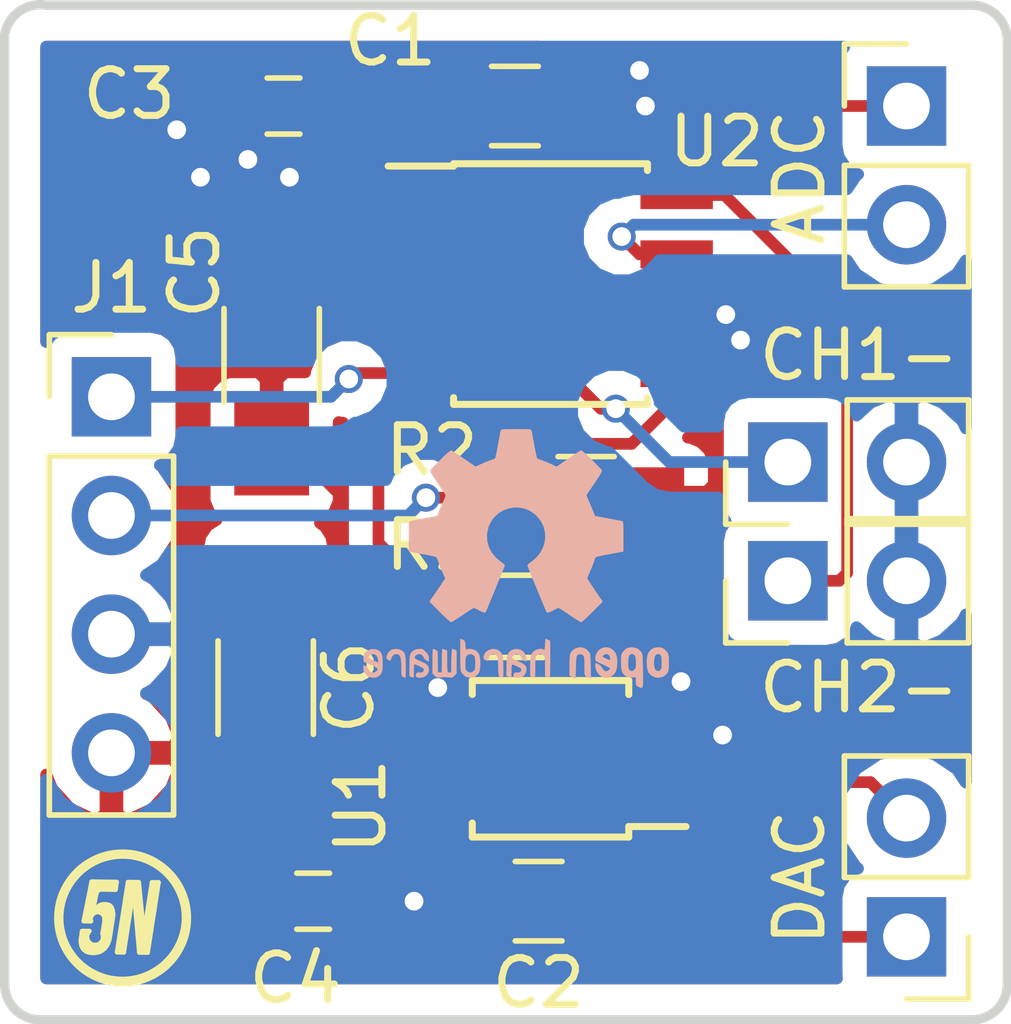
<source format=kicad_pcb>
(kicad_pcb (version 4) (host pcbnew 4.0.6)

  (general
    (links 35)
    (no_connects 0)
    (area 132.995999 68.850488 154.659001 90.778001)
    (thickness 1.6)
    (drawings 734)
    (tracks 103)
    (zones 0)
    (modules 16)
    (nets 12)
  )

  (page A4)
  (layers
    (0 F.Cu mixed hide)
    (31 B.Cu mixed)
    (32 B.Adhes user)
    (33 F.Adhes user)
    (34 B.Paste user)
    (35 F.Paste user)
    (36 B.SilkS user)
    (37 F.SilkS user)
    (38 B.Mask user)
    (39 F.Mask user)
    (40 Dwgs.User user)
    (41 Cmts.User user)
    (42 Eco1.User user)
    (43 Eco2.User user)
    (44 Edge.Cuts user)
    (45 Margin user)
    (46 B.CrtYd user)
    (47 F.CrtYd user)
    (48 B.Fab user)
    (49 F.Fab user)
  )

  (setup
    (last_trace_width 0.25)
    (trace_clearance 0.05)
    (zone_clearance 0.508)
    (zone_45_only no)
    (trace_min 0.2)
    (segment_width 0.2)
    (edge_width 0.2)
    (via_size 0.6)
    (via_drill 0.4)
    (via_min_size 0.4)
    (via_min_drill 0.3)
    (uvia_size 0.3)
    (uvia_drill 0.1)
    (uvias_allowed no)
    (uvia_min_size 0.2)
    (uvia_min_drill 0.1)
    (pcb_text_width 0.3)
    (pcb_text_size 1.5 1.5)
    (mod_edge_width 0.15)
    (mod_text_size 1 1)
    (mod_text_width 0.15)
    (pad_size 1.524 1.524)
    (pad_drill 0.762)
    (pad_to_mask_clearance 0.05)
    (aux_axis_origin 0 0)
    (visible_elements 7FFFFFFF)
    (pcbplotparams
      (layerselection 0x00170_80000001)
      (usegerberextensions false)
      (excludeedgelayer true)
      (linewidth 0.100000)
      (plotframeref false)
      (viasonmask false)
      (mode 1)
      (useauxorigin false)
      (hpglpennumber 1)
      (hpglpenspeed 20)
      (hpglpendiameter 15)
      (hpglpenoverlay 2)
      (psnegative false)
      (psa4output false)
      (plotreference true)
      (plotvalue true)
      (plotinvisibletext false)
      (padsonsilk false)
      (subtractmaskfromsilk false)
      (outputformat 1)
      (mirror false)
      (drillshape 0)
      (scaleselection 1)
      (outputdirectory ""))
  )

  (net 0 "")
  (net 1 +5V)
  (net 2 GND)
  (net 3 "Net-(J1-Pad1)")
  (net 4 "Net-(J1-Pad2)")
  (net 5 "Net-(J2-Pad1)")
  (net 6 "Net-(J2-Pad2)")
  (net 7 "Net-(J3-Pad1)")
  (net 8 "Net-(J3-Pad2)")
  (net 9 "Net-(U1-Pad10)")
  (net 10 "Net-(J4-Pad1)")
  (net 11 "Net-(J5-Pad1)")

  (net_class Default "Questo è il gruppo di collegamenti predefinito"
    (clearance 0.05)
    (trace_width 0.25)
    (via_dia 0.6)
    (via_drill 0.4)
    (uvia_dia 0.3)
    (uvia_drill 0.1)
    (add_net +5V)
    (add_net GND)
    (add_net "Net-(J1-Pad1)")
    (add_net "Net-(J1-Pad2)")
    (add_net "Net-(J2-Pad1)")
    (add_net "Net-(J2-Pad2)")
    (add_net "Net-(J3-Pad1)")
    (add_net "Net-(J3-Pad2)")
    (add_net "Net-(J4-Pad1)")
    (add_net "Net-(J5-Pad1)")
    (add_net "Net-(U1-Pad10)")
  )

  (net_class PWR ""
    (clearance 0.2)
    (trace_width 0.25)
    (via_dia 0.6)
    (via_drill 0.4)
    (uvia_dia 0.3)
    (uvia_drill 0.1)
  )

  (module Housings_SOIC:SOIC-8_3.9x4.9mm_Pitch1.27mm (layer F.Cu) (tedit 593288F2) (tstamp 5931C13C)
    (at 144.78 74.93)
    (descr "8-Lead Plastic Small Outline (SN) - Narrow, 3.90 mm Body [SOIC] (see Microchip Packaging Specification 00000049BS.pdf)")
    (tags "SOIC 1.27")
    (path /5931B974)
    (attr smd)
    (fp_text reference U2 (at 3.556 -3.048) (layer F.SilkS)
      (effects (font (size 1 1) (thickness 0.15)))
    )
    (fp_text value MCP3426 (at 19.73072 3.87096) (layer F.Fab)
      (effects (font (size 1 1) (thickness 0.15)))
    )
    (fp_text user %R (at -16.3449 1.9939) (layer F.Fab)
      (effects (font (size 1 1) (thickness 0.15)))
    )
    (fp_line (start -0.95 -2.45) (end 1.95 -2.45) (layer F.Fab) (width 0.1))
    (fp_line (start 1.95 -2.45) (end 1.95 2.45) (layer F.Fab) (width 0.1))
    (fp_line (start 1.95 2.45) (end -1.95 2.45) (layer F.Fab) (width 0.1))
    (fp_line (start -1.95 2.45) (end -1.95 -1.45) (layer F.Fab) (width 0.1))
    (fp_line (start -1.95 -1.45) (end -0.95 -2.45) (layer F.Fab) (width 0.1))
    (fp_line (start -3.73 -2.7) (end -3.73 2.7) (layer F.CrtYd) (width 0.05))
    (fp_line (start 3.73 -2.7) (end 3.73 2.7) (layer F.CrtYd) (width 0.05))
    (fp_line (start -3.73 -2.7) (end 3.73 -2.7) (layer F.CrtYd) (width 0.05))
    (fp_line (start -3.73 2.7) (end 3.73 2.7) (layer F.CrtYd) (width 0.05))
    (fp_line (start -2.075 -2.575) (end -2.075 -2.525) (layer F.SilkS) (width 0.15))
    (fp_line (start 2.075 -2.575) (end 2.075 -2.43) (layer F.SilkS) (width 0.15))
    (fp_line (start 2.075 2.575) (end 2.075 2.43) (layer F.SilkS) (width 0.15))
    (fp_line (start -2.075 2.575) (end -2.075 2.43) (layer F.SilkS) (width 0.15))
    (fp_line (start -2.075 -2.575) (end 2.075 -2.575) (layer F.SilkS) (width 0.15))
    (fp_line (start -2.075 2.575) (end 2.075 2.575) (layer F.SilkS) (width 0.15))
    (fp_line (start -2.075 -2.525) (end -3.475 -2.525) (layer F.SilkS) (width 0.15))
    (pad 1 smd rect (at -2.7 -1.905) (size 1.55 0.6) (layers F.Cu F.Paste F.Mask)
      (net 7 "Net-(J3-Pad1)"))
    (pad 2 smd rect (at -2.7 -0.635) (size 1.55 0.6) (layers F.Cu F.Paste F.Mask)
      (net 10 "Net-(J4-Pad1)"))
    (pad 3 smd rect (at -2.7 0.635) (size 1.55 0.6) (layers F.Cu F.Paste F.Mask)
      (net 1 +5V))
    (pad 4 smd rect (at -2.7 1.905) (size 1.55 0.6) (layers F.Cu F.Paste F.Mask)
      (net 3 "Net-(J1-Pad1)"))
    (pad 5 smd rect (at 2.7 1.905) (size 1.55 0.6) (layers F.Cu F.Paste F.Mask)
      (net 4 "Net-(J1-Pad2)"))
    (pad 6 smd rect (at 2.7 0.635) (size 1.55 0.6) (layers F.Cu F.Paste F.Mask)
      (net 2 GND))
    (pad 7 smd rect (at 2.7 -0.635) (size 1.55 0.6) (layers F.Cu F.Paste F.Mask)
      (net 8 "Net-(J3-Pad2)"))
    (pad 8 smd rect (at 2.7 -1.905) (size 1.55 0.6) (layers F.Cu F.Paste F.Mask)
      (net 11 "Net-(J5-Pad1)"))
    (model Housings_SOIC.3dshapes/SOIC-8_3.9x4.9mm_Pitch1.27mm.wrl
      (at (xyz 0 0 0))
      (scale (xyz 1 1 1))
      (rotate (xyz 0 0 0))
    )
  )

  (module Capacitors_SMD:C_0805_HandSoldering (layer F.Cu) (tedit 593288BF) (tstamp 5931BF36)
    (at 144.018 71.12)
    (descr "Capacitor SMD 0805, hand soldering")
    (tags "capacitor 0805")
    (path /5931CEAC)
    (attr smd)
    (fp_text reference C1 (at -2.667 -1.397) (layer F.SilkS)
      (effects (font (size 1 1) (thickness 0.15)))
    )
    (fp_text value 100n (at -17.6784 -1.1684) (layer F.Fab)
      (effects (font (size 1 1) (thickness 0.15)))
    )
    (fp_text user %R (at -19.0119 0.5842) (layer F.Fab)
      (effects (font (size 1 1) (thickness 0.15)))
    )
    (fp_line (start -1 0.62) (end -1 -0.62) (layer F.Fab) (width 0.1))
    (fp_line (start 1 0.62) (end -1 0.62) (layer F.Fab) (width 0.1))
    (fp_line (start 1 -0.62) (end 1 0.62) (layer F.Fab) (width 0.1))
    (fp_line (start -1 -0.62) (end 1 -0.62) (layer F.Fab) (width 0.1))
    (fp_line (start 0.5 -0.85) (end -0.5 -0.85) (layer F.SilkS) (width 0.12))
    (fp_line (start -0.5 0.85) (end 0.5 0.85) (layer F.SilkS) (width 0.12))
    (fp_line (start -2.25 -0.88) (end 2.25 -0.88) (layer F.CrtYd) (width 0.05))
    (fp_line (start -2.25 -0.88) (end -2.25 0.87) (layer F.CrtYd) (width 0.05))
    (fp_line (start 2.25 0.87) (end 2.25 -0.88) (layer F.CrtYd) (width 0.05))
    (fp_line (start 2.25 0.87) (end -2.25 0.87) (layer F.CrtYd) (width 0.05))
    (pad 1 smd rect (at -1.25 0) (size 1.5 1.25) (layers F.Cu F.Paste F.Mask)
      (net 1 +5V))
    (pad 2 smd rect (at 1.25 0) (size 1.5 1.25) (layers F.Cu F.Paste F.Mask)
      (net 2 GND))
    (model Capacitors_SMD.3dshapes/C_0805.wrl
      (at (xyz 0 0 0))
      (scale (xyz 1 1 1))
      (rotate (xyz 0 0 0))
    )
  )

  (module Capacitors_SMD:C_0805_HandSoldering (layer F.Cu) (tedit 593288EE) (tstamp 5931BF3C)
    (at 144.526 88.138 180)
    (descr "Capacitor SMD 0805, hand soldering")
    (tags "capacitor 0805")
    (path /5931C905)
    (attr smd)
    (fp_text reference C2 (at 0 -1.75 180) (layer F.SilkS)
      (effects (font (size 1 1) (thickness 0.15)))
    )
    (fp_text value 100n (at -17.54632 1.33096 180) (layer F.Fab)
      (effects (font (size 1 1) (thickness 0.15)))
    )
    (fp_text user %R (at 0.23368 -4.61264 180) (layer F.Fab)
      (effects (font (size 1 1) (thickness 0.15)))
    )
    (fp_line (start -1 0.62) (end -1 -0.62) (layer F.Fab) (width 0.1))
    (fp_line (start 1 0.62) (end -1 0.62) (layer F.Fab) (width 0.1))
    (fp_line (start 1 -0.62) (end 1 0.62) (layer F.Fab) (width 0.1))
    (fp_line (start -1 -0.62) (end 1 -0.62) (layer F.Fab) (width 0.1))
    (fp_line (start 0.5 -0.85) (end -0.5 -0.85) (layer F.SilkS) (width 0.12))
    (fp_line (start -0.5 0.85) (end 0.5 0.85) (layer F.SilkS) (width 0.12))
    (fp_line (start -2.25 -0.88) (end 2.25 -0.88) (layer F.CrtYd) (width 0.05))
    (fp_line (start -2.25 -0.88) (end -2.25 0.87) (layer F.CrtYd) (width 0.05))
    (fp_line (start 2.25 0.87) (end 2.25 -0.88) (layer F.CrtYd) (width 0.05))
    (fp_line (start 2.25 0.87) (end -2.25 0.87) (layer F.CrtYd) (width 0.05))
    (pad 1 smd rect (at -1.25 0 180) (size 1.5 1.25) (layers F.Cu F.Paste F.Mask)
      (net 1 +5V))
    (pad 2 smd rect (at 1.25 0 180) (size 1.5 1.25) (layers F.Cu F.Paste F.Mask)
      (net 2 GND))
    (model Capacitors_SMD.3dshapes/C_0805.wrl
      (at (xyz 0 0 0))
      (scale (xyz 1 1 1))
      (rotate (xyz 0 0 0))
    )
  )

  (module Capacitors_SMD:C_0603_HandSoldering (layer F.Cu) (tedit 593288BB) (tstamp 5931BF42)
    (at 139.065 71.12 180)
    (descr "Capacitor SMD 0603, hand soldering")
    (tags "capacitor 0603")
    (path /5931CF12)
    (attr smd)
    (fp_text reference C3 (at 3.302 0.254 180) (layer F.SilkS)
      (effects (font (size 1 1) (thickness 0.15)))
    )
    (fp_text value 100n (at 10.0203 2.6162 180) (layer F.Fab)
      (effects (font (size 1 1) (thickness 0.15)))
    )
    (fp_text user %R (at 10.03808 0.54356 180) (layer F.Fab)
      (effects (font (size 1 1) (thickness 0.15)))
    )
    (fp_line (start -0.8 0.4) (end -0.8 -0.4) (layer F.Fab) (width 0.1))
    (fp_line (start 0.8 0.4) (end -0.8 0.4) (layer F.Fab) (width 0.1))
    (fp_line (start 0.8 -0.4) (end 0.8 0.4) (layer F.Fab) (width 0.1))
    (fp_line (start -0.8 -0.4) (end 0.8 -0.4) (layer F.Fab) (width 0.1))
    (fp_line (start -0.35 -0.6) (end 0.35 -0.6) (layer F.SilkS) (width 0.12))
    (fp_line (start 0.35 0.6) (end -0.35 0.6) (layer F.SilkS) (width 0.12))
    (fp_line (start -1.8 -0.65) (end 1.8 -0.65) (layer F.CrtYd) (width 0.05))
    (fp_line (start -1.8 -0.65) (end -1.8 0.65) (layer F.CrtYd) (width 0.05))
    (fp_line (start 1.8 0.65) (end 1.8 -0.65) (layer F.CrtYd) (width 0.05))
    (fp_line (start 1.8 0.65) (end -1.8 0.65) (layer F.CrtYd) (width 0.05))
    (pad 1 smd rect (at -0.95 0 180) (size 1.2 0.75) (layers F.Cu F.Paste F.Mask)
      (net 1 +5V))
    (pad 2 smd rect (at 0.95 0 180) (size 1.2 0.75) (layers F.Cu F.Paste F.Mask)
      (net 2 GND))
    (model Capacitors_SMD.3dshapes/C_0603.wrl
      (at (xyz 0 0 0))
      (scale (xyz 1 1 1))
      (rotate (xyz 0 0 0))
    )
  )

  (module Capacitors_SMD:C_0603_HandSoldering (layer F.Cu) (tedit 593288EB) (tstamp 5931BF48)
    (at 139.7 88.138)
    (descr "Capacitor SMD 0603, hand soldering")
    (tags "capacitor 0603")
    (path /5931CA13)
    (attr smd)
    (fp_text reference C4 (at -0.381 1.651) (layer F.SilkS)
      (effects (font (size 1 1) (thickness 0.15)))
    )
    (fp_text value 100n (at -10.6172 -0.74168) (layer F.Fab)
      (effects (font (size 1 1) (thickness 0.15)))
    )
    (fp_text user %R (at -10.08634 -3.22834) (layer F.Fab)
      (effects (font (size 1 1) (thickness 0.15)))
    )
    (fp_line (start -0.8 0.4) (end -0.8 -0.4) (layer F.Fab) (width 0.1))
    (fp_line (start 0.8 0.4) (end -0.8 0.4) (layer F.Fab) (width 0.1))
    (fp_line (start 0.8 -0.4) (end 0.8 0.4) (layer F.Fab) (width 0.1))
    (fp_line (start -0.8 -0.4) (end 0.8 -0.4) (layer F.Fab) (width 0.1))
    (fp_line (start -0.35 -0.6) (end 0.35 -0.6) (layer F.SilkS) (width 0.12))
    (fp_line (start 0.35 0.6) (end -0.35 0.6) (layer F.SilkS) (width 0.12))
    (fp_line (start -1.8 -0.65) (end 1.8 -0.65) (layer F.CrtYd) (width 0.05))
    (fp_line (start -1.8 -0.65) (end -1.8 0.65) (layer F.CrtYd) (width 0.05))
    (fp_line (start 1.8 0.65) (end 1.8 -0.65) (layer F.CrtYd) (width 0.05))
    (fp_line (start 1.8 0.65) (end -1.8 0.65) (layer F.CrtYd) (width 0.05))
    (pad 1 smd rect (at -0.95 0) (size 1.2 0.75) (layers F.Cu F.Paste F.Mask)
      (net 1 +5V))
    (pad 2 smd rect (at 0.95 0) (size 1.2 0.75) (layers F.Cu F.Paste F.Mask)
      (net 2 GND))
    (model Capacitors_SMD.3dshapes/C_0603.wrl
      (at (xyz 0 0 0))
      (scale (xyz 1 1 1))
      (rotate (xyz 0 0 0))
    )
  )

  (module Capacitors_SMD:C_1206_HandSoldering (layer F.Cu) (tedit 593288B8) (tstamp 5931BF4E)
    (at 138.811 76.454 90)
    (descr "Capacitor SMD 1206, hand soldering")
    (tags "capacitor 1206")
    (path /5931CEDB)
    (attr smd)
    (fp_text reference C5 (at 1.778 -1.651 90) (layer F.SilkS)
      (effects (font (size 1 1) (thickness 0.15)))
    )
    (fp_text value 10u (at 1.96596 -12.63396 90) (layer F.Fab)
      (effects (font (size 1 1) (thickness 0.15)))
    )
    (fp_text user %R (at -0.75184 -8.75284 90) (layer F.Fab)
      (effects (font (size 1 1) (thickness 0.15)))
    )
    (fp_line (start -1.6 0.8) (end -1.6 -0.8) (layer F.Fab) (width 0.1))
    (fp_line (start 1.6 0.8) (end -1.6 0.8) (layer F.Fab) (width 0.1))
    (fp_line (start 1.6 -0.8) (end 1.6 0.8) (layer F.Fab) (width 0.1))
    (fp_line (start -1.6 -0.8) (end 1.6 -0.8) (layer F.Fab) (width 0.1))
    (fp_line (start 1 -1.02) (end -1 -1.02) (layer F.SilkS) (width 0.12))
    (fp_line (start -1 1.02) (end 1 1.02) (layer F.SilkS) (width 0.12))
    (fp_line (start -3.25 -1.05) (end 3.25 -1.05) (layer F.CrtYd) (width 0.05))
    (fp_line (start -3.25 -1.05) (end -3.25 1.05) (layer F.CrtYd) (width 0.05))
    (fp_line (start 3.25 1.05) (end 3.25 -1.05) (layer F.CrtYd) (width 0.05))
    (fp_line (start 3.25 1.05) (end -3.25 1.05) (layer F.CrtYd) (width 0.05))
    (pad 1 smd rect (at -2 0 90) (size 2 1.6) (layers F.Cu F.Paste F.Mask)
      (net 1 +5V))
    (pad 2 smd rect (at 2 0 90) (size 2 1.6) (layers F.Cu F.Paste F.Mask)
      (net 2 GND))
    (model Capacitors_SMD.3dshapes/C_1206.wrl
      (at (xyz 0 0 0))
      (scale (xyz 1 1 1))
      (rotate (xyz 0 0 0))
    )
  )

  (module Capacitors_SMD:C_1206_HandSoldering (layer F.Cu) (tedit 59328C20) (tstamp 5931BF54)
    (at 138.684 83.566 90)
    (descr "Capacitor SMD 1206, hand soldering")
    (tags "capacitor 1206")
    (path /5931C9E6)
    (attr smd)
    (fp_text reference C6 (at 0 1.778 90) (layer F.SilkS)
      (effects (font (size 1 1) (thickness 0.15)))
    )
    (fp_text value 10u (at 0.77978 -10.94232 90) (layer F.Fab)
      (effects (font (size 1 1) (thickness 0.15)))
    )
    (fp_text user %R (at 3.74142 -11.4173 90) (layer F.Fab)
      (effects (font (size 1 1) (thickness 0.15)))
    )
    (fp_line (start -1.6 0.8) (end -1.6 -0.8) (layer F.Fab) (width 0.1))
    (fp_line (start 1.6 0.8) (end -1.6 0.8) (layer F.Fab) (width 0.1))
    (fp_line (start 1.6 -0.8) (end 1.6 0.8) (layer F.Fab) (width 0.1))
    (fp_line (start -1.6 -0.8) (end 1.6 -0.8) (layer F.Fab) (width 0.1))
    (fp_line (start 1 -1.02) (end -1 -1.02) (layer F.SilkS) (width 0.12))
    (fp_line (start -1 1.02) (end 1 1.02) (layer F.SilkS) (width 0.12))
    (fp_line (start -3.25 -1.05) (end 3.25 -1.05) (layer F.CrtYd) (width 0.05))
    (fp_line (start -3.25 -1.05) (end -3.25 1.05) (layer F.CrtYd) (width 0.05))
    (fp_line (start 3.25 1.05) (end 3.25 -1.05) (layer F.CrtYd) (width 0.05))
    (fp_line (start 3.25 1.05) (end -3.25 1.05) (layer F.CrtYd) (width 0.05))
    (pad 1 smd rect (at -2 0 90) (size 2 1.6) (layers F.Cu F.Paste F.Mask)
      (net 1 +5V))
    (pad 2 smd rect (at 2 0 90) (size 2 1.6) (layers F.Cu F.Paste F.Mask)
      (net 2 GND))
    (model Capacitors_SMD.3dshapes/C_1206.wrl
      (at (xyz 0 0 0))
      (scale (xyz 1 1 1))
      (rotate (xyz 0 0 0))
    )
  )

  (module Pin_Headers:Pin_Header_Straight_1x04_Pitch2.54mm (layer F.Cu) (tedit 593288F4) (tstamp 5931BF5C)
    (at 135.382 77.343)
    (descr "Through hole straight pin header, 1x04, 2.54mm pitch, single row")
    (tags "Through hole pin header THT 1x04 2.54mm single row")
    (path /5931C108)
    (fp_text reference J1 (at 0 -2.33) (layer F.SilkS)
      (effects (font (size 1 1) (thickness 0.15)))
    )
    (fp_text value CON (at -5.3086 -3.59664 90) (layer F.Fab)
      (effects (font (size 1 1) (thickness 0.15)))
    )
    (fp_line (start -1.27 -1.27) (end -1.27 8.89) (layer F.Fab) (width 0.1))
    (fp_line (start -1.27 8.89) (end 1.27 8.89) (layer F.Fab) (width 0.1))
    (fp_line (start 1.27 8.89) (end 1.27 -1.27) (layer F.Fab) (width 0.1))
    (fp_line (start 1.27 -1.27) (end -1.27 -1.27) (layer F.Fab) (width 0.1))
    (fp_line (start -1.33 1.27) (end -1.33 8.95) (layer F.SilkS) (width 0.12))
    (fp_line (start -1.33 8.95) (end 1.33 8.95) (layer F.SilkS) (width 0.12))
    (fp_line (start 1.33 8.95) (end 1.33 1.27) (layer F.SilkS) (width 0.12))
    (fp_line (start 1.33 1.27) (end -1.33 1.27) (layer F.SilkS) (width 0.12))
    (fp_line (start -1.33 0) (end -1.33 -1.33) (layer F.SilkS) (width 0.12))
    (fp_line (start -1.33 -1.33) (end 0 -1.33) (layer F.SilkS) (width 0.12))
    (fp_line (start -1.8 -1.8) (end -1.8 9.4) (layer F.CrtYd) (width 0.05))
    (fp_line (start -1.8 9.4) (end 1.8 9.4) (layer F.CrtYd) (width 0.05))
    (fp_line (start 1.8 9.4) (end 1.8 -1.8) (layer F.CrtYd) (width 0.05))
    (fp_line (start 1.8 -1.8) (end -1.8 -1.8) (layer F.CrtYd) (width 0.05))
    (fp_text user %R (at -7.4041 -4.5339) (layer F.Fab)
      (effects (font (size 1 1) (thickness 0.15)))
    )
    (pad 1 thru_hole rect (at 0 0) (size 1.7 1.7) (drill 1) (layers *.Cu *.Mask)
      (net 3 "Net-(J1-Pad1)"))
    (pad 2 thru_hole oval (at 0 2.54) (size 1.7 1.7) (drill 1) (layers *.Cu *.Mask)
      (net 4 "Net-(J1-Pad2)"))
    (pad 3 thru_hole oval (at 0 5.08) (size 1.7 1.7) (drill 1) (layers *.Cu *.Mask)
      (net 2 GND))
    (pad 4 thru_hole oval (at 0 7.62) (size 1.7 1.7) (drill 1) (layers *.Cu *.Mask)
      (net 1 +5V))
    (model ${KISYS3DMOD}/Pin_Headers.3dshapes/Pin_Header_Straight_1x04_Pitch2.54mm.wrl
      (at (xyz 0 -0.15 0))
      (scale (xyz 1 1 1))
      (rotate (xyz 0 0 90))
    )
  )

  (module Pin_Headers:Pin_Header_Straight_1x02_Pitch2.54mm (layer F.Cu) (tedit 59328985) (tstamp 5931BF62)
    (at 152.4 88.9 180)
    (descr "Through hole straight pin header, 1x02, 2.54mm pitch, single row")
    (tags "Through hole pin header THT 1x02 2.54mm single row")
    (path /5931C4FF)
    (fp_text reference J2 (at -6.35 0.508 180) (layer F.Fab)
      (effects (font (size 1 1) (thickness 0.15)))
    )
    (fp_text value DAC (at 2.286 1.27 270) (layer F.SilkS)
      (effects (font (size 1 1) (thickness 0.15)))
    )
    (fp_line (start -1.27 -1.27) (end -1.27 3.81) (layer F.Fab) (width 0.1))
    (fp_line (start -1.27 3.81) (end 1.27 3.81) (layer F.Fab) (width 0.1))
    (fp_line (start 1.27 3.81) (end 1.27 -1.27) (layer F.Fab) (width 0.1))
    (fp_line (start 1.27 -1.27) (end -1.27 -1.27) (layer F.Fab) (width 0.1))
    (fp_line (start -1.33 1.27) (end -1.33 3.87) (layer F.SilkS) (width 0.12))
    (fp_line (start -1.33 3.87) (end 1.33 3.87) (layer F.SilkS) (width 0.12))
    (fp_line (start 1.33 3.87) (end 1.33 1.27) (layer F.SilkS) (width 0.12))
    (fp_line (start 1.33 1.27) (end -1.33 1.27) (layer F.SilkS) (width 0.12))
    (fp_line (start -1.33 0) (end -1.33 -1.33) (layer F.SilkS) (width 0.12))
    (fp_line (start -1.33 -1.33) (end 0 -1.33) (layer F.SilkS) (width 0.12))
    (fp_line (start -1.8 -1.8) (end -1.8 4.35) (layer F.CrtYd) (width 0.05))
    (fp_line (start -1.8 4.35) (end 1.8 4.35) (layer F.CrtYd) (width 0.05))
    (fp_line (start 1.8 4.35) (end 1.8 -1.8) (layer F.CrtYd) (width 0.05))
    (fp_line (start 1.8 -1.8) (end -1.8 -1.8) (layer F.CrtYd) (width 0.05))
    (fp_text user %R (at -6.33984 3.84048 180) (layer F.Fab)
      (effects (font (size 1 1) (thickness 0.15)))
    )
    (pad 1 thru_hole rect (at 0 0 180) (size 1.7 1.7) (drill 1) (layers *.Cu *.Mask)
      (net 5 "Net-(J2-Pad1)"))
    (pad 2 thru_hole oval (at 0 2.54 180) (size 1.7 1.7) (drill 1) (layers *.Cu *.Mask)
      (net 6 "Net-(J2-Pad2)"))
    (model ${KISYS3DMOD}/Pin_Headers.3dshapes/Pin_Header_Straight_1x02_Pitch2.54mm.wrl
      (at (xyz 0 -0.05 0))
      (scale (xyz 1 1 1))
      (rotate (xyz 0 0 90))
    )
  )

  (module Pin_Headers:Pin_Header_Straight_1x02_Pitch2.54mm (layer F.Cu) (tedit 59328983) (tstamp 5931BF68)
    (at 152.4 71.12)
    (descr "Through hole straight pin header, 1x02, 2.54mm pitch, single row")
    (tags "Through hole pin header THT 1x02 2.54mm single row")
    (path /5931C44A)
    (fp_text reference J3 (at 4.699 -2.159) (layer F.Fab)
      (effects (font (size 1 1) (thickness 0.15)))
    )
    (fp_text value ADC (at -2.286 1.524 90) (layer F.SilkS)
      (effects (font (size 1 1) (thickness 0.15)))
    )
    (fp_line (start -1.27 -1.27) (end -1.27 3.81) (layer F.Fab) (width 0.1))
    (fp_line (start -1.27 3.81) (end 1.27 3.81) (layer F.Fab) (width 0.1))
    (fp_line (start 1.27 3.81) (end 1.27 -1.27) (layer F.Fab) (width 0.1))
    (fp_line (start 1.27 -1.27) (end -1.27 -1.27) (layer F.Fab) (width 0.1))
    (fp_line (start -1.33 1.27) (end -1.33 3.87) (layer F.SilkS) (width 0.12))
    (fp_line (start -1.33 3.87) (end 1.33 3.87) (layer F.SilkS) (width 0.12))
    (fp_line (start 1.33 3.87) (end 1.33 1.27) (layer F.SilkS) (width 0.12))
    (fp_line (start 1.33 1.27) (end -1.33 1.27) (layer F.SilkS) (width 0.12))
    (fp_line (start -1.33 0) (end -1.33 -1.33) (layer F.SilkS) (width 0.12))
    (fp_line (start -1.33 -1.33) (end 0 -1.33) (layer F.SilkS) (width 0.12))
    (fp_line (start -1.8 -1.8) (end -1.8 4.35) (layer F.CrtYd) (width 0.05))
    (fp_line (start -1.8 4.35) (end 1.8 4.35) (layer F.CrtYd) (width 0.05))
    (fp_line (start 1.8 4.35) (end 1.8 -1.8) (layer F.CrtYd) (width 0.05))
    (fp_line (start 1.8 -1.8) (end -1.8 -1.8) (layer F.CrtYd) (width 0.05))
    (fp_text user %R (at 7.33298 -1.65862) (layer F.Fab)
      (effects (font (size 1 1) (thickness 0.15)))
    )
    (pad 1 thru_hole rect (at 0 0) (size 1.7 1.7) (drill 1) (layers *.Cu *.Mask)
      (net 7 "Net-(J3-Pad1)"))
    (pad 2 thru_hole oval (at 0 2.54) (size 1.7 1.7) (drill 1) (layers *.Cu *.Mask)
      (net 8 "Net-(J3-Pad2)"))
    (model ${KISYS3DMOD}/Pin_Headers.3dshapes/Pin_Header_Straight_1x02_Pitch2.54mm.wrl
      (at (xyz 0 -0.05 0))
      (scale (xyz 1 1 1))
      (rotate (xyz 0 0 90))
    )
  )

  (module Resistors_SMD:R_0805_HandSoldering (layer F.Cu) (tedit 593288E5) (tstamp 5931BF6E)
    (at 144.018 82.042 180)
    (descr "Resistor SMD 0805, hand soldering")
    (tags "resistor 0805")
    (path /5931BCD7)
    (attr smd)
    (fp_text reference R1 (at 1.778 1.524 360) (layer F.SilkS)
      (effects (font (size 1 1) (thickness 0.15)))
    )
    (fp_text value 4K7 (at -18.17624 1.24968 180) (layer F.Fab)
      (effects (font (size 1 1) (thickness 0.15)))
    )
    (fp_text user %R (at 13.64996 -0.1016 180) (layer F.Fab)
      (effects (font (size 0.5 0.5) (thickness 0.075)))
    )
    (fp_line (start -1 0.62) (end -1 -0.62) (layer F.Fab) (width 0.1))
    (fp_line (start 1 0.62) (end -1 0.62) (layer F.Fab) (width 0.1))
    (fp_line (start 1 -0.62) (end 1 0.62) (layer F.Fab) (width 0.1))
    (fp_line (start -1 -0.62) (end 1 -0.62) (layer F.Fab) (width 0.1))
    (fp_line (start 0.6 0.88) (end -0.6 0.88) (layer F.SilkS) (width 0.12))
    (fp_line (start -0.6 -0.88) (end 0.6 -0.88) (layer F.SilkS) (width 0.12))
    (fp_line (start -2.35 -0.9) (end 2.35 -0.9) (layer F.CrtYd) (width 0.05))
    (fp_line (start -2.35 -0.9) (end -2.35 0.9) (layer F.CrtYd) (width 0.05))
    (fp_line (start 2.35 0.9) (end 2.35 -0.9) (layer F.CrtYd) (width 0.05))
    (fp_line (start 2.35 0.9) (end -2.35 0.9) (layer F.CrtYd) (width 0.05))
    (pad 1 smd rect (at -1.35 0 180) (size 1.5 1.3) (layers F.Cu F.Paste F.Mask)
      (net 1 +5V))
    (pad 2 smd rect (at 1.35 0 180) (size 1.5 1.3) (layers F.Cu F.Paste F.Mask)
      (net 3 "Net-(J1-Pad1)"))
    (model ${KISYS3DMOD}/Resistors_SMD.3dshapes/R_0805.wrl
      (at (xyz 0 0 0))
      (scale (xyz 1 1 1))
      (rotate (xyz 0 0 0))
    )
  )

  (module Resistors_SMD:R_0805_HandSoldering (layer F.Cu) (tedit 593288E6) (tstamp 5931BF74)
    (at 145.542 79.502 180)
    (descr "Resistor SMD 0805, hand soldering")
    (tags "resistor 0805")
    (path /5931BDC7)
    (attr smd)
    (fp_text reference R2 (at 3.302 1.016 360) (layer F.SilkS)
      (effects (font (size 1 1) (thickness 0.15)))
    )
    (fp_text value 4K7 (at -12.81176 -0.6604 180) (layer F.Fab)
      (effects (font (size 1 1) (thickness 0.15)))
    )
    (fp_text user %R (at 15.09014 -0.88138 180) (layer F.Fab)
      (effects (font (size 0.5 0.5) (thickness 0.075)))
    )
    (fp_line (start -1 0.62) (end -1 -0.62) (layer F.Fab) (width 0.1))
    (fp_line (start 1 0.62) (end -1 0.62) (layer F.Fab) (width 0.1))
    (fp_line (start 1 -0.62) (end 1 0.62) (layer F.Fab) (width 0.1))
    (fp_line (start -1 -0.62) (end 1 -0.62) (layer F.Fab) (width 0.1))
    (fp_line (start 0.6 0.88) (end -0.6 0.88) (layer F.SilkS) (width 0.12))
    (fp_line (start -0.6 -0.88) (end 0.6 -0.88) (layer F.SilkS) (width 0.12))
    (fp_line (start -2.35 -0.9) (end 2.35 -0.9) (layer F.CrtYd) (width 0.05))
    (fp_line (start -2.35 -0.9) (end -2.35 0.9) (layer F.CrtYd) (width 0.05))
    (fp_line (start 2.35 0.9) (end 2.35 -0.9) (layer F.CrtYd) (width 0.05))
    (fp_line (start 2.35 0.9) (end -2.35 0.9) (layer F.CrtYd) (width 0.05))
    (pad 1 smd rect (at -1.35 0 180) (size 1.5 1.3) (layers F.Cu F.Paste F.Mask)
      (net 1 +5V))
    (pad 2 smd rect (at 1.35 0 180) (size 1.5 1.3) (layers F.Cu F.Paste F.Mask)
      (net 4 "Net-(J1-Pad2)"))
    (model ${KISYS3DMOD}/Resistors_SMD.3dshapes/R_0805.wrl
      (at (xyz 0 0 0))
      (scale (xyz 1 1 1))
      (rotate (xyz 0 0 0))
    )
  )

  (module Housings_SSOP:MSOP-10_3x3mm_Pitch0.5mm (layer F.Cu) (tedit 593288FA) (tstamp 5931BF82)
    (at 144.78 85.09 180)
    (descr "10-Lead Plastic Micro Small Outline Package (MS) [MSOP] (see Microchip Packaging Specification 00000049BS.pdf)")
    (tags "SSOP 0.5")
    (path /5931B485)
    (attr smd)
    (fp_text reference U1 (at 4.064 -1.016 450) (layer F.SilkS)
      (effects (font (size 1 1) (thickness 0.15)))
    )
    (fp_text value AD5667R (at 0 -10.795 180) (layer F.Fab)
      (effects (font (size 1 1) (thickness 0.15)))
    )
    (fp_line (start -0.5 -1.5) (end 1.5 -1.5) (layer F.Fab) (width 0.15))
    (fp_line (start 1.5 -1.5) (end 1.5 1.5) (layer F.Fab) (width 0.15))
    (fp_line (start 1.5 1.5) (end -1.5 1.5) (layer F.Fab) (width 0.15))
    (fp_line (start -1.5 1.5) (end -1.5 -0.5) (layer F.Fab) (width 0.15))
    (fp_line (start -1.5 -0.5) (end -0.5 -1.5) (layer F.Fab) (width 0.15))
    (fp_line (start -3.15 -1.85) (end -3.15 1.85) (layer F.CrtYd) (width 0.05))
    (fp_line (start 3.15 -1.85) (end 3.15 1.85) (layer F.CrtYd) (width 0.05))
    (fp_line (start -3.15 -1.85) (end 3.15 -1.85) (layer F.CrtYd) (width 0.05))
    (fp_line (start -3.15 1.85) (end 3.15 1.85) (layer F.CrtYd) (width 0.05))
    (fp_line (start -1.675 -1.675) (end -1.675 -1.45) (layer F.SilkS) (width 0.15))
    (fp_line (start 1.675 -1.675) (end 1.675 -1.375) (layer F.SilkS) (width 0.15))
    (fp_line (start 1.675 1.675) (end 1.675 1.375) (layer F.SilkS) (width 0.15))
    (fp_line (start -1.675 1.675) (end -1.675 1.375) (layer F.SilkS) (width 0.15))
    (fp_line (start -1.675 -1.675) (end 1.675 -1.675) (layer F.SilkS) (width 0.15))
    (fp_line (start -1.675 1.675) (end 1.675 1.675) (layer F.SilkS) (width 0.15))
    (fp_line (start -1.675 -1.45) (end -2.9 -1.45) (layer F.SilkS) (width 0.15))
    (fp_text user %R (at -18.5547 1.0414 180) (layer F.Fab)
      (effects (font (size 0.6 0.6) (thickness 0.15)))
    )
    (pad 1 smd rect (at -2.2 -1 180) (size 1.4 0.3) (layers F.Cu F.Paste F.Mask)
      (net 5 "Net-(J2-Pad1)"))
    (pad 2 smd rect (at -2.2 -0.5 180) (size 1.4 0.3) (layers F.Cu F.Paste F.Mask)
      (net 6 "Net-(J2-Pad2)"))
    (pad 3 smd rect (at -2.2 0 180) (size 1.4 0.3) (layers F.Cu F.Paste F.Mask)
      (net 2 GND))
    (pad 4 smd rect (at -2.2 0.5 180) (size 1.4 0.3) (layers F.Cu F.Paste F.Mask)
      (net 2 GND))
    (pad 5 smd rect (at -2.2 1 180) (size 1.4 0.3) (layers F.Cu F.Paste F.Mask)
      (net 2 GND))
    (pad 6 smd rect (at 2.2 1 180) (size 1.4 0.3) (layers F.Cu F.Paste F.Mask)
      (net 2 GND))
    (pad 7 smd rect (at 2.2 0.5 180) (size 1.4 0.3) (layers F.Cu F.Paste F.Mask)
      (net 4 "Net-(J1-Pad2)"))
    (pad 8 smd rect (at 2.2 0 180) (size 1.4 0.3) (layers F.Cu F.Paste F.Mask)
      (net 3 "Net-(J1-Pad1)"))
    (pad 9 smd rect (at 2.2 -0.5 180) (size 1.4 0.3) (layers F.Cu F.Paste F.Mask)
      (net 1 +5V))
    (pad 10 smd rect (at 2.2 -1 180) (size 1.4 0.3) (layers F.Cu F.Paste F.Mask)
      (net 9 "Net-(U1-Pad10)"))
    (model ${KISYS3DMOD}/Housings_SSOP.3dshapes/MSOP-10_3x3mm_Pitch0.5mm.wrl
      (at (xyz 0 0 0))
      (scale (xyz 1 1 1))
      (rotate (xyz 0 0 0))
    )
  )

  (module Pin_Headers:Pin_Header_Straight_1x02_Pitch2.54mm (layer F.Cu) (tedit 59328980) (tstamp 59325C36)
    (at 149.86 78.74 90)
    (descr "Through hole straight pin header, 1x02, 2.54mm pitch, single row")
    (tags "Through hole pin header THT 1x02 2.54mm single row")
    (path /593261DE)
    (fp_text reference J4 (at 3.937 10.414 180) (layer F.Fab)
      (effects (font (size 1 1) (thickness 0.15)))
    )
    (fp_text value CH1- (at 2.286 1.524 360) (layer F.SilkS)
      (effects (font (size 1 1) (thickness 0.15)))
    )
    (fp_line (start -1.27 -1.27) (end -1.27 3.81) (layer F.Fab) (width 0.1))
    (fp_line (start -1.27 3.81) (end 1.27 3.81) (layer F.Fab) (width 0.1))
    (fp_line (start 1.27 3.81) (end 1.27 -1.27) (layer F.Fab) (width 0.1))
    (fp_line (start 1.27 -1.27) (end -1.27 -1.27) (layer F.Fab) (width 0.1))
    (fp_line (start -1.33 1.27) (end -1.33 3.87) (layer F.SilkS) (width 0.12))
    (fp_line (start -1.33 3.87) (end 1.33 3.87) (layer F.SilkS) (width 0.12))
    (fp_line (start 1.33 3.87) (end 1.33 1.27) (layer F.SilkS) (width 0.12))
    (fp_line (start 1.33 1.27) (end -1.33 1.27) (layer F.SilkS) (width 0.12))
    (fp_line (start -1.33 0) (end -1.33 -1.33) (layer F.SilkS) (width 0.12))
    (fp_line (start -1.33 -1.33) (end 0 -1.33) (layer F.SilkS) (width 0.12))
    (fp_line (start -1.8 -1.8) (end -1.8 4.35) (layer F.CrtYd) (width 0.05))
    (fp_line (start -1.8 4.35) (end 1.8 4.35) (layer F.CrtYd) (width 0.05))
    (fp_line (start 1.8 4.35) (end 1.8 -1.8) (layer F.CrtYd) (width 0.05))
    (fp_line (start 1.8 -1.8) (end -1.8 -1.8) (layer F.CrtYd) (width 0.05))
    (fp_text user %R (at 1.76784 7.90448 90) (layer F.Fab)
      (effects (font (size 1 1) (thickness 0.15)))
    )
    (pad 1 thru_hole rect (at 0 0 90) (size 1.7 1.7) (drill 1) (layers *.Cu *.Mask)
      (net 10 "Net-(J4-Pad1)"))
    (pad 2 thru_hole oval (at 0 2.54 90) (size 1.7 1.7) (drill 1) (layers *.Cu *.Mask)
      (net 2 GND))
    (model ${KISYS3DMOD}/Pin_Headers.3dshapes/Pin_Header_Straight_1x02_Pitch2.54mm.wrl
      (at (xyz 0 -0.05 0))
      (scale (xyz 1 1 1))
      (rotate (xyz 0 0 90))
    )
  )

  (module Pin_Headers:Pin_Header_Straight_1x02_Pitch2.54mm (layer F.Cu) (tedit 59328C25) (tstamp 59325C3C)
    (at 149.86 81.28 90)
    (descr "Through hole straight pin header, 1x02, 2.54mm pitch, single row")
    (tags "Through hole pin header THT 1x02 2.54mm single row")
    (path /5932621B)
    (fp_text reference J5 (at -1.27 6.604 90) (layer F.SilkS)
      (effects (font (size 1 1) (thickness 0.15)))
    )
    (fp_text value CH2- (at -2.286 1.524 360) (layer F.SilkS)
      (effects (font (size 1 1) (thickness 0.15)))
    )
    (fp_line (start -1.27 -1.27) (end -1.27 3.81) (layer F.Fab) (width 0.1))
    (fp_line (start -1.27 3.81) (end 1.27 3.81) (layer F.Fab) (width 0.1))
    (fp_line (start 1.27 3.81) (end 1.27 -1.27) (layer F.Fab) (width 0.1))
    (fp_line (start 1.27 -1.27) (end -1.27 -1.27) (layer F.Fab) (width 0.1))
    (fp_line (start -1.33 1.27) (end -1.33 3.87) (layer F.SilkS) (width 0.12))
    (fp_line (start -1.33 3.87) (end 1.33 3.87) (layer F.SilkS) (width 0.12))
    (fp_line (start 1.33 3.87) (end 1.33 1.27) (layer F.SilkS) (width 0.12))
    (fp_line (start 1.33 1.27) (end -1.33 1.27) (layer F.SilkS) (width 0.12))
    (fp_line (start -1.33 0) (end -1.33 -1.33) (layer F.SilkS) (width 0.12))
    (fp_line (start -1.33 -1.33) (end 0 -1.33) (layer F.SilkS) (width 0.12))
    (fp_line (start -1.8 -1.8) (end -1.8 4.35) (layer F.CrtYd) (width 0.05))
    (fp_line (start -1.8 4.35) (end 1.8 4.35) (layer F.CrtYd) (width 0.05))
    (fp_line (start 1.8 4.35) (end 1.8 -1.8) (layer F.CrtYd) (width 0.05))
    (fp_line (start 1.8 -1.8) (end -1.8 -1.8) (layer F.CrtYd) (width 0.05))
    (fp_text user %R (at -0.87376 9.28624 90) (layer F.Fab)
      (effects (font (size 1 1) (thickness 0.15)))
    )
    (pad 1 thru_hole rect (at 0 0 90) (size 1.7 1.7) (drill 1) (layers *.Cu *.Mask)
      (net 11 "Net-(J5-Pad1)"))
    (pad 2 thru_hole oval (at 0 2.54 90) (size 1.7 1.7) (drill 1) (layers *.Cu *.Mask)
      (net 2 GND))
    (model ${KISYS3DMOD}/Pin_Headers.3dshapes/Pin_Header_Straight_1x02_Pitch2.54mm.wrl
      (at (xyz 0 -0.05 0))
      (scale (xyz 1 1 1))
      (rotate (xyz 0 0 90))
    )
  )

  (module Symbols:OSHW-Logo2_7.3x6mm_SilkScreen (layer B.Cu) (tedit 59328F46) (tstamp 59328ECE)
    (at 144.0434 80.7974 180)
    (descr "Open Source Hardware Symbol")
    (tags "Logo Symbol OSHW")
    (attr virtual)
    (fp_text reference REF*** (at 32.893 -19.431 180) (layer B.SilkS) hide
      (effects (font (size 1 1) (thickness 0.15)) (justify mirror))
    )
    (fp_text value OSHW-Logo2_7.3x6mm_SilkScreen (at 34.925 -5.715 180) (layer B.Fab) hide
      (effects (font (size 1 1) (thickness 0.15)) (justify mirror))
    )
    (fp_poly (pts (xy -2.400256 -1.919918) (xy -2.344799 -1.947568) (xy -2.295852 -1.99848) (xy -2.282371 -2.017338)
      (xy -2.267686 -2.042015) (xy -2.258158 -2.068816) (xy -2.252707 -2.104587) (xy -2.250253 -2.156169)
      (xy -2.249714 -2.224267) (xy -2.252148 -2.317588) (xy -2.260606 -2.387657) (xy -2.276826 -2.439931)
      (xy -2.302546 -2.479869) (xy -2.339503 -2.512929) (xy -2.342218 -2.514886) (xy -2.37864 -2.534908)
      (xy -2.422498 -2.544815) (xy -2.478276 -2.547257) (xy -2.568952 -2.547257) (xy -2.56899 -2.635283)
      (xy -2.569834 -2.684308) (xy -2.574976 -2.713065) (xy -2.588413 -2.730311) (xy -2.614142 -2.744808)
      (xy -2.620321 -2.747769) (xy -2.649236 -2.761648) (xy -2.671624 -2.770414) (xy -2.688271 -2.771171)
      (xy -2.699964 -2.761023) (xy -2.70749 -2.737073) (xy -2.711634 -2.696426) (xy -2.713185 -2.636186)
      (xy -2.712929 -2.553455) (xy -2.711651 -2.445339) (xy -2.711252 -2.413) (xy -2.709815 -2.301524)
      (xy -2.708528 -2.228603) (xy -2.569029 -2.228603) (xy -2.568245 -2.290499) (xy -2.56476 -2.330997)
      (xy -2.556876 -2.357708) (xy -2.542895 -2.378244) (xy -2.533403 -2.38826) (xy -2.494596 -2.417567)
      (xy -2.460237 -2.419952) (xy -2.424784 -2.39575) (xy -2.423886 -2.394857) (xy -2.409461 -2.376153)
      (xy -2.400687 -2.350732) (xy -2.396261 -2.311584) (xy -2.394882 -2.251697) (xy -2.394857 -2.23843)
      (xy -2.398188 -2.155901) (xy -2.409031 -2.098691) (xy -2.42866 -2.063766) (xy -2.45835 -2.048094)
      (xy -2.475509 -2.046514) (xy -2.516234 -2.053926) (xy -2.544168 -2.07833) (xy -2.560983 -2.12298)
      (xy -2.56835 -2.19113) (xy -2.569029 -2.228603) (xy -2.708528 -2.228603) (xy -2.708292 -2.215245)
      (xy -2.706323 -2.150333) (xy -2.70355 -2.102958) (xy -2.699612 -2.06929) (xy -2.694151 -2.045498)
      (xy -2.686808 -2.027753) (xy -2.677223 -2.012224) (xy -2.673113 -2.006381) (xy -2.618595 -1.951185)
      (xy -2.549664 -1.91989) (xy -2.469928 -1.911165) (xy -2.400256 -1.919918)) (layer B.SilkS) (width 0.01))
    (fp_poly (pts (xy -1.283907 -1.92778) (xy -1.237328 -1.954723) (xy -1.204943 -1.981466) (xy -1.181258 -2.009484)
      (xy -1.164941 -2.043748) (xy -1.154661 -2.089227) (xy -1.149086 -2.150892) (xy -1.146884 -2.233711)
      (xy -1.146629 -2.293246) (xy -1.146629 -2.512391) (xy -1.208314 -2.540044) (xy -1.27 -2.567697)
      (xy -1.277257 -2.32767) (xy -1.280256 -2.238028) (xy -1.283402 -2.172962) (xy -1.287299 -2.128026)
      (xy -1.292553 -2.09877) (xy -1.299769 -2.080748) (xy -1.30955 -2.069511) (xy -1.312688 -2.067079)
      (xy -1.360239 -2.048083) (xy -1.408303 -2.0556) (xy -1.436914 -2.075543) (xy -1.448553 -2.089675)
      (xy -1.456609 -2.10822) (xy -1.461729 -2.136334) (xy -1.464559 -2.179173) (xy -1.465744 -2.241895)
      (xy -1.465943 -2.307261) (xy -1.465982 -2.389268) (xy -1.467386 -2.447316) (xy -1.472086 -2.486465)
      (xy -1.482013 -2.51178) (xy -1.499097 -2.528323) (xy -1.525268 -2.541156) (xy -1.560225 -2.554491)
      (xy -1.598404 -2.569007) (xy -1.593859 -2.311389) (xy -1.592029 -2.218519) (xy -1.589888 -2.149889)
      (xy -1.586819 -2.100711) (xy -1.582206 -2.066198) (xy -1.575432 -2.041562) (xy -1.565881 -2.022016)
      (xy -1.554366 -2.00477) (xy -1.49881 -1.94968) (xy -1.43102 -1.917822) (xy -1.357287 -1.910191)
      (xy -1.283907 -1.92778)) (layer B.SilkS) (width 0.01))
    (fp_poly (pts (xy -2.958885 -1.921962) (xy -2.890855 -1.957733) (xy -2.840649 -2.015301) (xy -2.822815 -2.052312)
      (xy -2.808937 -2.107882) (xy -2.801833 -2.178096) (xy -2.80116 -2.254727) (xy -2.806573 -2.329552)
      (xy -2.81773 -2.394342) (xy -2.834286 -2.440873) (xy -2.839374 -2.448887) (xy -2.899645 -2.508707)
      (xy -2.971231 -2.544535) (xy -3.048908 -2.55502) (xy -3.127452 -2.53881) (xy -3.149311 -2.529092)
      (xy -3.191878 -2.499143) (xy -3.229237 -2.459433) (xy -3.232768 -2.454397) (xy -3.247119 -2.430124)
      (xy -3.256606 -2.404178) (xy -3.26221 -2.370022) (xy -3.264914 -2.321119) (xy -3.265701 -2.250935)
      (xy -3.265714 -2.2352) (xy -3.265678 -2.230192) (xy -3.120571 -2.230192) (xy -3.119727 -2.29643)
      (xy -3.116404 -2.340386) (xy -3.109417 -2.368779) (xy -3.097584 -2.388325) (xy -3.091543 -2.394857)
      (xy -3.056814 -2.41968) (xy -3.023097 -2.418548) (xy -2.989005 -2.397016) (xy -2.968671 -2.374029)
      (xy -2.956629 -2.340478) (xy -2.949866 -2.287569) (xy -2.949402 -2.281399) (xy -2.948248 -2.185513)
      (xy -2.960312 -2.114299) (xy -2.98543 -2.068194) (xy -3.02344 -2.047635) (xy -3.037008 -2.046514)
      (xy -3.072636 -2.052152) (xy -3.097006 -2.071686) (xy -3.111907 -2.109042) (xy -3.119125 -2.16815)
      (xy -3.120571 -2.230192) (xy -3.265678 -2.230192) (xy -3.265174 -2.160413) (xy -3.262904 -2.108159)
      (xy -3.257932 -2.071949) (xy -3.249287 -2.045299) (xy -3.235995 -2.021722) (xy -3.233057 -2.017338)
      (xy -3.183687 -1.958249) (xy -3.129891 -1.923947) (xy -3.064398 -1.910331) (xy -3.042158 -1.909665)
      (xy -2.958885 -1.921962)) (layer B.SilkS) (width 0.01))
    (fp_poly (pts (xy -1.831697 -1.931239) (xy -1.774473 -1.969735) (xy -1.730251 -2.025335) (xy -1.703833 -2.096086)
      (xy -1.69849 -2.148162) (xy -1.699097 -2.169893) (xy -1.704178 -2.186531) (xy -1.718145 -2.201437)
      (xy -1.745411 -2.217973) (xy -1.790388 -2.239498) (xy -1.857489 -2.269374) (xy -1.857829 -2.269524)
      (xy -1.919593 -2.297813) (xy -1.970241 -2.322933) (xy -2.004596 -2.342179) (xy -2.017482 -2.352848)
      (xy -2.017486 -2.352934) (xy -2.006128 -2.376166) (xy -1.979569 -2.401774) (xy -1.949077 -2.420221)
      (xy -1.93363 -2.423886) (xy -1.891485 -2.411212) (xy -1.855192 -2.379471) (xy -1.837483 -2.344572)
      (xy -1.820448 -2.318845) (xy -1.787078 -2.289546) (xy -1.747851 -2.264235) (xy -1.713244 -2.250471)
      (xy -1.706007 -2.249714) (xy -1.697861 -2.26216) (xy -1.69737 -2.293972) (xy -1.703357 -2.336866)
      (xy -1.714643 -2.382558) (xy -1.73005 -2.422761) (xy -1.730829 -2.424322) (xy -1.777196 -2.489062)
      (xy -1.837289 -2.533097) (xy -1.905535 -2.554711) (xy -1.976362 -2.552185) (xy -2.044196 -2.523804)
      (xy -2.047212 -2.521808) (xy -2.100573 -2.473448) (xy -2.13566 -2.410352) (xy -2.155078 -2.327387)
      (xy -2.157684 -2.304078) (xy -2.162299 -2.194055) (xy -2.156767 -2.142748) (xy -2.017486 -2.142748)
      (xy -2.015676 -2.174753) (xy -2.005778 -2.184093) (xy -1.981102 -2.177105) (xy -1.942205 -2.160587)
      (xy -1.898725 -2.139881) (xy -1.897644 -2.139333) (xy -1.860791 -2.119949) (xy -1.846 -2.107013)
      (xy -1.849647 -2.093451) (xy -1.865005 -2.075632) (xy -1.904077 -2.049845) (xy -1.946154 -2.04795)
      (xy -1.983897 -2.066717) (xy -2.009966 -2.102915) (xy -2.017486 -2.142748) (xy -2.156767 -2.142748)
      (xy -2.152806 -2.106027) (xy -2.12845 -2.036212) (xy -2.094544 -1.987302) (xy -2.033347 -1.937878)
      (xy -1.965937 -1.913359) (xy -1.89712 -1.911797) (xy -1.831697 -1.931239)) (layer B.SilkS) (width 0.01))
    (fp_poly (pts (xy -0.624114 -1.851289) (xy -0.619861 -1.910613) (xy -0.614975 -1.945572) (xy -0.608205 -1.96082)
      (xy -0.598298 -1.961015) (xy -0.595086 -1.959195) (xy -0.552356 -1.946015) (xy -0.496773 -1.946785)
      (xy -0.440263 -1.960333) (xy -0.404918 -1.977861) (xy -0.368679 -2.005861) (xy -0.342187 -2.037549)
      (xy -0.324001 -2.077813) (xy -0.312678 -2.131543) (xy -0.306778 -2.203626) (xy -0.304857 -2.298951)
      (xy -0.304823 -2.317237) (xy -0.3048 -2.522646) (xy -0.350509 -2.53858) (xy -0.382973 -2.54942)
      (xy -0.400785 -2.554468) (xy -0.401309 -2.554514) (xy -0.403063 -2.540828) (xy -0.404556 -2.503076)
      (xy -0.405674 -2.446224) (xy -0.406303 -2.375234) (xy -0.4064 -2.332073) (xy -0.406602 -2.246973)
      (xy -0.407642 -2.185981) (xy -0.410169 -2.144177) (xy -0.414836 -2.116642) (xy -0.422293 -2.098456)
      (xy -0.433189 -2.084698) (xy -0.439993 -2.078073) (xy -0.486728 -2.051375) (xy -0.537728 -2.049375)
      (xy -0.583999 -2.071955) (xy -0.592556 -2.080107) (xy -0.605107 -2.095436) (xy -0.613812 -2.113618)
      (xy -0.619369 -2.139909) (xy -0.622474 -2.179562) (xy -0.623824 -2.237832) (xy -0.624114 -2.318173)
      (xy -0.624114 -2.522646) (xy -0.669823 -2.53858) (xy -0.702287 -2.54942) (xy -0.720099 -2.554468)
      (xy -0.720623 -2.554514) (xy -0.721963 -2.540623) (xy -0.723172 -2.501439) (xy -0.724199 -2.4407)
      (xy -0.724998 -2.362141) (xy -0.725519 -2.269498) (xy -0.725714 -2.166509) (xy -0.725714 -1.769342)
      (xy -0.678543 -1.749444) (xy -0.631371 -1.729547) (xy -0.624114 -1.851289)) (layer B.SilkS) (width 0.01))
    (fp_poly (pts (xy 0.039744 -1.950968) (xy 0.096616 -1.972087) (xy 0.097267 -1.972493) (xy 0.13244 -1.99838)
      (xy 0.158407 -2.028633) (xy 0.17667 -2.068058) (xy 0.188732 -2.121462) (xy 0.196096 -2.193651)
      (xy 0.200264 -2.289432) (xy 0.200629 -2.303078) (xy 0.205876 -2.508842) (xy 0.161716 -2.531678)
      (xy 0.129763 -2.54711) (xy 0.11047 -2.554423) (xy 0.109578 -2.554514) (xy 0.106239 -2.541022)
      (xy 0.103587 -2.504626) (xy 0.101956 -2.451452) (xy 0.1016 -2.408393) (xy 0.101592 -2.338641)
      (xy 0.098403 -2.294837) (xy 0.087288 -2.273944) (xy 0.063501 -2.272925) (xy 0.022296 -2.288741)
      (xy -0.039914 -2.317815) (xy -0.085659 -2.341963) (xy -0.109187 -2.362913) (xy -0.116104 -2.385747)
      (xy -0.116114 -2.386877) (xy -0.104701 -2.426212) (xy -0.070908 -2.447462) (xy -0.019191 -2.450539)
      (xy 0.018061 -2.450006) (xy 0.037703 -2.460735) (xy 0.049952 -2.486505) (xy 0.057002 -2.519337)
      (xy 0.046842 -2.537966) (xy 0.043017 -2.540632) (xy 0.007001 -2.55134) (xy -0.043434 -2.552856)
      (xy -0.095374 -2.545759) (xy -0.132178 -2.532788) (xy -0.183062 -2.489585) (xy -0.211986 -2.429446)
      (xy -0.217714 -2.382462) (xy -0.213343 -2.340082) (xy -0.197525 -2.305488) (xy -0.166203 -2.274763)
      (xy -0.115322 -2.24399) (xy -0.040824 -2.209252) (xy -0.036286 -2.207288) (xy 0.030821 -2.176287)
      (xy 0.072232 -2.150862) (xy 0.089981 -2.128014) (xy 0.086107 -2.104745) (xy 0.062643 -2.078056)
      (xy 0.055627 -2.071914) (xy 0.00863 -2.0481) (xy -0.040067 -2.049103) (xy -0.082478 -2.072451)
      (xy -0.110616 -2.115675) (xy -0.113231 -2.12416) (xy -0.138692 -2.165308) (xy -0.170999 -2.185128)
      (xy -0.217714 -2.20477) (xy -0.217714 -2.15395) (xy -0.203504 -2.080082) (xy -0.161325 -2.012327)
      (xy -0.139376 -1.989661) (xy -0.089483 -1.960569) (xy -0.026033 -1.9474) (xy 0.039744 -1.950968)) (layer B.SilkS) (width 0.01))
    (fp_poly (pts (xy 0.529926 -1.949755) (xy 0.595858 -1.974084) (xy 0.649273 -2.017117) (xy 0.670164 -2.047409)
      (xy 0.692939 -2.102994) (xy 0.692466 -2.143186) (xy 0.668562 -2.170217) (xy 0.659717 -2.174813)
      (xy 0.62153 -2.189144) (xy 0.602028 -2.185472) (xy 0.595422 -2.161407) (xy 0.595086 -2.148114)
      (xy 0.582992 -2.09921) (xy 0.551471 -2.064999) (xy 0.507659 -2.048476) (xy 0.458695 -2.052634)
      (xy 0.418894 -2.074227) (xy 0.40545 -2.086544) (xy 0.395921 -2.101487) (xy 0.389485 -2.124075)
      (xy 0.385317 -2.159328) (xy 0.382597 -2.212266) (xy 0.380502 -2.287907) (xy 0.37996 -2.311857)
      (xy 0.377981 -2.39379) (xy 0.375731 -2.451455) (xy 0.372357 -2.489608) (xy 0.367006 -2.513004)
      (xy 0.358824 -2.526398) (xy 0.346959 -2.534545) (xy 0.339362 -2.538144) (xy 0.307102 -2.550452)
      (xy 0.288111 -2.554514) (xy 0.281836 -2.540948) (xy 0.278006 -2.499934) (xy 0.2766 -2.430999)
      (xy 0.277598 -2.333669) (xy 0.277908 -2.318657) (xy 0.280101 -2.229859) (xy 0.282693 -2.165019)
      (xy 0.286382 -2.119067) (xy 0.291864 -2.086935) (xy 0.299835 -2.063553) (xy 0.310993 -2.043852)
      (xy 0.31683 -2.03541) (xy 0.350296 -1.998057) (xy 0.387727 -1.969003) (xy 0.392309 -1.966467)
      (xy 0.459426 -1.946443) (xy 0.529926 -1.949755)) (layer B.SilkS) (width 0.01))
    (fp_poly (pts (xy 1.190117 -2.065358) (xy 1.189933 -2.173837) (xy 1.189219 -2.257287) (xy 1.187675 -2.319704)
      (xy 1.185001 -2.365085) (xy 1.180894 -2.397429) (xy 1.175055 -2.420733) (xy 1.167182 -2.438995)
      (xy 1.161221 -2.449418) (xy 1.111855 -2.505945) (xy 1.049264 -2.541377) (xy 0.980013 -2.55409)
      (xy 0.910668 -2.542463) (xy 0.869375 -2.521568) (xy 0.826025 -2.485422) (xy 0.796481 -2.441276)
      (xy 0.778655 -2.383462) (xy 0.770463 -2.306313) (xy 0.769302 -2.249714) (xy 0.769458 -2.245647)
      (xy 0.870857 -2.245647) (xy 0.871476 -2.31055) (xy 0.874314 -2.353514) (xy 0.88084 -2.381622)
      (xy 0.892523 -2.401953) (xy 0.906483 -2.417288) (xy 0.953365 -2.44689) (xy 1.003701 -2.449419)
      (xy 1.051276 -2.424705) (xy 1.054979 -2.421356) (xy 1.070783 -2.403935) (xy 1.080693 -2.383209)
      (xy 1.086058 -2.352362) (xy 1.088228 -2.304577) (xy 1.088571 -2.251748) (xy 1.087827 -2.185381)
      (xy 1.084748 -2.141106) (xy 1.078061 -2.112009) (xy 1.066496 -2.091173) (xy 1.057013 -2.080107)
      (xy 1.01296 -2.052198) (xy 0.962224 -2.048843) (xy 0.913796 -2.070159) (xy 0.90445 -2.078073)
      (xy 0.88854 -2.095647) (xy 0.87861 -2.116587) (xy 0.873278 -2.147782) (xy 0.871163 -2.196122)
      (xy 0.870857 -2.245647) (xy 0.769458 -2.245647) (xy 0.77281 -2.158568) (xy 0.784726 -2.090086)
      (xy 0.807135 -2.0386) (xy 0.842124 -1.998443) (xy 0.869375 -1.977861) (xy 0.918907 -1.955625)
      (xy 0.976316 -1.945304) (xy 1.029682 -1.948067) (xy 1.059543 -1.959212) (xy 1.071261 -1.962383)
      (xy 1.079037 -1.950557) (xy 1.084465 -1.918866) (xy 1.088571 -1.870593) (xy 1.093067 -1.816829)
      (xy 1.099313 -1.784482) (xy 1.110676 -1.765985) (xy 1.130528 -1.75377) (xy 1.143 -1.748362)
      (xy 1.190171 -1.728601) (xy 1.190117 -2.065358)) (layer B.SilkS) (width 0.01))
    (fp_poly (pts (xy 1.779833 -1.958663) (xy 1.782048 -1.99685) (xy 1.783784 -2.054886) (xy 1.784899 -2.12818)
      (xy 1.785257 -2.205055) (xy 1.785257 -2.465196) (xy 1.739326 -2.511127) (xy 1.707675 -2.539429)
      (xy 1.67989 -2.550893) (xy 1.641915 -2.550168) (xy 1.62684 -2.548321) (xy 1.579726 -2.542948)
      (xy 1.540756 -2.539869) (xy 1.531257 -2.539585) (xy 1.499233 -2.541445) (xy 1.453432 -2.546114)
      (xy 1.435674 -2.548321) (xy 1.392057 -2.551735) (xy 1.362745 -2.54432) (xy 1.33368 -2.521427)
      (xy 1.323188 -2.511127) (xy 1.277257 -2.465196) (xy 1.277257 -1.978602) (xy 1.314226 -1.961758)
      (xy 1.346059 -1.949282) (xy 1.364683 -1.944914) (xy 1.369458 -1.958718) (xy 1.373921 -1.997286)
      (xy 1.377775 -2.056356) (xy 1.380722 -2.131663) (xy 1.382143 -2.195286) (xy 1.386114 -2.445657)
      (xy 1.420759 -2.450556) (xy 1.452268 -2.447131) (xy 1.467708 -2.436041) (xy 1.472023 -2.415308)
      (xy 1.475708 -2.371145) (xy 1.478469 -2.309146) (xy 1.480012 -2.234909) (xy 1.480235 -2.196706)
      (xy 1.480457 -1.976783) (xy 1.526166 -1.960849) (xy 1.558518 -1.950015) (xy 1.576115 -1.944962)
      (xy 1.576623 -1.944914) (xy 1.578388 -1.958648) (xy 1.580329 -1.99673) (xy 1.582282 -2.054482)
      (xy 1.584084 -2.127227) (xy 1.585343 -2.195286) (xy 1.589314 -2.445657) (xy 1.6764 -2.445657)
      (xy 1.680396 -2.21724) (xy 1.684392 -1.988822) (xy 1.726847 -1.966868) (xy 1.758192 -1.951793)
      (xy 1.776744 -1.944951) (xy 1.777279 -1.944914) (xy 1.779833 -1.958663)) (layer B.SilkS) (width 0.01))
    (fp_poly (pts (xy 2.144876 -1.956335) (xy 2.186667 -1.975344) (xy 2.219469 -1.998378) (xy 2.243503 -2.024133)
      (xy 2.260097 -2.057358) (xy 2.270577 -2.1028) (xy 2.276271 -2.165207) (xy 2.278507 -2.249327)
      (xy 2.278743 -2.304721) (xy 2.278743 -2.520826) (xy 2.241774 -2.53767) (xy 2.212656 -2.549981)
      (xy 2.198231 -2.554514) (xy 2.195472 -2.541025) (xy 2.193282 -2.504653) (xy 2.191942 -2.451542)
      (xy 2.191657 -2.409372) (xy 2.190434 -2.348447) (xy 2.187136 -2.300115) (xy 2.182321 -2.270518)
      (xy 2.178496 -2.264229) (xy 2.152783 -2.270652) (xy 2.112418 -2.287125) (xy 2.065679 -2.309458)
      (xy 2.020845 -2.333457) (xy 1.986193 -2.35493) (xy 1.970002 -2.369685) (xy 1.969938 -2.369845)
      (xy 1.97133 -2.397152) (xy 1.983818 -2.423219) (xy 2.005743 -2.444392) (xy 2.037743 -2.451474)
      (xy 2.065092 -2.450649) (xy 2.103826 -2.450042) (xy 2.124158 -2.459116) (xy 2.136369 -2.483092)
      (xy 2.137909 -2.487613) (xy 2.143203 -2.521806) (xy 2.129047 -2.542568) (xy 2.092148 -2.552462)
      (xy 2.052289 -2.554292) (xy 1.980562 -2.540727) (xy 1.943432 -2.521355) (xy 1.897576 -2.475845)
      (xy 1.873256 -2.419983) (xy 1.871073 -2.360957) (xy 1.891629 -2.305953) (xy 1.922549 -2.271486)
      (xy 1.95342 -2.252189) (xy 2.001942 -2.227759) (xy 2.058485 -2.202985) (xy 2.06791 -2.199199)
      (xy 2.130019 -2.171791) (xy 2.165822 -2.147634) (xy 2.177337 -2.123619) (xy 2.16658 -2.096635)
      (xy 2.148114 -2.075543) (xy 2.104469 -2.049572) (xy 2.056446 -2.047624) (xy 2.012406 -2.067637)
      (xy 1.980709 -2.107551) (xy 1.976549 -2.117848) (xy 1.952327 -2.155724) (xy 1.916965 -2.183842)
      (xy 1.872343 -2.206917) (xy 1.872343 -2.141485) (xy 1.874969 -2.101506) (xy 1.88623 -2.069997)
      (xy 1.911199 -2.036378) (xy 1.935169 -2.010484) (xy 1.972441 -1.973817) (xy 2.001401 -1.954121)
      (xy 2.032505 -1.94622) (xy 2.067713 -1.944914) (xy 2.144876 -1.956335)) (layer B.SilkS) (width 0.01))
    (fp_poly (pts (xy 2.6526 -1.958752) (xy 2.669948 -1.966334) (xy 2.711356 -1.999128) (xy 2.746765 -2.046547)
      (xy 2.768664 -2.097151) (xy 2.772229 -2.122098) (xy 2.760279 -2.156927) (xy 2.734067 -2.175357)
      (xy 2.705964 -2.186516) (xy 2.693095 -2.188572) (xy 2.686829 -2.173649) (xy 2.674456 -2.141175)
      (xy 2.669028 -2.126502) (xy 2.63859 -2.075744) (xy 2.59452 -2.050427) (xy 2.53801 -2.051206)
      (xy 2.533825 -2.052203) (xy 2.503655 -2.066507) (xy 2.481476 -2.094393) (xy 2.466327 -2.139287)
      (xy 2.45725 -2.204615) (xy 2.453286 -2.293804) (xy 2.452914 -2.341261) (xy 2.45273 -2.416071)
      (xy 2.451522 -2.467069) (xy 2.448309 -2.499471) (xy 2.442109 -2.518495) (xy 2.43194 -2.529356)
      (xy 2.416819 -2.537272) (xy 2.415946 -2.53767) (xy 2.386828 -2.549981) (xy 2.372403 -2.554514)
      (xy 2.370186 -2.540809) (xy 2.368289 -2.502925) (xy 2.366847 -2.445715) (xy 2.365998 -2.374027)
      (xy 2.365829 -2.321565) (xy 2.366692 -2.220047) (xy 2.37007 -2.143032) (xy 2.377142 -2.086023)
      (xy 2.389088 -2.044526) (xy 2.40709 -2.014043) (xy 2.432327 -1.99008) (xy 2.457247 -1.973355)
      (xy 2.517171 -1.951097) (xy 2.586911 -1.946076) (xy 2.6526 -1.958752)) (layer B.SilkS) (width 0.01))
    (fp_poly (pts (xy 3.153595 -1.966966) (xy 3.211021 -2.004497) (xy 3.238719 -2.038096) (xy 3.260662 -2.099064)
      (xy 3.262405 -2.147308) (xy 3.258457 -2.211816) (xy 3.109686 -2.276934) (xy 3.037349 -2.310202)
      (xy 2.990084 -2.336964) (xy 2.965507 -2.360144) (xy 2.961237 -2.382667) (xy 2.974889 -2.407455)
      (xy 2.989943 -2.423886) (xy 3.033746 -2.450235) (xy 3.081389 -2.452081) (xy 3.125145 -2.431546)
      (xy 3.157289 -2.390752) (xy 3.163038 -2.376347) (xy 3.190576 -2.331356) (xy 3.222258 -2.312182)
      (xy 3.265714 -2.295779) (xy 3.265714 -2.357966) (xy 3.261872 -2.400283) (xy 3.246823 -2.435969)
      (xy 3.21528 -2.476943) (xy 3.210592 -2.482267) (xy 3.175506 -2.51872) (xy 3.145347 -2.538283)
      (xy 3.107615 -2.547283) (xy 3.076335 -2.55023) (xy 3.020385 -2.550965) (xy 2.980555 -2.54166)
      (xy 2.955708 -2.527846) (xy 2.916656 -2.497467) (xy 2.889625 -2.464613) (xy 2.872517 -2.423294)
      (xy 2.863238 -2.367521) (xy 2.859693 -2.291305) (xy 2.85941 -2.252622) (xy 2.860372 -2.206247)
      (xy 2.948007 -2.206247) (xy 2.949023 -2.231126) (xy 2.951556 -2.2352) (xy 2.968274 -2.229665)
      (xy 3.004249 -2.215017) (xy 3.052331 -2.19419) (xy 3.062386 -2.189714) (xy 3.123152 -2.158814)
      (xy 3.156632 -2.131657) (xy 3.16399 -2.10622) (xy 3.146391 -2.080481) (xy 3.131856 -2.069109)
      (xy 3.07941 -2.046364) (xy 3.030322 -2.050122) (xy 2.989227 -2.077884) (xy 2.960758 -2.127152)
      (xy 2.951631 -2.166257) (xy 2.948007 -2.206247) (xy 2.860372 -2.206247) (xy 2.861285 -2.162249)
      (xy 2.868196 -2.095384) (xy 2.881884 -2.046695) (xy 2.904096 -2.010849) (xy 2.936574 -1.982513)
      (xy 2.950733 -1.973355) (xy 3.015053 -1.949507) (xy 3.085473 -1.948006) (xy 3.153595 -1.966966)) (layer B.SilkS) (width 0.01))
    (fp_poly (pts (xy 0.10391 2.757652) (xy 0.182454 2.757222) (xy 0.239298 2.756058) (xy 0.278105 2.753793)
      (xy 0.302538 2.75006) (xy 0.316262 2.744494) (xy 0.32294 2.736727) (xy 0.326236 2.726395)
      (xy 0.326556 2.725057) (xy 0.331562 2.700921) (xy 0.340829 2.653299) (xy 0.353392 2.587259)
      (xy 0.368287 2.507872) (xy 0.384551 2.420204) (xy 0.385119 2.417125) (xy 0.40141 2.331211)
      (xy 0.416652 2.255304) (xy 0.429861 2.193955) (xy 0.440054 2.151718) (xy 0.446248 2.133145)
      (xy 0.446543 2.132816) (xy 0.464788 2.123747) (xy 0.502405 2.108633) (xy 0.551271 2.090738)
      (xy 0.551543 2.090642) (xy 0.613093 2.067507) (xy 0.685657 2.038035) (xy 0.754057 2.008403)
      (xy 0.757294 2.006938) (xy 0.868702 1.956374) (xy 1.115399 2.12484) (xy 1.191077 2.176197)
      (xy 1.259631 2.222111) (xy 1.317088 2.25997) (xy 1.359476 2.287163) (xy 1.382825 2.301079)
      (xy 1.385042 2.302111) (xy 1.40201 2.297516) (xy 1.433701 2.275345) (xy 1.481352 2.234553)
      (xy 1.546198 2.174095) (xy 1.612397 2.109773) (xy 1.676214 2.046388) (xy 1.733329 1.988549)
      (xy 1.780305 1.939825) (xy 1.813703 1.90379) (xy 1.830085 1.884016) (xy 1.830694 1.882998)
      (xy 1.832505 1.869428) (xy 1.825683 1.847267) (xy 1.80854 1.813522) (xy 1.779393 1.7652)
      (xy 1.736555 1.699308) (xy 1.679448 1.614483) (xy 1.628766 1.539823) (xy 1.583461 1.47286)
      (xy 1.54615 1.417484) (xy 1.519452 1.37758) (xy 1.505985 1.357038) (xy 1.505137 1.355644)
      (xy 1.506781 1.335962) (xy 1.519245 1.297707) (xy 1.540048 1.248111) (xy 1.547462 1.232272)
      (xy 1.579814 1.16171) (xy 1.614328 1.081647) (xy 1.642365 1.012371) (xy 1.662568 0.960955)
      (xy 1.678615 0.921881) (xy 1.687888 0.901459) (xy 1.689041 0.899886) (xy 1.706096 0.897279)
      (xy 1.746298 0.890137) (xy 1.804302 0.879477) (xy 1.874763 0.866315) (xy 1.952335 0.851667)
      (xy 2.031672 0.836551) (xy 2.107431 0.821982) (xy 2.174264 0.808978) (xy 2.226828 0.798555)
      (xy 2.259776 0.79173) (xy 2.267857 0.789801) (xy 2.276205 0.785038) (xy 2.282506 0.774282)
      (xy 2.287045 0.753902) (xy 2.290104 0.720266) (xy 2.291967 0.669745) (xy 2.292918 0.598708)
      (xy 2.29324 0.503524) (xy 2.293257 0.464508) (xy 2.293257 0.147201) (xy 2.217057 0.132161)
      (xy 2.174663 0.124005) (xy 2.1114 0.112101) (xy 2.034962 0.097884) (xy 1.953043 0.08279)
      (xy 1.9304 0.078645) (xy 1.854806 0.063947) (xy 1.788953 0.049495) (xy 1.738366 0.036625)
      (xy 1.708574 0.026678) (xy 1.703612 0.023713) (xy 1.691426 0.002717) (xy 1.673953 -0.037967)
      (xy 1.654577 -0.090322) (xy 1.650734 -0.1016) (xy 1.625339 -0.171523) (xy 1.593817 -0.250418)
      (xy 1.562969 -0.321266) (xy 1.562817 -0.321595) (xy 1.511447 -0.432733) (xy 1.680399 -0.681253)
      (xy 1.849352 -0.929772) (xy 1.632429 -1.147058) (xy 1.566819 -1.211726) (xy 1.506979 -1.268733)
      (xy 1.456267 -1.315033) (xy 1.418046 -1.347584) (xy 1.395675 -1.363343) (xy 1.392466 -1.364343)
      (xy 1.373626 -1.356469) (xy 1.33518 -1.334578) (xy 1.28133 -1.301267) (xy 1.216276 -1.259131)
      (xy 1.14594 -1.211943) (xy 1.074555 -1.16381) (xy 1.010908 -1.121928) (xy 0.959041 -1.088871)
      (xy 0.922995 -1.067218) (xy 0.906867 -1.059543) (xy 0.887189 -1.066037) (xy 0.849875 -1.08315)
      (xy 0.802621 -1.107326) (xy 0.797612 -1.110013) (xy 0.733977 -1.141927) (xy 0.690341 -1.157579)
      (xy 0.663202 -1.157745) (xy 0.649057 -1.143204) (xy 0.648975 -1.143) (xy 0.641905 -1.125779)
      (xy 0.625042 -1.084899) (xy 0.599695 -1.023525) (xy 0.567171 -0.944819) (xy 0.528778 -0.851947)
      (xy 0.485822 -0.748072) (xy 0.444222 -0.647502) (xy 0.398504 -0.536516) (xy 0.356526 -0.433703)
      (xy 0.319548 -0.342215) (xy 0.288827 -0.265201) (xy 0.265622 -0.205815) (xy 0.25119 -0.167209)
      (xy 0.246743 -0.1528) (xy 0.257896 -0.136272) (xy 0.287069 -0.10993) (xy 0.325971 -0.080887)
      (xy 0.436757 0.010961) (xy 0.523351 0.116241) (xy 0.584716 0.232734) (xy 0.619815 0.358224)
      (xy 0.627608 0.490493) (xy 0.621943 0.551543) (xy 0.591078 0.678205) (xy 0.53792 0.790059)
      (xy 0.465767 0.885999) (xy 0.377917 0.964924) (xy 0.277665 1.02573) (xy 0.16831 1.067313)
      (xy 0.053147 1.088572) (xy -0.064525 1.088401) (xy -0.18141 1.065699) (xy -0.294211 1.019362)
      (xy -0.399631 0.948287) (xy -0.443632 0.908089) (xy -0.528021 0.804871) (xy -0.586778 0.692075)
      (xy -0.620296 0.57299) (xy -0.628965 0.450905) (xy -0.613177 0.329107) (xy -0.573322 0.210884)
      (xy -0.509793 0.099525) (xy -0.422979 -0.001684) (xy -0.325971 -0.080887) (xy -0.285563 -0.111162)
      (xy -0.257018 -0.137219) (xy -0.246743 -0.152825) (xy -0.252123 -0.169843) (xy -0.267425 -0.2105)
      (xy -0.291388 -0.271642) (xy -0.322756 -0.350119) (xy -0.360268 -0.44278) (xy -0.402667 -0.546472)
      (xy -0.444337 -0.647526) (xy -0.49031 -0.758607) (xy -0.532893 -0.861541) (xy -0.570779 -0.953165)
      (xy -0.60266 -1.030316) (xy -0.627229 -1.089831) (xy -0.64318 -1.128544) (xy -0.64909 -1.143)
      (xy -0.663052 -1.157685) (xy -0.69006 -1.157642) (xy -0.733587 -1.142099) (xy -0.79711 -1.110284)
      (xy -0.797612 -1.110013) (xy -0.84544 -1.085323) (xy -0.884103 -1.067338) (xy -0.905905 -1.059614)
      (xy -0.906867 -1.059543) (xy -0.923279 -1.067378) (xy -0.959513 -1.089165) (xy -1.011526 -1.122328)
      (xy -1.075275 -1.164291) (xy -1.14594 -1.211943) (xy -1.217884 -1.260191) (xy -1.282726 -1.302151)
      (xy -1.336265 -1.335227) (xy -1.374303 -1.356821) (xy -1.392467 -1.364343) (xy -1.409192 -1.354457)
      (xy -1.44282 -1.326826) (xy -1.48999 -1.284495) (xy -1.547342 -1.230505) (xy -1.611516 -1.167899)
      (xy -1.632503 -1.146983) (xy -1.849501 -0.929623) (xy -1.684332 -0.68722) (xy -1.634136 -0.612781)
      (xy -1.590081 -0.545972) (xy -1.554638 -0.490665) (xy -1.530281 -0.450729) (xy -1.519478 -0.430036)
      (xy -1.519162 -0.428563) (xy -1.524857 -0.409058) (xy -1.540174 -0.369822) (xy -1.562463 -0.31743)
      (xy -1.578107 -0.282355) (xy -1.607359 -0.215201) (xy -1.634906 -0.147358) (xy -1.656263 -0.090034)
      (xy -1.662065 -0.072572) (xy -1.678548 -0.025938) (xy -1.69466 0.010095) (xy -1.70351 0.023713)
      (xy -1.72304 0.032048) (xy -1.765666 0.043863) (xy -1.825855 0.057819) (xy -1.898078 0.072578)
      (xy -1.9304 0.078645) (xy -2.012478 0.093727) (xy -2.091205 0.108331) (xy -2.158891 0.12102)
      (xy -2.20784 0.130358) (xy -2.217057 0.132161) (xy -2.293257 0.147201) (xy -2.293257 0.464508)
      (xy -2.293086 0.568846) (xy -2.292384 0.647787) (xy -2.290866 0.704962) (xy -2.288251 0.744001)
      (xy -2.284254 0.768535) (xy -2.278591 0.782195) (xy -2.27098 0.788611) (xy -2.267857 0.789801)
      (xy -2.249022 0.79402) (xy -2.207412 0.802438) (xy -2.14837 0.814039) (xy -2.077243 0.827805)
      (xy -1.999375 0.84272) (xy -1.920113 0.857768) (xy -1.844802 0.871931) (xy -1.778787 0.884194)
      (xy -1.727413 0.893539) (xy -1.696025 0.89895) (xy -1.689041 0.899886) (xy -1.682715 0.912404)
      (xy -1.66871 0.945754) (xy -1.649645 0.993623) (xy -1.642366 1.012371) (xy -1.613004 1.084805)
      (xy -1.578429 1.16483) (xy -1.547463 1.232272) (xy -1.524677 1.283841) (xy -1.509518 1.326215)
      (xy -1.504458 1.352166) (xy -1.505264 1.355644) (xy -1.515959 1.372064) (xy -1.54038 1.408583)
      (xy -1.575905 1.461313) (xy -1.619913 1.526365) (xy -1.669783 1.599849) (xy -1.679644 1.614355)
      (xy -1.737508 1.700296) (xy -1.780044 1.765739) (xy -1.808946 1.813696) (xy -1.82591 1.84718)
      (xy -1.832633 1.869205) (xy -1.83081 1.882783) (xy -1.830764 1.882869) (xy -1.816414 1.900703)
      (xy -1.784677 1.935183) (xy -1.73899 1.982732) (xy -1.682796 2.039778) (xy -1.619532 2.102745)
      (xy -1.612398 2.109773) (xy -1.53267 2.18698) (xy -1.471143 2.24367) (xy -1.426579 2.28089)
      (xy -1.397743 2.299685) (xy -1.385042 2.302111) (xy -1.366506 2.291529) (xy -1.328039 2.267084)
      (xy -1.273614 2.231388) (xy -1.207202 2.187053) (xy -1.132775 2.136689) (xy -1.115399 2.12484)
      (xy -0.868703 1.956374) (xy -0.757294 2.006938) (xy -0.689543 2.036405) (xy -0.616817 2.066041)
      (xy -0.554297 2.08967) (xy -0.551543 2.090642) (xy -0.50264 2.108543) (xy -0.464943 2.12368)
      (xy -0.446575 2.13279) (xy -0.446544 2.132816) (xy -0.440715 2.149283) (xy -0.430808 2.189781)
      (xy -0.417805 2.249758) (xy -0.402691 2.32466) (xy -0.386448 2.409936) (xy -0.385119 2.417125)
      (xy -0.368825 2.504986) (xy -0.353867 2.58474) (xy -0.341209 2.651319) (xy -0.331814 2.699653)
      (xy -0.326646 2.724675) (xy -0.326556 2.725057) (xy -0.323411 2.735701) (xy -0.317296 2.743738)
      (xy -0.304547 2.749533) (xy -0.2815 2.753453) (xy -0.244491 2.755865) (xy -0.189856 2.757135)
      (xy -0.113933 2.757629) (xy -0.013056 2.757714) (xy 0 2.757714) (xy 0.10391 2.757652)) (layer B.SilkS) (width 0.01))
  )

  (gr_circle (center 135.62076 88.49614) (end 136.97712 88.3285) (layer F.SilkS) (width 0.2))
  (gr_line (start 136.16432 88.73744) (end 136.17448 88.73744) (angle 90) (layer F.SilkS) (width 0.2))
  (gr_line (start 136.1059 88.67902) (end 136.16432 88.73744) (angle 90) (layer F.SilkS) (width 0.2))
  (gr_line (start 136.30148 87.86622) (end 136.30656 87.86622) (angle 90) (layer F.SilkS) (width 0.2))
  (gr_line (start 136.30148 87.9348) (end 136.30148 87.86622) (angle 90) (layer F.SilkS) (width 0.2))
  (gr_line (start 136.27862 87.95766) (end 136.30148 87.9348) (angle 90) (layer F.SilkS) (width 0.2))
  (gr_line (start 136.27862 88.05164) (end 136.27862 87.95766) (angle 90) (layer F.SilkS) (width 0.2))
  (gr_line (start 136.25322 88.07704) (end 136.27862 88.05164) (angle 90) (layer F.SilkS) (width 0.2))
  (gr_line (start 136.25322 88.21674) (end 136.25322 88.07704) (angle 90) (layer F.SilkS) (width 0.2))
  (gr_line (start 136.22782 88.24214) (end 136.25322 88.21674) (angle 90) (layer F.SilkS) (width 0.2))
  (gr_line (start 136.22782 88.41994) (end 136.22782 88.24214) (angle 90) (layer F.SilkS) (width 0.2))
  (gr_line (start 136.19226 88.4555) (end 136.22782 88.41994) (angle 90) (layer F.SilkS) (width 0.2))
  (gr_line (start 136.19226 88.56218) (end 136.19226 88.4555) (angle 90) (layer F.SilkS) (width 0.2))
  (gr_line (start 136.12114 88.6333) (end 136.19226 88.56218) (angle 90) (layer F.SilkS) (width 0.2))
  (gr_line (start 136.07542 88.67902) (end 136.12114 88.6333) (angle 90) (layer F.SilkS) (width 0.2))
  (gr_line (start 136.07542 89.15654) (end 136.07542 88.67902) (angle 90) (layer F.SilkS) (width 0.2))
  (gr_line (start 136.07542 89.07018) (end 136.07542 89.15654) (angle 90) (layer F.SilkS) (width 0.2))
  (gr_line (start 136.0297 89.02446) (end 136.07542 89.07018) (angle 90) (layer F.SilkS) (width 0.2))
  (gr_line (start 136.0297 88.7857) (end 136.0297 89.02446) (angle 90) (layer F.SilkS) (width 0.2))
  (gr_line (start 136.0297 88.59012) (end 136.0297 88.7857) (angle 90) (layer F.SilkS) (width 0.2))
  (gr_line (start 135.97128 88.5317) (end 136.0297 88.59012) (angle 90) (layer F.SilkS) (width 0.2))
  (gr_line (start 135.97128 88.4174) (end 135.97128 88.5317) (angle 90) (layer F.SilkS) (width 0.2))
  (gr_line (start 135.95858 88.4047) (end 135.97128 88.4174) (angle 90) (layer F.SilkS) (width 0.2))
  (gr_line (start 135.95858 88.25484) (end 135.95858 88.4047) (angle 90) (layer F.SilkS) (width 0.2))
  (gr_line (start 135.94334 88.2396) (end 135.95858 88.25484) (angle 90) (layer F.SilkS) (width 0.2))
  (gr_line (start 135.94334 88.14308) (end 135.94334 88.2396) (angle 90) (layer F.SilkS) (width 0.2))
  (gr_line (start 135.59028 89.17432) (end 135.59282 89.17432) (angle 90) (layer F.SilkS) (width 0.2))
  (gr_line (start 135.59028 89.00922) (end 135.59028 89.17432) (angle 90) (layer F.SilkS) (width 0.2))
  (gr_line (start 135.62584 88.97366) (end 135.59028 89.00922) (angle 90) (layer F.SilkS) (width 0.2))
  (gr_line (start 135.62584 88.84666) (end 135.62584 88.97366) (angle 90) (layer F.SilkS) (width 0.2))
  (gr_line (start 135.64616 88.82634) (end 135.62584 88.84666) (angle 90) (layer F.SilkS) (width 0.2))
  (gr_line (start 135.64616 88.68664) (end 135.64616 88.82634) (angle 90) (layer F.SilkS) (width 0.2))
  (gr_line (start 135.68934 88.55456) (end 135.67918 88.55456) (angle 90) (layer F.SilkS) (width 0.2))
  (gr_line (start 135.68934 88.47074) (end 135.68934 88.55456) (angle 90) (layer F.SilkS) (width 0.2))
  (gr_line (start 135.73252 88.29294) (end 135.72998 88.29294) (angle 90) (layer F.SilkS) (width 0.2))
  (gr_line (start 135.73252 88.06942) (end 135.73252 88.29294) (angle 90) (layer F.SilkS) (width 0.2))
  (gr_line (start 135.84174 88.0745) (end 135.8773 88.0745) (angle 90) (layer F.SilkS) (width 0.2))
  (gr_line (start 135.84174 87.78494) (end 135.84174 88.0745) (angle 90) (layer F.SilkS) (width 0.2))
  (gr_line (start 134.80034 89.03208) (end 134.80796 89.03208) (angle 90) (layer F.SilkS) (width 0.2))
  (gr_line (start 134.80034 88.83396) (end 134.80034 89.03208) (angle 90) (layer F.SilkS) (width 0.2))
  (gr_line (start 134.86384 89.13622) (end 134.86384 89.13114) (angle 90) (layer F.SilkS) (width 0.2))
  (gr_line (start 135.15086 89.13622) (end 134.86384 89.13622) (angle 90) (layer F.SilkS) (width 0.2))
  (gr_line (start 135.24738 88.96858) (end 135.24738 89.01938) (angle 90) (layer F.SilkS) (width 0.2))
  (gr_line (start 135.29818 88.85682) (end 135.26008 88.85682) (angle 90) (layer F.SilkS) (width 0.2))
  (gr_line (start 135.29818 88.70442) (end 135.29818 88.85682) (angle 90) (layer F.SilkS) (width 0.2))
  (gr_line (start 135.31596 88.64854) (end 135.31342 88.64854) (angle 90) (layer F.SilkS) (width 0.2))
  (gr_line (start 135.31596 88.39454) (end 135.31596 88.64854) (angle 90) (layer F.SilkS) (width 0.2))
  (gr_line (start 135.14832 88.29802) (end 135.2804 88.29802) (angle 90) (layer F.SilkS) (width 0.2))
  (gr_line (start 134.8613 88.48852) (end 134.8613 88.47836) (angle 90) (layer F.SilkS) (width 0.2))
  (gr_line (start 134.92226 88.38692) (end 134.89178 88.38692) (angle 90) (layer F.SilkS) (width 0.2))
  (gr_line (start 134.92226 88.25992) (end 134.92226 88.38692) (angle 90) (layer F.SilkS) (width 0.2))
  (gr_line (start 134.96798 88.15324) (end 134.96036 88.15324) (angle 90) (layer F.SilkS) (width 0.2))
  (gr_line (start 134.96798 88.11514) (end 134.96798 88.15324) (angle 90) (layer F.SilkS) (width 0.2))
  (gr_line (start 135.001 87.99068) (end 134.9883 87.99068) (angle 90) (layer F.SilkS) (width 0.2))
  (gr_line (start 135.001 87.87892) (end 135.001 87.99068) (angle 90) (layer F.SilkS) (width 0.2))
  (gr_line (start 135.36168 87.7951) (end 135.36168 87.80272) (angle 90) (layer F.SilkS) (width 0.2))
  (gr_line (start 135.0645 87.7951) (end 135.36168 87.7951) (angle 90) (layer F.SilkS) (width 0.2))
  (gr_line (start 135.662174 87.160276) (end 135.616288 87.159478) (layer F.SilkS) (width 0.1))
  (gr_line (start 135.708004 87.162667) (end 135.662174 87.160276) (layer F.SilkS) (width 0.1))
  (gr_line (start 135.753724 87.166647) (end 135.708004 87.162667) (layer F.SilkS) (width 0.1))
  (gr_line (start 135.799278 87.172212) (end 135.753724 87.166647) (layer F.SilkS) (width 0.1))
  (gr_line (start 135.844612 87.179354) (end 135.799278 87.172212) (layer F.SilkS) (width 0.1))
  (gr_line (start 135.88967 87.188065) (end 135.844612 87.179354) (layer F.SilkS) (width 0.1))
  (gr_line (start 135.934399 87.198335) (end 135.88967 87.188065) (layer F.SilkS) (width 0.1))
  (gr_line (start 135.978745 87.21015) (end 135.934399 87.198335) (layer F.SilkS) (width 0.1))
  (gr_line (start 136.022653 87.223498) (end 135.978745 87.21015) (layer F.SilkS) (width 0.1))
  (gr_line (start 136.066072 87.238362) (end 136.022653 87.223498) (layer F.SilkS) (width 0.1))
  (gr_line (start 136.108949 87.254724) (end 136.066072 87.238362) (layer F.SilkS) (width 0.1))
  (gr_line (start 136.151233 87.272564) (end 136.108949 87.254724) (layer F.SilkS) (width 0.1))
  (gr_line (start 136.192871 87.291861) (end 136.151233 87.272564) (layer F.SilkS) (width 0.1))
  (gr_line (start 136.233815 87.312591) (end 136.192871 87.291861) (layer F.SilkS) (width 0.1))
  (gr_line (start 136.274015 87.33473) (end 136.233815 87.312591) (layer F.SilkS) (width 0.1))
  (gr_line (start 136.313422 87.358251) (end 136.274015 87.33473) (layer F.SilkS) (width 0.1))
  (gr_line (start 136.351989 87.383125) (end 136.313422 87.358251) (layer F.SilkS) (width 0.1))
  (gr_line (start 136.389669 87.409323) (end 136.351989 87.383125) (layer F.SilkS) (width 0.1))
  (gr_line (start 136.426418 87.436812) (end 136.389669 87.409323) (layer F.SilkS) (width 0.1))
  (gr_line (start 136.46219 87.465561) (end 136.426418 87.436812) (layer F.SilkS) (width 0.1))
  (gr_line (start 136.496943 87.495534) (end 136.46219 87.465561) (layer F.SilkS) (width 0.1))
  (gr_line (start 136.530635 87.526695) (end 136.496943 87.495534) (layer F.SilkS) (width 0.1))
  (gr_line (start 136.563225 87.559006) (end 136.530635 87.526695) (layer F.SilkS) (width 0.1))
  (gr_line (start 136.594674 87.59243) (end 136.563225 87.559006) (layer F.SilkS) (width 0.1))
  (gr_line (start 136.624944 87.626924) (end 136.594674 87.59243) (layer F.SilkS) (width 0.1))
  (gr_line (start 136.653999 87.662448) (end 136.624944 87.626924) (layer F.SilkS) (width 0.1))
  (gr_line (start 136.681803 87.69896) (end 136.653999 87.662448) (layer F.SilkS) (width 0.1))
  (gr_line (start 136.708323 87.736414) (end 136.681803 87.69896) (layer F.SilkS) (width 0.1))
  (gr_line (start 136.733527 87.774766) (end 136.708323 87.736414) (layer F.SilkS) (width 0.1))
  (gr_line (start 136.757385 87.81397) (end 136.733527 87.774766) (layer F.SilkS) (width 0.1))
  (gr_line (start 136.779868 87.853978) (end 136.757385 87.81397) (layer F.SilkS) (width 0.1))
  (gr_line (start 136.800949 87.894742) (end 136.779868 87.853978) (layer F.SilkS) (width 0.1))
  (gr_line (start 136.820602 87.936214) (end 136.800949 87.894742) (layer F.SilkS) (width 0.1))
  (gr_line (start 136.838805 87.978343) (end 136.820602 87.936214) (layer F.SilkS) (width 0.1))
  (gr_line (start 136.855534 88.021078) (end 136.838805 87.978343) (layer F.SilkS) (width 0.1))
  (gr_line (start 136.87077 88.064367) (end 136.855534 88.021078) (layer F.SilkS) (width 0.1))
  (gr_line (start 136.884494 88.10816) (end 136.87077 88.064367) (layer F.SilkS) (width 0.1))
  (gr_line (start 136.89669 88.152403) (end 136.884494 88.10816) (layer F.SilkS) (width 0.1))
  (gr_line (start 136.907343 88.197042) (end 136.89669 88.152403) (layer F.SilkS) (width 0.1))
  (gr_line (start 136.916441 88.242024) (end 136.907343 88.197042) (layer F.SilkS) (width 0.1))
  (gr_line (start 136.923971 88.287294) (end 136.916441 88.242024) (layer F.SilkS) (width 0.1))
  (gr_line (start 136.929927 88.332799) (end 136.923971 88.287294) (layer F.SilkS) (width 0.1))
  (gr_line (start 136.934299 88.378483) (end 136.929927 88.332799) (layer F.SilkS) (width 0.1))
  (gr_line (start 136.937083 88.424291) (end 136.934299 88.378483) (layer F.SilkS) (width 0.1))
  (gr_line (start 136.938275 88.470168) (end 136.937083 88.424291) (layer F.SilkS) (width 0.1))
  (gr_line (start 136.937875 88.516059) (end 136.938275 88.470168) (layer F.SilkS) (width 0.1))
  (gr_line (start 136.935882 88.561909) (end 136.937875 88.516059) (layer F.SilkS) (width 0.1))
  (gr_line (start 136.932299 88.607661) (end 136.935882 88.561909) (layer F.SilkS) (width 0.1))
  (gr_line (start 136.92713 88.653262) (end 136.932299 88.607661) (layer F.SilkS) (width 0.1))
  (gr_line (start 136.920381 88.698656) (end 136.92713 88.653262) (layer F.SilkS) (width 0.1))
  (gr_line (start 136.912062 88.743788) (end 136.920381 88.698656) (layer F.SilkS) (width 0.1))
  (gr_line (start 136.90218 88.788605) (end 136.912062 88.743788) (layer F.SilkS) (width 0.1))
  (gr_line (start 136.89075 88.833051) (end 136.90218 88.788605) (layer F.SilkS) (width 0.1))
  (gr_line (start 136.877784 88.877074) (end 136.89075 88.833051) (layer F.SilkS) (width 0.1))
  (gr_line (start 136.863297 88.92062) (end 136.877784 88.877074) (layer F.SilkS) (width 0.1))
  (gr_line (start 136.847308 88.963638) (end 136.863297 88.92062) (layer F.SilkS) (width 0.1))
  (gr_line (start 136.829836 89.006074) (end 136.847308 88.963638) (layer F.SilkS) (width 0.1))
  (gr_line (start 136.810901 89.047879) (end 136.829836 89.006074) (layer F.SilkS) (width 0.1))
  (gr_line (start 136.790527 89.089001) (end 136.810901 89.047879) (layer F.SilkS) (width 0.1))
  (gr_line (start 136.768738 89.129391) (end 136.790527 89.089001) (layer F.SilkS) (width 0.1))
  (gr_line (start 136.74556 89.169001) (end 136.768738 89.129391) (layer F.SilkS) (width 0.1))
  (gr_line (start 136.721021 89.207782) (end 136.74556 89.169001) (layer F.SilkS) (width 0.1))
  (gr_line (start 136.695151 89.245689) (end 136.721021 89.207782) (layer F.SilkS) (width 0.1))
  (gr_line (start 136.667981 89.282675) (end 136.695151 89.245689) (layer F.SilkS) (width 0.1))
  (gr_line (start 136.639544 89.318695) (end 136.667981 89.282675) (layer F.SilkS) (width 0.1))
  (gr_line (start 136.609874 89.353707) (end 136.639544 89.318695) (layer F.SilkS) (width 0.1))
  (gr_line (start 136.579007 89.387668) (end 136.609874 89.353707) (layer F.SilkS) (width 0.1))
  (gr_line (start 136.546979 89.420537) (end 136.579007 89.387668) (layer F.SilkS) (width 0.1))
  (gr_line (start 136.51383 89.452275) (end 136.546979 89.420537) (layer F.SilkS) (width 0.1))
  (gr_line (start 136.4796 89.482843) (end 136.51383 89.452275) (layer F.SilkS) (width 0.1))
  (gr_line (start 136.444329 89.512205) (end 136.4796 89.482843) (layer F.SilkS) (width 0.1))
  (gr_line (start 136.40806 89.540325) (end 136.444329 89.512205) (layer F.SilkS) (width 0.1))
  (gr_line (start 136.370838 89.567169) (end 136.40806 89.540325) (layer F.SilkS) (width 0.1))
  (gr_line (start 136.332706 89.592705) (end 136.370838 89.567169) (layer F.SilkS) (width 0.1))
  (gr_line (start 136.293711 89.616902) (end 136.332706 89.592705) (layer F.SilkS) (width 0.1))
  (gr_line (start 136.253899 89.639732) (end 136.293711 89.616902) (layer F.SilkS) (width 0.1))
  (gr_line (start 136.213319 89.661166) (end 136.253899 89.639732) (layer F.SilkS) (width 0.1))
  (gr_line (start 136.17202 89.681178) (end 136.213319 89.661166) (layer F.SilkS) (width 0.1))
  (gr_line (start 136.130051 89.699745) (end 136.17202 89.681178) (layer F.SilkS) (width 0.1))
  (gr_line (start 136.087462 89.716845) (end 136.130051 89.699745) (layer F.SilkS) (width 0.1))
  (gr_line (start 136.044306 89.732456) (end 136.087462 89.716845) (layer F.SilkS) (width 0.1))
  (gr_line (start 136.000634 89.746559) (end 136.044306 89.732456) (layer F.SilkS) (width 0.1))
  (gr_line (start 135.956499 89.759139) (end 136.000634 89.746559) (layer F.SilkS) (width 0.1))
  (gr_line (start 135.911954 89.770179) (end 135.956499 89.759139) (layer F.SilkS) (width 0.1))
  (gr_line (start 135.867053 89.779667) (end 135.911954 89.770179) (layer F.SilkS) (width 0.1))
  (gr_line (start 135.82185 89.78759) (end 135.867053 89.779667) (layer F.SilkS) (width 0.1))
  (gr_line (start 135.776398 89.79394) (end 135.82185 89.78759) (layer F.SilkS) (width 0.1))
  (gr_line (start 135.730754 89.798708) (end 135.776398 89.79394) (layer F.SilkS) (width 0.1))
  (gr_line (start 135.684972 89.80189) (end 135.730754 89.798708) (layer F.SilkS) (width 0.1))
  (gr_line (start 135.639106 89.80348) (end 135.684972 89.80189) (layer F.SilkS) (width 0.1))
  (gr_line (start 135.593214 89.803478) (end 135.639106 89.80348) (layer F.SilkS) (width 0.1))
  (gr_line (start 135.547349 89.801883) (end 135.593214 89.803478) (layer F.SilkS) (width 0.1))
  (gr_line (start 135.501567 89.798697) (end 135.547349 89.801883) (layer F.SilkS) (width 0.1))
  (gr_line (start 135.455923 89.793924) (end 135.501567 89.798697) (layer F.SilkS) (width 0.1))
  (gr_line (start 135.410472 89.78757) (end 135.455923 89.793924) (layer F.SilkS) (width 0.1))
  (gr_line (start 135.365269 89.779642) (end 135.410472 89.78757) (layer F.SilkS) (width 0.1))
  (gr_line (start 135.320369 89.77015) (end 135.365269 89.779642) (layer F.SilkS) (width 0.1))
  (gr_line (start 135.275825 89.759106) (end 135.320369 89.77015) (layer F.SilkS) (width 0.1))
  (gr_line (start 135.231691 89.746522) (end 135.275825 89.759106) (layer F.SilkS) (width 0.1))
  (gr_line (start 135.188021 89.732414) (end 135.231691 89.746522) (layer F.SilkS) (width 0.1))
  (gr_line (start 135.144866 89.716799) (end 135.188021 89.732414) (layer F.SilkS) (width 0.1))
  (gr_line (start 135.10228 89.699696) (end 135.144866 89.716799) (layer F.SilkS) (width 0.1))
  (gr_line (start 135.060312 89.681124) (end 135.10228 89.699696) (layer F.SilkS) (width 0.1))
  (gr_line (start 135.019015 89.661108) (end 135.060312 89.681124) (layer F.SilkS) (width 0.1))
  (gr_line (start 134.978437 89.63967) (end 135.019015 89.661108) (layer F.SilkS) (width 0.1))
  (gr_line (start 134.938628 89.616837) (end 134.978437 89.63967) (layer F.SilkS) (width 0.1))
  (gr_line (start 134.899635 89.592636) (end 134.938628 89.616837) (layer F.SilkS) (width 0.1))
  (gr_line (start 134.861505 89.567096) (end 134.899635 89.592636) (layer F.SilkS) (width 0.1))
  (gr_line (start 134.824285 89.540248) (end 134.861505 89.567096) (layer F.SilkS) (width 0.1))
  (gr_line (start 134.788019 89.512125) (end 134.824285 89.540248) (layer F.SilkS) (width 0.1))
  (gr_line (start 134.752751 89.482759) (end 134.788019 89.512125) (layer F.SilkS) (width 0.1))
  (gr_line (start 134.718524 89.452188) (end 134.752751 89.482759) (layer F.SilkS) (width 0.1))
  (gr_line (start 134.685378 89.420447) (end 134.718524 89.452188) (layer F.SilkS) (width 0.1))
  (gr_line (start 134.653354 89.387575) (end 134.685378 89.420447) (layer F.SilkS) (width 0.1))
  (gr_line (start 134.62249 89.353611) (end 134.653354 89.387575) (layer F.SilkS) (width 0.1))
  (gr_line (start 134.592823 89.318596) (end 134.62249 89.353611) (layer F.SilkS) (width 0.1))
  (gr_line (start 134.564389 89.282573) (end 134.592823 89.318596) (layer F.SilkS) (width 0.1))
  (gr_line (start 134.537223 89.245584) (end 134.564389 89.282573) (layer F.SilkS) (width 0.1))
  (gr_line (start 134.511357 89.207675) (end 134.537223 89.245584) (layer F.SilkS) (width 0.1))
  (gr_line (start 134.486822 89.168892) (end 134.511357 89.207675) (layer F.SilkS) (width 0.1))
  (gr_line (start 134.463648 89.12928) (end 134.486822 89.168892) (layer F.SilkS) (width 0.1))
  (gr_line (start 134.441863 89.088887) (end 134.463648 89.12928) (layer F.SilkS) (width 0.1))
  (gr_line (start 134.421492 89.047763) (end 134.441863 89.088887) (layer F.SilkS) (width 0.1))
  (gr_line (start 134.402562 89.005957) (end 134.421492 89.047763) (layer F.SilkS) (width 0.1))
  (gr_line (start 134.385094 88.963519) (end 134.402562 89.005957) (layer F.SilkS) (width 0.1))
  (gr_line (start 134.369109 88.9205) (end 134.385094 88.963519) (layer F.SilkS) (width 0.1))
  (gr_line (start 134.354626 88.876952) (end 134.369109 88.9205) (layer F.SilkS) (width 0.1))
  (gr_line (start 134.341664 88.832928) (end 134.354626 88.876952) (layer F.SilkS) (width 0.1))
  (gr_line (start 134.330238 88.78848) (end 134.341664 88.832928) (layer F.SilkS) (width 0.1))
  (gr_line (start 134.320361 88.743663) (end 134.330238 88.78848) (layer F.SilkS) (width 0.1))
  (gr_line (start 134.312046 88.69853) (end 134.320361 88.743663) (layer F.SilkS) (width 0.1))
  (gr_line (start 134.305302 88.653135) (end 134.312046 88.69853) (layer F.SilkS) (width 0.1))
  (gr_line (start 134.300137 88.607534) (end 134.305302 88.653135) (layer F.SilkS) (width 0.1))
  (gr_line (start 134.296559 88.561781) (end 134.300137 88.607534) (layer F.SilkS) (width 0.1))
  (gr_line (start 134.29457 88.515931) (end 134.296559 88.561781) (layer F.SilkS) (width 0.1))
  (gr_line (start 134.294174 88.47004) (end 134.29457 88.515931) (layer F.SilkS) (width 0.1))
  (gr_line (start 134.295371 88.424163) (end 134.294174 88.47004) (layer F.SilkS) (width 0.1))
  (gr_line (start 134.29816 88.378355) (end 134.295371 88.424163) (layer F.SilkS) (width 0.1))
  (gr_line (start 134.302536 88.332672) (end 134.29816 88.378355) (layer F.SilkS) (width 0.1))
  (gr_line (start 134.308496 88.287168) (end 134.302536 88.332672) (layer F.SilkS) (width 0.1))
  (gr_line (start 134.316031 88.241898) (end 134.308496 88.287168) (layer F.SilkS) (width 0.1))
  (gr_line (start 134.325133 88.196917) (end 134.316031 88.241898) (layer F.SilkS) (width 0.1))
  (gr_line (start 134.33579 88.152279) (end 134.325133 88.196917) (layer F.SilkS) (width 0.1))
  (gr_line (start 134.347991 88.108037) (end 134.33579 88.152279) (layer F.SilkS) (width 0.1))
  (gr_line (start 134.361719 88.064246) (end 134.347991 88.108037) (layer F.SilkS) (width 0.1))
  (gr_line (start 134.376959 88.020958) (end 134.361719 88.064246) (layer F.SilkS) (width 0.1))
  (gr_line (start 134.393692 87.978224) (end 134.376959 88.020958) (layer F.SilkS) (width 0.1))
  (gr_line (start 134.411899 87.936097) (end 134.393692 87.978224) (layer F.SilkS) (width 0.1))
  (gr_line (start 134.431556 87.894628) (end 134.411899 87.936097) (layer F.SilkS) (width 0.1))
  (gr_line (start 134.452641 87.853865) (end 134.431556 87.894628) (layer F.SilkS) (width 0.1))
  (gr_line (start 134.475128 87.813859) (end 134.452641 87.853865) (layer F.SilkS) (width 0.1))
  (gr_line (start 134.49899 87.774658) (end 134.475128 87.813859) (layer F.SilkS) (width 0.1))
  (gr_line (start 134.524198 87.736308) (end 134.49899 87.774658) (layer F.SilkS) (width 0.1))
  (gr_line (start 134.550721 87.698856) (end 134.524198 87.736308) (layer F.SilkS) (width 0.1))
  (gr_line (start 134.578529 87.662348) (end 134.550721 87.698856) (layer F.SilkS) (width 0.1))
  (gr_line (start 134.607587 87.626826) (end 134.578529 87.662348) (layer F.SilkS) (width 0.1))
  (gr_line (start 134.63786 87.592335) (end 134.607587 87.626826) (layer F.SilkS) (width 0.1))
  (gr_line (start 134.669313 87.558915) (end 134.63786 87.592335) (layer F.SilkS) (width 0.1))
  (gr_line (start 134.701906 87.526606) (end 134.669313 87.558915) (layer F.SilkS) (width 0.1))
  (gr_line (start 134.7356 87.495449) (end 134.701906 87.526606) (layer F.SilkS) (width 0.1))
  (gr_line (start 134.770356 87.465479) (end 134.7356 87.495449) (layer F.SilkS) (width 0.1))
  (gr_line (start 134.806131 87.436734) (end 134.770356 87.465479) (layer F.SilkS) (width 0.1))
  (gr_line (start 134.842883 87.409248) (end 134.806131 87.436734) (layer F.SilkS) (width 0.1))
  (gr_line (start 134.880566 87.383054) (end 134.842883 87.409248) (layer F.SilkS) (width 0.1))
  (gr_line (start 134.919135 87.358183) (end 134.880566 87.383054) (layer F.SilkS) (width 0.1))
  (gr_line (start 134.958544 87.334666) (end 134.919135 87.358183) (layer F.SilkS) (width 0.1))
  (gr_line (start 134.998746 87.312531) (end 134.958544 87.334666) (layer F.SilkS) (width 0.1))
  (gr_line (start 135.039692 87.291805) (end 134.998746 87.312531) (layer F.SilkS) (width 0.1))
  (gr_line (start 135.081333 87.272512) (end 135.039692 87.291805) (layer F.SilkS) (width 0.1))
  (gr_line (start 135.123618 87.254676) (end 135.081333 87.272512) (layer F.SilkS) (width 0.1))
  (gr_line (start 135.166496 87.238319) (end 135.123618 87.254676) (layer F.SilkS) (width 0.1))
  (gr_line (start 135.209917 87.223459) (end 135.166496 87.238319) (layer F.SilkS) (width 0.1))
  (gr_line (start 135.253827 87.210115) (end 135.209917 87.223459) (layer F.SilkS) (width 0.1))
  (gr_line (start 135.298173 87.198304) (end 135.253827 87.210115) (layer F.SilkS) (width 0.1))
  (gr_line (start 135.342903 87.188038) (end 135.298173 87.198304) (layer F.SilkS) (width 0.1))
  (gr_line (start 135.387962 87.179332) (end 135.342903 87.188038) (layer F.SilkS) (width 0.1))
  (gr_line (start 135.433297 87.172194) (end 135.387962 87.179332) (layer F.SilkS) (width 0.1))
  (gr_line (start 135.478851 87.166634) (end 135.433297 87.172194) (layer F.SilkS) (width 0.1))
  (gr_line (start 135.524572 87.162658) (end 135.478851 87.166634) (layer F.SilkS) (width 0.1))
  (gr_line (start 135.570402 87.160272) (end 135.524572 87.162658) (layer F.SilkS) (width 0.1))
  (gr_line (start 135.616288 87.159478) (end 135.570402 87.160272) (layer F.SilkS) (width 0.1))
  (gr_line (start 135.063891 87.9366) (end 134.999648 88.254501) (layer F.SilkS) (width 0.1))
  (gr_line (start 135.127408 87.885012) (end 135.063891 87.9366) (layer F.SilkS) (width 0.1))
  (gr_line (start 135.466854 87.890537) (end 135.127408 87.885012) (layer F.SilkS) (width 0.1))
  (gr_line (start 135.491428 87.727359) (end 135.466854 87.890537) (layer F.SilkS) (width 0.1))
  (gr_line (start 134.959507 87.719929) (end 135.491428 87.727359) (layer F.SilkS) (width 0.1))
  (gr_line (start 134.879743 88.119384) (end 134.959507 87.719929) (layer F.SilkS) (width 0.1))
  (gr_line (start 134.789494 88.56401) (end 134.879743 88.119384) (layer F.SilkS) (width 0.1))
  (gr_line (start 134.939382 88.566381) (end 134.789494 88.56401) (layer F.SilkS) (width 0.1))
  (gr_line (start 134.937898 88.56126) (end 134.939382 88.566381) (layer F.SilkS) (width 0.1))
  (gr_line (start 134.936592 88.556092) (end 134.937898 88.56126) (layer F.SilkS) (width 0.1))
  (gr_line (start 134.935466 88.550881) (end 134.936592 88.556092) (layer F.SilkS) (width 0.1))
  (gr_line (start 134.934523 88.545634) (end 134.935466 88.550881) (layer F.SilkS) (width 0.1))
  (gr_line (start 134.933761 88.540357) (end 134.934523 88.545634) (layer F.SilkS) (width 0.1))
  (gr_line (start 134.933184 88.535058) (end 134.933761 88.540357) (layer F.SilkS) (width 0.1))
  (gr_line (start 134.932791 88.529741) (end 134.933184 88.535058) (layer F.SilkS) (width 0.1))
  (gr_line (start 134.932583 88.524414) (end 134.932791 88.529741) (layer F.SilkS) (width 0.1))
  (gr_line (start 134.932559 88.519083) (end 134.932583 88.524414) (layer F.SilkS) (width 0.1))
  (gr_line (start 134.932721 88.513754) (end 134.932559 88.519083) (layer F.SilkS) (width 0.1))
  (gr_line (start 134.933068 88.508435) (end 134.932721 88.513754) (layer F.SilkS) (width 0.1))
  (gr_line (start 134.933599 88.50313) (end 134.933068 88.508435) (layer F.SilkS) (width 0.1))
  (gr_line (start 134.934314 88.497847) (end 134.933599 88.50313) (layer F.SilkS) (width 0.1))
  (gr_line (start 134.935212 88.492592) (end 134.934314 88.497847) (layer F.SilkS) (width 0.1))
  (gr_line (start 134.936292 88.487372) (end 134.935212 88.492592) (layer F.SilkS) (width 0.1))
  (gr_line (start 134.937553 88.482192) (end 134.936292 88.487372) (layer F.SilkS) (width 0.1))
  (gr_line (start 134.938993 88.477059) (end 134.937553 88.482192) (layer F.SilkS) (width 0.1))
  (gr_line (start 134.94061 88.471979) (end 134.938993 88.477059) (layer F.SilkS) (width 0.1))
  (gr_line (start 134.942402 88.466958) (end 134.94061 88.471979) (layer F.SilkS) (width 0.1))
  (gr_line (start 134.944368 88.462003) (end 134.942402 88.466958) (layer F.SilkS) (width 0.1))
  (gr_line (start 134.946504 88.457118) (end 134.944368 88.462003) (layer F.SilkS) (width 0.1))
  (gr_line (start 134.948809 88.452311) (end 134.946504 88.457118) (layer F.SilkS) (width 0.1))
  (gr_line (start 134.951279 88.447587) (end 134.948809 88.452311) (layer F.SilkS) (width 0.1))
  (gr_line (start 134.953912 88.442951) (end 134.951279 88.447587) (layer F.SilkS) (width 0.1))
  (gr_line (start 134.956704 88.43841) (end 134.953912 88.442951) (layer F.SilkS) (width 0.1))
  (gr_line (start 134.959652 88.433968) (end 134.956704 88.43841) (layer F.SilkS) (width 0.1))
  (gr_line (start 134.962753 88.429631) (end 134.959652 88.433968) (layer F.SilkS) (width 0.1))
  (gr_line (start 134.966002 88.425405) (end 134.962753 88.429631) (layer F.SilkS) (width 0.1))
  (gr_line (start 134.969396 88.421294) (end 134.966002 88.425405) (layer F.SilkS) (width 0.1))
  (gr_line (start 134.972931 88.417303) (end 134.969396 88.421294) (layer F.SilkS) (width 0.1))
  (gr_line (start 134.976602 88.413438) (end 134.972931 88.417303) (layer F.SilkS) (width 0.1))
  (gr_line (start 134.980405 88.409702) (end 134.976602 88.413438) (layer F.SilkS) (width 0.1))
  (gr_line (start 134.984336 88.4061) (end 134.980405 88.409702) (layer F.SilkS) (width 0.1))
  (gr_line (start 134.988389 88.402637) (end 134.984336 88.4061) (layer F.SilkS) (width 0.1))
  (gr_line (start 134.99256 88.399317) (end 134.988389 88.402637) (layer F.SilkS) (width 0.1))
  (gr_line (start 134.996844 88.396144) (end 134.99256 88.399317) (layer F.SilkS) (width 0.1))
  (gr_line (start 135.001235 88.393121) (end 134.996844 88.396144) (layer F.SilkS) (width 0.1))
  (gr_line (start 135.005729 88.390253) (end 135.001235 88.393121) (layer F.SilkS) (width 0.1))
  (gr_line (start 135.010319 88.387542) (end 135.005729 88.390253) (layer F.SilkS) (width 0.1))
  (gr_line (start 135.015001 88.384992) (end 135.010319 88.387542) (layer F.SilkS) (width 0.1))
  (gr_line (start 135.019769 88.382607) (end 135.015001 88.384992) (layer F.SilkS) (width 0.1))
  (gr_line (start 135.024616 88.380388) (end 135.019769 88.382607) (layer F.SilkS) (width 0.1))
  (gr_line (start 135.029538 88.378339) (end 135.024616 88.380388) (layer F.SilkS) (width 0.1))
  (gr_line (start 135.034528 88.376463) (end 135.029538 88.378339) (layer F.SilkS) (width 0.1))
  (gr_line (start 135.03958 88.37476) (end 135.034528 88.376463) (layer F.SilkS) (width 0.1))
  (gr_line (start 135.044688 88.373234) (end 135.03958 88.37476) (layer F.SilkS) (width 0.1))
  (gr_line (start 135.049845 88.371886) (end 135.044688 88.373234) (layer F.SilkS) (width 0.1))
  (gr_line (start 135.055047 88.370718) (end 135.049845 88.371886) (layer F.SilkS) (width 0.1))
  (gr_line (start 135.060286 88.369732) (end 135.055047 88.370718) (layer F.SilkS) (width 0.1))
  (gr_line (start 135.065556 88.368928) (end 135.060286 88.369732) (layer F.SilkS) (width 0.1))
  (gr_line (start 135.070851 88.368307) (end 135.065556 88.368928) (layer F.SilkS) (width 0.1))
  (gr_line (start 135.076164 88.367871) (end 135.070851 88.368307) (layer F.SilkS) (width 0.1))
  (gr_line (start 135.081489 88.367619) (end 135.076164 88.367871) (layer F.SilkS) (width 0.1))
  (gr_line (start 135.08682 88.367552) (end 135.081489 88.367619) (layer F.SilkS) (width 0.1))
  (gr_line (start 135.09215 88.36767) (end 135.08682 88.367552) (layer F.SilkS) (width 0.1))
  (gr_line (start 135.097472 88.367974) (end 135.09215 88.36767) (layer F.SilkS) (width 0.1))
  (gr_line (start 135.102781 88.368462) (end 135.097472 88.367974) (layer F.SilkS) (width 0.1))
  (gr_line (start 135.10807 88.369134) (end 135.102781 88.368462) (layer F.SilkS) (width 0.1))
  (gr_line (start 135.113332 88.369989) (end 135.10807 88.369134) (layer F.SilkS) (width 0.1))
  (gr_line (start 135.118561 88.371026) (end 135.113332 88.369989) (layer F.SilkS) (width 0.1))
  (gr_line (start 135.123751 88.372245) (end 135.118561 88.371026) (layer F.SilkS) (width 0.1))
  (gr_line (start 135.128895 88.373643) (end 135.123751 88.372245) (layer F.SilkS) (width 0.1))
  (gr_line (start 135.133988 88.375218) (end 135.128895 88.373643) (layer F.SilkS) (width 0.1))
  (gr_line (start 135.139024 88.376969) (end 135.133988 88.375218) (layer F.SilkS) (width 0.1))
  (gr_line (start 135.143995 88.378895) (end 135.139024 88.376969) (layer F.SilkS) (width 0.1))
  (gr_line (start 135.148896 88.380991) (end 135.143995 88.378895) (layer F.SilkS) (width 0.1))
  (gr_line (start 135.153722 88.383257) (end 135.148896 88.380991) (layer F.SilkS) (width 0.1))
  (gr_line (start 135.158466 88.385688) (end 135.153722 88.383257) (layer F.SilkS) (width 0.1))
  (gr_line (start 135.163123 88.388283) (end 135.158466 88.385688) (layer F.SilkS) (width 0.1))
  (gr_line (start 135.167687 88.391038) (end 135.163123 88.388283) (layer F.SilkS) (width 0.1))
  (gr_line (start 135.172153 88.39395) (end 135.167687 88.391038) (layer F.SilkS) (width 0.1))
  (gr_line (start 135.176515 88.397015) (end 135.172153 88.39395) (layer F.SilkS) (width 0.1))
  (gr_line (start 135.180768 88.40023) (end 135.176515 88.397015) (layer F.SilkS) (width 0.1))
  (gr_line (start 135.184906 88.40359) (end 135.180768 88.40023) (layer F.SilkS) (width 0.1))
  (gr_line (start 135.188926 88.407093) (end 135.184906 88.40359) (layer F.SilkS) (width 0.1))
  (gr_line (start 135.192821 88.410732) (end 135.188926 88.407093) (layer F.SilkS) (width 0.1))
  (gr_line (start 135.196588 88.414505) (end 135.192821 88.410732) (layer F.SilkS) (width 0.1))
  (gr_line (start 135.200221 88.418406) (end 135.196588 88.414505) (layer F.SilkS) (width 0.1))
  (gr_line (start 135.203717 88.422431) (end 135.200221 88.418406) (layer F.SilkS) (width 0.1))
  (gr_line (start 135.207071 88.426574) (end 135.203717 88.422431) (layer F.SilkS) (width 0.1))
  (gr_line (start 135.210279 88.430832) (end 135.207071 88.426574) (layer F.SilkS) (width 0.1))
  (gr_line (start 135.213338 88.435199) (end 135.210279 88.430832) (layer F.SilkS) (width 0.1))
  (gr_line (start 135.216243 88.439669) (end 135.213338 88.435199) (layer F.SilkS) (width 0.1))
  (gr_line (start 135.21899 88.444237) (end 135.216243 88.439669) (layer F.SilkS) (width 0.1))
  (gr_line (start 135.221578 88.448898) (end 135.21899 88.444237) (layer F.SilkS) (width 0.1))
  (gr_line (start 135.224003 88.453646) (end 135.221578 88.448898) (layer F.SilkS) (width 0.1))
  (gr_line (start 135.226261 88.458475) (end 135.224003 88.453646) (layer F.SilkS) (width 0.1))
  (gr_line (start 135.22835 88.46338) (end 135.226261 88.458475) (layer F.SilkS) (width 0.1))
  (gr_line (start 135.230267 88.468354) (end 135.22835 88.46338) (layer F.SilkS) (width 0.1))
  (gr_line (start 135.232011 88.473392) (end 135.230267 88.468354) (layer F.SilkS) (width 0.1))
  (gr_line (start 135.233578 88.478488) (end 135.232011 88.473392) (layer F.SilkS) (width 0.1))
  (gr_line (start 135.234968 88.483634) (end 135.233578 88.478488) (layer F.SilkS) (width 0.1))
  (gr_line (start 135.236178 88.488826) (end 135.234968 88.483634) (layer F.SilkS) (width 0.1))
  (gr_line (start 135.237208 88.494057) (end 135.236178 88.488826) (layer F.SilkS) (width 0.1))
  (gr_line (start 135.238055 88.49932) (end 135.237208 88.494057) (layer F.SilkS) (width 0.1))
  (gr_line (start 135.238718 88.50461) (end 135.238055 88.49932) (layer F.SilkS) (width 0.1))
  (gr_line (start 135.239198 88.50992) (end 135.238718 88.50461) (layer F.SilkS) (width 0.1))
  (gr_line (start 135.239493 88.515242) (end 135.239198 88.50992) (layer F.SilkS) (width 0.1))
  (gr_line (start 135.239603 88.520572) (end 135.239493 88.515242) (layer F.SilkS) (width 0.1))
  (gr_line (start 135.239529 88.525903) (end 135.239603 88.520572) (layer F.SilkS) (width 0.1))
  (gr_line (start 135.239269 88.531228) (end 135.239529 88.525903) (layer F.SilkS) (width 0.1))
  (gr_line (start 135.238824 88.53654) (end 135.239269 88.531228) (layer F.SilkS) (width 0.1))
  (gr_line (start 135.238195 88.541834) (end 135.238824 88.53654) (layer F.SilkS) (width 0.1))
  (gr_line (start 135.237383 88.547103) (end 135.238195 88.541834) (layer F.SilkS) (width 0.1))
  (gr_line (start 135.236388 88.55234) (end 135.237383 88.547103) (layer F.SilkS) (width 0.1))
  (gr_line (start 135.193249 88.830932) (end 135.236388 88.55234) (layer F.SilkS) (width 0.1))
  (gr_line (start 135.195643 88.836604) (end 135.193249 88.830932) (layer F.SilkS) (width 0.1))
  (gr_line (start 135.197838 88.842355) (end 135.195643 88.836604) (layer F.SilkS) (width 0.1))
  (gr_line (start 135.199832 88.848179) (end 135.197838 88.842355) (layer F.SilkS) (width 0.1))
  (gr_line (start 135.201623 88.85407) (end 135.199832 88.848179) (layer F.SilkS) (width 0.1))
  (gr_line (start 135.203207 88.860018) (end 135.201623 88.85407) (layer F.SilkS) (width 0.1))
  (gr_line (start 135.204584 88.866019) (end 135.203207 88.860018) (layer F.SilkS) (width 0.1))
  (gr_line (start 135.205752 88.872063) (end 135.204584 88.866019) (layer F.SilkS) (width 0.1))
  (gr_line (start 135.206708 88.878145) (end 135.205752 88.872063) (layer F.SilkS) (width 0.1))
  (gr_line (start 135.207453 88.884256) (end 135.206708 88.878145) (layer F.SilkS) (width 0.1))
  (gr_line (start 135.207985 88.890389) (end 135.207453 88.884256) (layer F.SilkS) (width 0.1))
  (gr_line (start 135.208303 88.896537) (end 135.207985 88.890389) (layer F.SilkS) (width 0.1))
  (gr_line (start 135.208408 88.902692) (end 135.208303 88.896537) (layer F.SilkS) (width 0.1))
  (gr_line (start 135.208298 88.908847) (end 135.208408 88.902692) (layer F.SilkS) (width 0.1))
  (gr_line (start 135.207974 88.914995) (end 135.208298 88.908847) (layer F.SilkS) (width 0.1))
  (gr_line (start 135.207437 88.921128) (end 135.207974 88.914995) (layer F.SilkS) (width 0.1))
  (gr_line (start 135.206687 88.927238) (end 135.207437 88.921128) (layer F.SilkS) (width 0.1))
  (gr_line (start 135.205726 88.933319) (end 135.206687 88.927238) (layer F.SilkS) (width 0.1))
  (gr_line (start 135.204553 88.939362) (end 135.205726 88.933319) (layer F.SilkS) (width 0.1))
  (gr_line (start 135.203171 88.945361) (end 135.204553 88.939362) (layer F.SilkS) (width 0.1))
  (gr_line (start 135.201581 88.951309) (end 135.203171 88.945361) (layer F.SilkS) (width 0.1))
  (gr_line (start 135.199786 88.957197) (end 135.201581 88.951309) (layer F.SilkS) (width 0.1))
  (gr_line (start 135.197787 88.96302) (end 135.199786 88.957197) (layer F.SilkS) (width 0.1))
  (gr_line (start 135.195586 88.968769) (end 135.197787 88.96302) (layer F.SilkS) (width 0.1))
  (gr_line (start 135.193188 88.974439) (end 135.195586 88.968769) (layer F.SilkS) (width 0.1))
  (gr_line (start 135.190593 88.980022) (end 135.193188 88.974439) (layer F.SilkS) (width 0.1))
  (gr_line (start 135.187806 88.985511) (end 135.190593 88.980022) (layer F.SilkS) (width 0.1))
  (gr_line (start 135.18483 88.9909) (end 135.187806 88.985511) (layer F.SilkS) (width 0.1))
  (gr_line (start 135.181669 88.996182) (end 135.18483 88.9909) (layer F.SilkS) (width 0.1))
  (gr_line (start 135.178325 89.001352) (end 135.181669 88.996182) (layer F.SilkS) (width 0.1))
  (gr_line (start 135.174804 89.006402) (end 135.178325 89.001352) (layer F.SilkS) (width 0.1))
  (gr_line (start 135.17111 89.011326) (end 135.174804 89.006402) (layer F.SilkS) (width 0.1))
  (gr_line (start 135.167247 89.016119) (end 135.17111 89.011326) (layer F.SilkS) (width 0.1))
  (gr_line (start 135.163219 89.020775) (end 135.167247 89.016119) (layer F.SilkS) (width 0.1))
  (gr_line (start 135.159032 89.025288) (end 135.163219 89.020775) (layer F.SilkS) (width 0.1))
  (gr_line (start 135.154691 89.029653) (end 135.159032 89.025288) (layer F.SilkS) (width 0.1))
  (gr_line (start 135.1502 89.033864) (end 135.154691 89.029653) (layer F.SilkS) (width 0.1))
  (gr_line (start 135.145566 89.037917) (end 135.1502 89.033864) (layer F.SilkS) (width 0.1))
  (gr_line (start 135.140794 89.041806) (end 135.145566 89.037917) (layer F.SilkS) (width 0.1))
  (gr_line (start 135.135889 89.045527) (end 135.140794 89.041806) (layer F.SilkS) (width 0.1))
  (gr_line (start 135.130858 89.049075) (end 135.135889 89.045527) (layer F.SilkS) (width 0.1))
  (gr_line (start 135.125707 89.052446) (end 135.130858 89.049075) (layer F.SilkS) (width 0.1))
  (gr_line (start 135.120442 89.055636) (end 135.125707 89.052446) (layer F.SilkS) (width 0.1))
  (gr_line (start 135.115069 89.058641) (end 135.120442 89.055636) (layer F.SilkS) (width 0.1))
  (gr_line (start 135.109595 89.061457) (end 135.115069 89.058641) (layer F.SilkS) (width 0.1))
  (gr_line (start 135.104026 89.064082) (end 135.109595 89.061457) (layer F.SilkS) (width 0.1))
  (gr_line (start 135.098369 89.066511) (end 135.104026 89.064082) (layer F.SilkS) (width 0.1))
  (gr_line (start 135.092632 89.068742) (end 135.098369 89.066511) (layer F.SilkS) (width 0.1))
  (gr_line (start 135.08682 89.070773) (end 135.092632 89.068742) (layer F.SilkS) (width 0.1))
  (gr_line (start 135.080941 89.0726) (end 135.08682 89.070773) (layer F.SilkS) (width 0.1))
  (gr_line (start 135.075002 89.074221) (end 135.080941 89.0726) (layer F.SilkS) (width 0.1))
  (gr_line (start 135.069011 89.075636) (end 135.075002 89.074221) (layer F.SilkS) (width 0.1))
  (gr_line (start 135.062974 89.076841) (end 135.069011 89.075636) (layer F.SilkS) (width 0.1))
  (gr_line (start 135.056898 89.077835) (end 135.062974 89.076841) (layer F.SilkS) (width 0.1))
  (gr_line (start 135.050792 89.078618) (end 135.056898 89.077835) (layer F.SilkS) (width 0.1))
  (gr_line (start 135.044662 89.079188) (end 135.050792 89.078618) (layer F.SilkS) (width 0.1))
  (gr_line (start 135.038517 89.079545) (end 135.044662 89.079188) (layer F.SilkS) (width 0.1))
  (gr_line (start 135.032362 89.079688) (end 135.038517 89.079545) (layer F.SilkS) (width 0.1))
  (gr_line (start 135.026206 89.079616) (end 135.032362 89.079688) (layer F.SilkS) (width 0.1))
  (gr_line (start 135.020057 89.079331) (end 135.026206 89.079616) (layer F.SilkS) (width 0.1))
  (gr_line (start 135.013921 89.078832) (end 135.020057 89.079331) (layer F.SilkS) (width 0.1))
  (gr_line (start 135.007806 89.078121) (end 135.013921 89.078832) (layer F.SilkS) (width 0.1))
  (gr_line (start 135.001719 89.077197) (end 135.007806 89.078121) (layer F.SilkS) (width 0.1))
  (gr_line (start 134.995669 89.076062) (end 135.001719 89.077197) (layer F.SilkS) (width 0.1))
  (gr_line (start 134.989661 89.074717) (end 134.995669 89.076062) (layer F.SilkS) (width 0.1))
  (gr_line (start 134.983704 89.073165) (end 134.989661 89.074717) (layer F.SilkS) (width 0.1))
  (gr_line (start 134.977804 89.071406) (end 134.983704 89.073165) (layer F.SilkS) (width 0.1))
  (gr_line (start 134.971969 89.069443) (end 134.977804 89.071406) (layer F.SilkS) (width 0.1))
  (gr_line (start 134.966206 89.067279) (end 134.971969 89.069443) (layer F.SilkS) (width 0.1))
  (gr_line (start 134.960522 89.064915) (end 134.966206 89.067279) (layer F.SilkS) (width 0.1))
  (gr_line (start 134.954923 89.062356) (end 134.960522 89.064915) (layer F.SilkS) (width 0.1))
  (gr_line (start 134.949416 89.059603) (end 134.954923 89.062356) (layer F.SilkS) (width 0.1))
  (gr_line (start 134.944009 89.056661) (end 134.949416 89.059603) (layer F.SilkS) (width 0.1))
  (gr_line (start 134.938707 89.053532) (end 134.944009 89.056661) (layer F.SilkS) (width 0.1))
  (gr_line (start 134.933517 89.050221) (end 134.938707 89.053532) (layer F.SilkS) (width 0.1))
  (gr_line (start 134.928445 89.046732) (end 134.933517 89.050221) (layer F.SilkS) (width 0.1))
  (gr_line (start 134.923497 89.043068) (end 134.928445 89.046732) (layer F.SilkS) (width 0.1))
  (gr_line (start 134.91868 89.039235) (end 134.923497 89.043068) (layer F.SilkS) (width 0.1))
  (gr_line (start 134.913999 89.035236) (end 134.91868 89.039235) (layer F.SilkS) (width 0.1))
  (gr_line (start 134.90946 89.031078) (end 134.913999 89.035236) (layer F.SilkS) (width 0.1))
  (gr_line (start 134.905069 89.026764) (end 134.90946 89.031078) (layer F.SilkS) (width 0.1))
  (gr_line (start 134.900829 89.022299) (end 134.905069 89.026764) (layer F.SilkS) (width 0.1))
  (gr_line (start 134.896748 89.017691) (end 134.900829 89.022299) (layer F.SilkS) (width 0.1))
  (gr_line (start 134.892829 89.012943) (end 134.896748 89.017691) (layer F.SilkS) (width 0.1))
  (gr_line (start 134.889078 89.008062) (end 134.892829 89.012943) (layer F.SilkS) (width 0.1))
  (gr_line (start 134.885498 89.003053) (end 134.889078 89.008062) (layer F.SilkS) (width 0.1))
  (gr_line (start 134.882095 88.997923) (end 134.885498 89.003053) (layer F.SilkS) (width 0.1))
  (gr_line (start 134.878873 88.992678) (end 134.882095 88.997923) (layer F.SilkS) (width 0.1))
  (gr_line (start 134.875834 88.987324) (end 134.878873 88.992678) (layer F.SilkS) (width 0.1))
  (gr_line (start 134.872984 88.981867) (end 134.875834 88.987324) (layer F.SilkS) (width 0.1))
  (gr_line (start 134.870324 88.976315) (end 134.872984 88.981867) (layer F.SilkS) (width 0.1))
  (gr_line (start 134.86786 88.970673) (end 134.870324 88.976315) (layer F.SilkS) (width 0.1))
  (gr_line (start 134.865593 88.96495) (end 134.86786 88.970673) (layer F.SilkS) (width 0.1))
  (gr_line (start 134.863526 88.959151) (end 134.865593 88.96495) (layer F.SilkS) (width 0.1))
  (gr_line (start 134.861663 88.953283) (end 134.863526 88.959151) (layer F.SilkS) (width 0.1))
  (gr_line (start 134.860004 88.947355) (end 134.861663 88.953283) (layer F.SilkS) (width 0.1))
  (gr_line (start 134.858552 88.941372) (end 134.860004 88.947355) (layer F.SilkS) (width 0.1))
  (gr_line (start 134.85731 88.935343) (end 134.858552 88.941372) (layer F.SilkS) (width 0.1))
  (gr_line (start 134.856277 88.929274) (end 134.85731 88.935343) (layer F.SilkS) (width 0.1))
  (gr_line (start 134.855456 88.923173) (end 134.856277 88.929274) (layer F.SilkS) (width 0.1))
  (gr_line (start 134.854848 88.917047) (end 134.855456 88.923173) (layer F.SilkS) (width 0.1))
  (gr_line (start 134.854453 88.910903) (end 134.854848 88.917047) (layer F.SilkS) (width 0.1))
  (gr_line (start 134.854272 88.904749) (end 134.854453 88.910903) (layer F.SilkS) (width 0.1))
  (gr_line (start 134.854305 88.898593) (end 134.854272 88.904749) (layer F.SilkS) (width 0.1))
  (gr_line (start 134.854552 88.892442) (end 134.854305 88.898593) (layer F.SilkS) (width 0.1))
  (gr_line (start 134.855012 88.886303) (end 134.854552 88.892442) (layer F.SilkS) (width 0.1))
  (gr_line (start 134.855686 88.880184) (end 134.855012 88.886303) (layer F.SilkS) (width 0.1))
  (gr_line (start 134.856572 88.874092) (end 134.855686 88.880184) (layer F.SilkS) (width 0.1))
  (gr_line (start 134.857669 88.868034) (end 134.856572 88.874092) (layer F.SilkS) (width 0.1))
  (gr_line (start 134.858976 88.862018) (end 134.857669 88.868034) (layer F.SilkS) (width 0.1))
  (gr_line (start 134.860491 88.856051) (end 134.858976 88.862018) (layer F.SilkS) (width 0.1))
  (gr_line (start 134.862213 88.850141) (end 134.860491 88.856051) (layer F.SilkS) (width 0.1))
  (gr_line (start 134.864139 88.844294) (end 134.862213 88.850141) (layer F.SilkS) (width 0.1))
  (gr_line (start 134.866268 88.838517) (end 134.864139 88.844294) (layer F.SilkS) (width 0.1))
  (gr_line (start 134.868596 88.832818) (end 134.866268 88.838517) (layer F.SilkS) (width 0.1))
  (gr_line (start 134.87112 88.827204) (end 134.868596 88.832818) (layer F.SilkS) (width 0.1))
  (gr_line (start 134.873839 88.82168) (end 134.87112 88.827204) (layer F.SilkS) (width 0.1))
  (gr_line (start 134.876747 88.816254) (end 134.873839 88.82168) (layer F.SilkS) (width 0.1))
  (gr_line (start 134.879843 88.810933) (end 134.876747 88.816254) (layer F.SilkS) (width 0.1))
  (gr_line (start 134.883121 88.805722) (end 134.879843 88.810933) (layer F.SilkS) (width 0.1))
  (gr_line (start 134.886579 88.800629) (end 134.883121 88.805722) (layer F.SilkS) (width 0.1))
  (gr_line (start 134.890212 88.795659) (end 134.886579 88.800629) (layer F.SilkS) (width 0.1))
  (gr_line (start 134.894015 88.790818) (end 134.890212 88.795659) (layer F.SilkS) (width 0.1))
  (gr_line (start 134.897984 88.786112) (end 134.894015 88.790818) (layer F.SilkS) (width 0.1))
  (gr_line (start 134.902114 88.781547) (end 134.897984 88.786112) (layer F.SilkS) (width 0.1))
  (gr_line (start 134.906401 88.777128) (end 134.902114 88.781547) (layer F.SilkS) (width 0.1))
  (gr_line (start 134.777338 88.777128) (end 134.906401 88.777128) (layer F.SilkS) (width 0.1))
  (gr_line (start 134.755878 88.777683) (end 134.777338 88.777128) (layer F.SilkS) (width 0.1))
  (gr_line (start 134.752473 88.796328) (end 134.755878 88.777683) (layer F.SilkS) (width 0.1))
  (gr_line (start 134.737532 88.896759) (end 134.752473 88.796328) (layer F.SilkS) (width 0.1))
  (gr_line (start 134.7348 88.920766) (end 134.737532 88.896759) (layer F.SilkS) (width 0.1))
  (gr_line (start 134.732734 88.944832) (end 134.7348 88.920766) (layer F.SilkS) (width 0.1))
  (gr_line (start 134.732009 88.956884) (end 134.732734 88.944832) (layer F.SilkS) (width 0.1))
  (gr_line (start 134.731521 88.968946) (end 134.732009 88.956884) (layer F.SilkS) (width 0.1))
  (gr_line (start 134.731293 88.981018) (end 134.731521 88.968946) (layer F.SilkS) (width 0.1))
  (gr_line (start 134.731347 88.993097) (end 134.731293 88.981018) (layer F.SilkS) (width 0.1))
  (gr_line (start 134.731598 89.002433) (end 134.731347 88.993097) (layer F.SilkS) (width 0.1))
  (gr_line (start 134.732046 89.011764) (end 134.731598 89.002433) (layer F.SilkS) (width 0.1))
  (gr_line (start 134.732707 89.021081) (end 134.732046 89.011764) (layer F.SilkS) (width 0.1))
  (gr_line (start 134.733593 89.030377) (end 134.732707 89.021081) (layer F.SilkS) (width 0.1))
  (gr_line (start 134.734721 89.039641) (end 134.733593 89.030377) (layer F.SilkS) (width 0.1))
  (gr_line (start 134.736105 89.048867) (end 134.734721 89.039641) (layer F.SilkS) (width 0.1))
  (gr_line (start 134.737758 89.058044) (end 134.736105 89.048867) (layer F.SilkS) (width 0.1))
  (gr_line (start 134.739697 89.067166) (end 134.737758 89.058044) (layer F.SilkS) (width 0.1))
  (gr_line (start 134.741275 89.073685) (end 134.739697 89.067166) (layer F.SilkS) (width 0.1))
  (gr_line (start 134.743013 89.080165) (end 134.741275 89.073685) (layer F.SilkS) (width 0.1))
  (gr_line (start 134.744916 89.086597) (end 134.743013 89.080165) (layer F.SilkS) (width 0.1))
  (gr_line (start 134.746988 89.092977) (end 134.744916 89.086597) (layer F.SilkS) (width 0.1))
  (gr_line (start 134.749235 89.099295) (end 134.746988 89.092977) (layer F.SilkS) (width 0.1))
  (gr_line (start 134.751661 89.105548) (end 134.749235 89.099295) (layer F.SilkS) (width 0.1))
  (gr_line (start 134.754272 89.111726) (end 134.751661 89.105548) (layer F.SilkS) (width 0.1))
  (gr_line (start 134.757071 89.117825) (end 134.754272 89.111726) (layer F.SilkS) (width 0.1))
  (gr_line (start 134.759841 89.123405) (end 134.757071 89.117825) (layer F.SilkS) (width 0.1))
  (gr_line (start 134.762774 89.128905) (end 134.759841 89.123405) (layer F.SilkS) (width 0.1))
  (gr_line (start 134.765869 89.134319) (end 134.762774 89.128905) (layer F.SilkS) (width 0.1))
  (gr_line (start 134.769122 89.139641) (end 134.765869 89.134319) (layer F.SilkS) (width 0.1))
  (gr_line (start 134.772531 89.144865) (end 134.769122 89.139641) (layer F.SilkS) (width 0.1))
  (gr_line (start 134.776092 89.149987) (end 134.772531 89.144865) (layer F.SilkS) (width 0.1))
  (gr_line (start 134.779804 89.155) (end 134.776092 89.149987) (layer F.SilkS) (width 0.1))
  (gr_line (start 134.783662 89.159898) (end 134.779804 89.155) (layer F.SilkS) (width 0.1))
  (gr_line (start 134.787664 89.164676) (end 134.783662 89.159898) (layer F.SilkS) (width 0.1))
  (gr_line (start 134.791808 89.169329) (end 134.787664 89.164676) (layer F.SilkS) (width 0.1))
  (gr_line (start 134.79609 89.173849) (end 134.791808 89.169329) (layer F.SilkS) (width 0.1))
  (gr_line (start 134.800508 89.178232) (end 134.79609 89.173849) (layer F.SilkS) (width 0.1))
  (gr_line (start 134.805058 89.182472) (end 134.800508 89.178232) (layer F.SilkS) (width 0.1))
  (gr_line (start 134.809738 89.186564) (end 134.805058 89.182472) (layer F.SilkS) (width 0.1))
  (gr_line (start 134.814545 89.190501) (end 134.809738 89.186564) (layer F.SilkS) (width 0.1))
  (gr_line (start 134.819476 89.194278) (end 134.814545 89.190501) (layer F.SilkS) (width 0.1))
  (gr_line (start 134.824115 89.197604) (end 134.819476 89.194278) (layer F.SilkS) (width 0.1))
  (gr_line (start 134.828851 89.200791) (end 134.824115 89.197604) (layer F.SilkS) (width 0.1))
  (gr_line (start 134.833679 89.203841) (end 134.828851 89.200791) (layer F.SilkS) (width 0.1))
  (gr_line (start 134.838594 89.206755) (end 134.833679 89.203841) (layer F.SilkS) (width 0.1))
  (gr_line (start 134.84359 89.209533) (end 134.838594 89.206755) (layer F.SilkS) (width 0.1))
  (gr_line (start 134.848664 89.212179) (end 134.84359 89.209533) (layer F.SilkS) (width 0.1))
  (gr_line (start 134.853808 89.214692) (end 134.848664 89.212179) (layer F.SilkS) (width 0.1))
  (gr_line (start 134.859019 89.217074) (end 134.853808 89.214692) (layer F.SilkS) (width 0.1))
  (gr_line (start 134.864291 89.219326) (end 134.859019 89.217074) (layer F.SilkS) (width 0.1))
  (gr_line (start 134.869619 89.221451) (end 134.864291 89.219326) (layer F.SilkS) (width 0.1))
  (gr_line (start 134.874998 89.223448) (end 134.869619 89.221451) (layer F.SilkS) (width 0.1))
  (gr_line (start 134.880422 89.22532) (end 134.874998 89.223448) (layer F.SilkS) (width 0.1))
  (gr_line (start 134.885887 89.227067) (end 134.880422 89.22532) (layer F.SilkS) (width 0.1))
  (gr_line (start 134.891386 89.228691) (end 134.885887 89.227067) (layer F.SilkS) (width 0.1))
  (gr_line (start 134.896916 89.230194) (end 134.891386 89.228691) (layer F.SilkS) (width 0.1))
  (gr_line (start 134.902471 89.231576) (end 134.896916 89.230194) (layer F.SilkS) (width 0.1))
  (gr_line (start 134.911278 89.233518) (end 134.902471 89.231576) (layer F.SilkS) (width 0.1))
  (gr_line (start 134.92013 89.23518) (end 134.911278 89.233518) (layer F.SilkS) (width 0.1))
  (gr_line (start 134.92902 89.23658) (end 134.92013 89.23518) (layer F.SilkS) (width 0.1))
  (gr_line (start 134.937945 89.237735) (end 134.92902 89.23658) (layer F.SilkS) (width 0.1))
  (gr_line (start 134.9469 89.238662) (end 134.937945 89.237735) (layer F.SilkS) (width 0.1))
  (gr_line (start 134.955879 89.239379) (end 134.9469 89.238662) (layer F.SilkS) (width 0.1))
  (gr_line (start 134.964878 89.239903) (end 134.955879 89.239379) (layer F.SilkS) (width 0.1))
  (gr_line (start 134.973891 89.24025) (end 134.964878 89.239903) (layer F.SilkS) (width 0.1))
  (gr_line (start 134.983467 89.240441) (end 134.973891 89.24025) (layer F.SilkS) (width 0.1))
  (gr_line (start 134.993047 89.240446) (end 134.983467 89.240441) (layer F.SilkS) (width 0.1))
  (gr_line (start 135.002626 89.24026) (end 134.993047 89.240446) (layer F.SilkS) (width 0.1))
  (gr_line (start 135.012197 89.239874) (end 135.002626 89.24026) (layer F.SilkS) (width 0.1))
  (gr_line (start 135.021755 89.239283) (end 135.012197 89.239874) (layer F.SilkS) (width 0.1))
  (gr_line (start 135.031293 89.23848) (end 135.021755 89.239283) (layer F.SilkS) (width 0.1))
  (gr_line (start 135.040806 89.237458) (end 135.031293 89.23848) (layer F.SilkS) (width 0.1))
  (gr_line (start 135.050286 89.236212) (end 135.040806 89.237458) (layer F.SilkS) (width 0.1))
  (gr_line (start 135.059728 89.234733) (end 135.050286 89.236212) (layer F.SilkS) (width 0.1))
  (gr_line (start 135.069126 89.233016) (end 135.059728 89.234733) (layer F.SilkS) (width 0.1))
  (gr_line (start 135.078473 89.231054) (end 135.069126 89.233016) (layer F.SilkS) (width 0.1))
  (gr_line (start 135.087764 89.228841) (end 135.078473 89.231054) (layer F.SilkS) (width 0.1))
  (gr_line (start 135.096992 89.226369) (end 135.087764 89.228841) (layer F.SilkS) (width 0.1))
  (gr_line (start 135.10615 89.223633) (end 135.096992 89.226369) (layer F.SilkS) (width 0.1))
  (gr_line (start 135.115234 89.220625) (end 135.10615 89.223633) (layer F.SilkS) (width 0.1))
  (gr_line (start 135.124236 89.217339) (end 135.115234 89.220625) (layer F.SilkS) (width 0.1))
  (gr_line (start 135.132538 89.214025) (end 135.124236 89.217339) (layer F.SilkS) (width 0.1))
  (gr_line (start 135.140751 89.210466) (end 135.132538 89.214025) (layer F.SilkS) (width 0.1))
  (gr_line (start 135.148863 89.206665) (end 135.140751 89.210466) (layer F.SilkS) (width 0.1))
  (gr_line (start 135.156863 89.202622) (end 135.148863 89.206665) (layer F.SilkS) (width 0.1))
  (gr_line (start 135.164737 89.198341) (end 135.156863 89.202622) (layer F.SilkS) (width 0.1))
  (gr_line (start 135.172473 89.193822) (end 135.164737 89.198341) (layer F.SilkS) (width 0.1))
  (gr_line (start 135.180059 89.189067) (end 135.172473 89.193822) (layer F.SilkS) (width 0.1))
  (gr_line (start 135.187482 89.184079) (end 135.180059 89.189067) (layer F.SilkS) (width 0.1))
  (gr_line (start 135.195048 89.178626) (end 135.187482 89.184079) (layer F.SilkS) (width 0.1))
  (gr_line (start 135.202423 89.172931) (end 135.195048 89.178626) (layer F.SilkS) (width 0.1))
  (gr_line (start 135.209607 89.167004) (end 135.202423 89.172931) (layer F.SilkS) (width 0.1))
  (gr_line (start 135.2166 89.160857) (end 135.209607 89.167004) (layer F.SilkS) (width 0.1))
  (gr_line (start 135.223403 89.154499) (end 135.2166 89.160857) (layer F.SilkS) (width 0.1))
  (gr_line (start 135.230014 89.147941) (end 135.223403 89.154499) (layer F.SilkS) (width 0.1))
  (gr_line (start 135.236435 89.141193) (end 135.230014 89.147941) (layer F.SilkS) (width 0.1))
  (gr_line (start 135.242665 89.134266) (end 135.236435 89.141193) (layer F.SilkS) (width 0.1))
  (gr_line (start 135.249308 89.12644) (end 135.242665 89.134266) (layer F.SilkS) (width 0.1))
  (gr_line (start 135.25572 89.118423) (end 135.249308 89.12644) (layer F.SilkS) (width 0.1))
  (gr_line (start 135.261901 89.110228) (end 135.25572 89.118423) (layer F.SilkS) (width 0.1))
  (gr_line (start 135.267853 89.101869) (end 135.261901 89.110228) (layer F.SilkS) (width 0.1))
  (gr_line (start 135.273577 89.093359) (end 135.267853 89.101869) (layer F.SilkS) (width 0.1))
  (gr_line (start 135.279084 89.084708) (end 135.273577 89.093359) (layer F.SilkS) (width 0.1))
  (gr_line (start 135.284387 89.075927) (end 135.279084 89.084708) (layer F.SilkS) (width 0.1))
  (gr_line (start 135.289498 89.067026) (end 135.284387 89.075927) (layer F.SilkS) (width 0.1))
  (gr_line (start 135.294344 89.058165) (end 135.289498 89.067026) (layer F.SilkS) (width 0.1))
  (gr_line (start 135.298995 89.049198) (end 135.294344 89.058165) (layer F.SilkS) (width 0.1))
  (gr_line (start 135.303427 89.040126) (end 135.298995 89.049198) (layer F.SilkS) (width 0.1))
  (gr_line (start 135.307619 89.030949) (end 135.303427 89.040126) (layer F.SilkS) (width 0.1))
  (gr_line (start 135.311558 89.021671) (end 135.307619 89.030949) (layer F.SilkS) (width 0.1))
  (gr_line (start 135.315272 89.012302) (end 135.311558 89.021671) (layer F.SilkS) (width 0.1))
  (gr_line (start 135.322186 88.99335) (end 135.315272 89.012302) (layer F.SilkS) (width 0.1))
  (gr_line (start 135.328621 88.973983) (end 135.322186 88.99335) (layer F.SilkS) (width 0.1))
  (gr_line (start 135.33155 88.964211) (end 135.328621 88.973983) (layer F.SilkS) (width 0.1))
  (gr_line (start 135.33422 88.954372) (end 135.33155 88.964211) (layer F.SilkS) (width 0.1))
  (gr_line (start 135.336601 88.944466) (end 135.33422 88.954372) (layer F.SilkS) (width 0.1))
  (gr_line (start 135.338742 88.934504) (end 135.336601 88.944466) (layer F.SilkS) (width 0.1))
  (gr_line (start 135.34258 88.914482) (end 135.338742 88.934504) (layer F.SilkS) (width 0.1))
  (gr_line (start 135.363809 88.787463) (end 135.34258 88.914482) (layer F.SilkS) (width 0.1))
  (gr_line (start 135.404705 88.524764) (end 135.363809 88.787463) (layer F.SilkS) (width 0.1))
  (gr_line (start 135.407241 88.504495) (end 135.404705 88.524764) (layer F.SilkS) (width 0.1))
  (gr_line (start 135.409411 88.484184) (end 135.407241 88.504495) (layer F.SilkS) (width 0.1))
  (gr_line (start 135.411105 88.463845) (end 135.409411 88.484184) (layer F.SilkS) (width 0.1))
  (gr_line (start 135.412215 88.443493) (end 135.411105 88.463845) (layer F.SilkS) (width 0.1))
  (gr_line (start 135.412517 88.433317) (end 135.412215 88.443493) (layer F.SilkS) (width 0.1))
  (gr_line (start 135.412633 88.423143) (end 135.412517 88.433317) (layer F.SilkS) (width 0.1))
  (gr_line (start 135.412548 88.412973) (end 135.412633 88.423143) (layer F.SilkS) (width 0.1))
  (gr_line (start 135.412249 88.40281) (end 135.412548 88.412973) (layer F.SilkS) (width 0.1))
  (gr_line (start 135.411722 88.392654) (end 135.412249 88.40281) (layer F.SilkS) (width 0.1))
  (gr_line (start 135.410954 88.382507) (end 135.411722 88.392654) (layer F.SilkS) (width 0.1))
  (gr_line (start 135.409931 88.372373) (end 135.410954 88.382507) (layer F.SilkS) (width 0.1))
  (gr_line (start 135.40864 88.362251) (end 135.409931 88.372373) (layer F.SilkS) (width 0.1))
  (gr_line (start 135.406972 88.351618) (end 135.40864 88.362251) (layer F.SilkS) (width 0.1))
  (gr_line (start 135.404956 88.341036) (end 135.406972 88.351618) (layer F.SilkS) (width 0.1))
  (gr_line (start 135.403807 88.335775) (end 135.404956 88.341036) (layer F.SilkS) (width 0.1))
  (gr_line (start 135.402558 88.330539) (end 135.403807 88.335775) (layer F.SilkS) (width 0.1))
  (gr_line (start 135.401203 88.325334) (end 135.402558 88.330539) (layer F.SilkS) (width 0.1))
  (gr_line (start 135.399741 88.320162) (end 135.401203 88.325334) (layer F.SilkS) (width 0.1))
  (gr_line (start 135.398164 88.31503) (end 135.399741 88.320162) (layer F.SilkS) (width 0.1))
  (gr_line (start 135.39647 88.30994) (end 135.398164 88.31503) (layer F.SilkS) (width 0.1))
  (gr_line (start 135.394654 88.304897) (end 135.39647 88.30994) (layer F.SilkS) (width 0.1))
  (gr_line (start 135.392711 88.299906) (end 135.394654 88.304897) (layer F.SilkS) (width 0.1))
  (gr_line (start 135.390637 88.29497) (end 135.392711 88.299906) (layer F.SilkS) (width 0.1))
  (gr_line (start 135.388427 88.290094) (end 135.390637 88.29497) (layer F.SilkS) (width 0.1))
  (gr_line (start 135.386078 88.285283) (end 135.388427 88.290094) (layer F.SilkS) (width 0.1))
  (gr_line (start 135.383585 88.28054) (end 135.386078 88.285283) (layer F.SilkS) (width 0.1))
  (gr_line (start 135.38145 88.276741) (end 135.383585 88.28054) (layer F.SilkS) (width 0.1))
  (gr_line (start 135.379214 88.272996) (end 135.38145 88.276741) (layer F.SilkS) (width 0.1))
  (gr_line (start 135.376875 88.269313) (end 135.379214 88.272996) (layer F.SilkS) (width 0.1))
  (gr_line (start 135.374431 88.265698) (end 135.376875 88.269313) (layer F.SilkS) (width 0.1))
  (gr_line (start 135.371878 88.262158) (end 135.374431 88.265698) (layer F.SilkS) (width 0.1))
  (gr_line (start 135.369215 88.2587) (end 135.371878 88.262158) (layer F.SilkS) (width 0.1))
  (gr_line (start 135.366438 88.255329) (end 135.369215 88.2587) (layer F.SilkS) (width 0.1))
  (gr_line (start 135.365007 88.253679) (end 135.366438 88.255329) (layer F.SilkS) (width 0.1))
  (gr_line (start 135.363546 88.252053) (end 135.365007 88.253679) (layer F.SilkS) (width 0.1))
  (gr_line (start 135.362076 88.250474) (end 135.363546 88.252053) (layer F.SilkS) (width 0.1))
  (gr_line (start 135.360578 88.248921) (end 135.362076 88.250474) (layer F.SilkS) (width 0.1))
  (gr_line (start 135.359052 88.247394) (end 135.360578 88.248921) (layer F.SilkS) (width 0.1))
  (gr_line (start 135.357499 88.245895) (end 135.359052 88.247394) (layer F.SilkS) (width 0.1))
  (gr_line (start 135.35592 88.244423) (end 135.357499 88.245895) (layer F.SilkS) (width 0.1))
  (gr_line (start 135.354314 88.24298) (end 135.35592 88.244423) (layer F.SilkS) (width 0.1))
  (gr_line (start 135.352683 88.241567) (end 135.354314 88.24298) (layer F.SilkS) (width 0.1))
  (gr_line (start 135.351027 88.240185) (end 135.352683 88.241567) (layer F.SilkS) (width 0.1))
  (gr_line (start 135.349346 88.238834) (end 135.351027 88.240185) (layer F.SilkS) (width 0.1))
  (gr_line (start 135.347641 88.237515) (end 135.349346 88.238834) (layer F.SilkS) (width 0.1))
  (gr_line (start 135.345913 88.236229) (end 135.347641 88.237515) (layer F.SilkS) (width 0.1))
  (gr_line (start 135.344162 88.234977) (end 135.345913 88.236229) (layer F.SilkS) (width 0.1))
  (gr_line (start 135.342388 88.23376) (end 135.344162 88.234977) (layer F.SilkS) (width 0.1))
  (gr_line (start 135.340592 88.232579) (end 135.342388 88.23376) (layer F.SilkS) (width 0.1))
  (gr_line (start 135.338775 88.231434) (end 135.340592 88.232579) (layer F.SilkS) (width 0.1))
  (gr_line (start 135.336938 88.230326) (end 135.338775 88.231434) (layer F.SilkS) (width 0.1))
  (gr_line (start 135.334851 88.229127) (end 135.336938 88.230326) (layer F.SilkS) (width 0.1))
  (gr_line (start 135.33274 88.227975) (end 135.334851 88.229127) (layer F.SilkS) (width 0.1))
  (gr_line (start 135.330606 88.226868) (end 135.33274 88.227975) (layer F.SilkS) (width 0.1))
  (gr_line (start 135.328451 88.225804) (end 135.330606 88.226868) (layer F.SilkS) (width 0.1))
  (gr_line (start 135.326274 88.224781) (end 135.328451 88.225804) (layer F.SilkS) (width 0.1))
  (gr_line (start 135.324078 88.223797) (end 135.326274 88.224781) (layer F.SilkS) (width 0.1))
  (gr_line (start 135.319634 88.221943) (end 135.324078 88.223797) (layer F.SilkS) (width 0.1))
  (gr_line (start 135.315127 88.220228) (end 135.319634 88.221943) (layer F.SilkS) (width 0.1))
  (gr_line (start 135.310568 88.218639) (end 135.315127 88.220228) (layer F.SilkS) (width 0.1))
  (gr_line (start 135.305967 88.217162) (end 135.310568 88.218639) (layer F.SilkS) (width 0.1))
  (gr_line (start 135.301333 88.215784) (end 135.305967 88.217162) (layer F.SilkS) (width 0.1))
  (gr_line (start 135.294737 88.213985) (end 135.301333 88.215784) (layer F.SilkS) (width 0.1))
  (gr_line (start 135.288101 88.21236) (end 135.294737 88.213985) (layer F.SilkS) (width 0.1))
  (gr_line (start 135.281426 88.210912) (end 135.288101 88.21236) (layer F.SilkS) (width 0.1))
  (gr_line (start 135.274717 88.209643) (end 135.281426 88.210912) (layer F.SilkS) (width 0.1))
  (gr_line (start 135.267977 88.208556) (end 135.274717 88.209643) (layer F.SilkS) (width 0.1))
  (gr_line (start 135.261209 88.207653) (end 135.267977 88.208556) (layer F.SilkS) (width 0.1))
  (gr_line (start 135.254418 88.206937) (end 135.261209 88.207653) (layer F.SilkS) (width 0.1))
  (gr_line (start 135.247606 88.20641) (end 135.254418 88.206937) (layer F.SilkS) (width 0.1))
  (gr_line (start 135.241425 88.206099) (end 135.247606 88.20641) (layer F.SilkS) (width 0.1))
  (gr_line (start 135.235236 88.205947) (end 135.241425 88.206099) (layer F.SilkS) (width 0.1))
  (gr_line (start 135.229044 88.205957) (end 135.235236 88.205947) (layer F.SilkS) (width 0.1))
  (gr_line (start 135.222855 88.206131) (end 135.229044 88.205957) (layer F.SilkS) (width 0.1))
  (gr_line (start 135.216675 88.206473) (end 135.222855 88.206131) (layer F.SilkS) (width 0.1))
  (gr_line (start 135.210509 88.206983) (end 135.216675 88.206473) (layer F.SilkS) (width 0.1))
  (gr_line (start 135.204364 88.207666) (end 135.210509 88.206983) (layer F.SilkS) (width 0.1))
  (gr_line (start 135.198243 88.208523) (end 135.204364 88.207666) (layer F.SilkS) (width 0.1))
  (gr_line (start 135.192154 88.209556) (end 135.198243 88.208523) (layer F.SilkS) (width 0.1))
  (gr_line (start 135.186102 88.210769) (end 135.192154 88.209556) (layer F.SilkS) (width 0.1))
  (gr_line (start 135.180092 88.212164) (end 135.186102 88.210769) (layer F.SilkS) (width 0.1))
  (gr_line (start 135.17413 88.213742) (end 135.180092 88.212164) (layer F.SilkS) (width 0.1))
  (gr_line (start 135.168221 88.215507) (end 135.17413 88.213742) (layer F.SilkS) (width 0.1))
  (gr_line (start 135.162372 88.217461) (end 135.168221 88.215507) (layer F.SilkS) (width 0.1))
  (gr_line (start 135.156588 88.219607) (end 135.162372 88.217461) (layer F.SilkS) (width 0.1))
  (gr_line (start 135.150874 88.221946) (end 135.156588 88.219607) (layer F.SilkS) (width 0.1))
  (gr_line (start 135.145166 88.224514) (end 135.150874 88.221946) (layer F.SilkS) (width 0.1))
  (gr_line (start 135.139539 88.227273) (end 135.145166 88.224514) (layer F.SilkS) (width 0.1))
  (gr_line (start 135.133998 88.230216) (end 135.139539 88.227273) (layer F.SilkS) (width 0.1))
  (gr_line (start 135.128548 88.233332) (end 135.133998 88.230216) (layer F.SilkS) (width 0.1))
  (gr_line (start 135.123191 88.236614) (end 135.128548 88.233332) (layer F.SilkS) (width 0.1))
  (gr_line (start 135.117933 88.240051) (end 135.123191 88.236614) (layer F.SilkS) (width 0.1))
  (gr_line (start 135.112777 88.243635) (end 135.117933 88.240051) (layer F.SilkS) (width 0.1))
  (gr_line (start 135.107727 88.247357) (end 135.112777 88.243635) (layer F.SilkS) (width 0.1))
  (gr_line (start 135.102272 88.251621) (end 135.107727 88.247357) (layer F.SilkS) (width 0.1))
  (gr_line (start 135.09695 88.256034) (end 135.102272 88.251621) (layer F.SilkS) (width 0.1))
  (gr_line (start 135.091756 88.260592) (end 135.09695 88.256034) (layer F.SilkS) (width 0.1))
  (gr_line (start 135.08669 88.265287) (end 135.091756 88.260592) (layer F.SilkS) (width 0.1))
  (gr_line (start 135.081748 88.270113) (end 135.08669 88.265287) (layer F.SilkS) (width 0.1))
  (gr_line (start 135.076927 88.275063) (end 135.081748 88.270113) (layer F.SilkS) (width 0.1))
  (gr_line (start 135.072225 88.280131) (end 135.076927 88.275063) (layer F.SilkS) (width 0.1))
  (gr_line (start 135.06764 88.28531) (end 135.072225 88.280131) (layer F.SilkS) (width 0.1))
  (gr_line (start 135.025588 88.313459) (end 135.06764 88.28531) (layer F.SilkS) (width 0.1))
  (gr_line (start 134.998816 88.298254) (end 135.025588 88.313459) (layer F.SilkS) (width 0.1))
  (gr_line (start 134.995162 88.265551) (end 134.998816 88.298254) (layer F.SilkS) (width 0.1))
  (gr_line (start 134.999648 88.254501) (end 134.995162 88.265551) (layer F.SilkS) (width 0.1))
  (gr_line (start 135.944858 88.850511) (end 135.884346 88.165968) (layer F.SilkS) (width 0.1))
  (gr_line (start 135.978653 89.234564) (end 135.944858 88.850511) (layer F.SilkS) (width 0.1))
  (gr_line (start 136.142933 89.237034) (end 135.978653 89.234564) (layer F.SilkS) (width 0.1))
  (gr_line (start 136.155602 89.236999) (end 136.142933 89.237034) (layer F.SilkS) (width 0.1))
  (gr_line (start 136.158125 89.222028) (end 136.155602 89.236999) (layer F.SilkS) (width 0.1))
  (gr_line (start 136.22634 88.782244) (end 136.158125 89.222028) (layer F.SilkS) (width 0.1))
  (gr_line (start 136.294006 88.347587) (end 136.22634 88.782244) (layer F.SilkS) (width 0.1))
  (gr_line (start 136.388766 87.735636) (end 136.294006 88.347587) (layer F.SilkS) (width 0.1))
  (gr_line (start 136.25018 87.735449) (end 136.388766 87.735636) (layer F.SilkS) (width 0.1))
  (gr_line (start 136.13653 88.465482) (end 136.25018 87.735449) (layer F.SilkS) (width 0.1))
  (gr_line (start 136.109226 88.640008) (end 136.13653 88.465482) (layer F.SilkS) (width 0.1))
  (gr_line (start 136.098597 88.707821) (end 136.109226 88.640008) (layer F.SilkS) (width 0.1))
  (gr_line (start 136.056047 88.653959) (end 136.098597 88.707821) (layer F.SilkS) (width 0.1))
  (gr_line (start 135.965674 87.732871) (end 136.056047 88.653959) (layer F.SilkS) (width 0.1))
  (gr_line (start 135.736847 87.729096) (end 135.965674 87.732871) (layer F.SilkS) (width 0.1))
  (gr_line (start 135.503519 89.228666) (end 135.736847 87.729096) (layer F.SilkS) (width 0.1))
  (gr_line (start 135.64462 89.23143) (end 135.503519 89.228666) (layer F.SilkS) (width 0.1))
  (gr_line (start 135.655627 89.158708) (end 135.64462 89.23143) (layer F.SilkS) (width 0.1))
  (gr_line (start 135.816439 88.125417) (end 135.655627 89.158708) (layer F.SilkS) (width 0.1))
  (gr_line (start 135.830473 88.03467) (end 135.816439 88.125417) (layer F.SilkS) (width 0.1))
  (gr_line (start 135.872722 88.116198) (end 135.830473 88.03467) (layer F.SilkS) (width 0.1))
  (gr_line (start 135.884346 88.165968) (end 135.872722 88.116198) (layer F.SilkS) (width 0.1))
  (gr_line (start 153.797 68.961) (end 133.985 68.961) (angle 90) (layer Edge.Cuts) (width 0.2))
  (gr_line (start 154.559 89.916) (end 154.559 69.723) (angle 90) (layer Edge.Cuts) (width 0.2))
  (gr_line (start 133.858 90.678) (end 153.797 90.678) (angle 90) (layer Edge.Cuts) (width 0.2))
  (gr_line (start 133.096 69.596) (end 133.096 89.916) (angle 90) (layer Edge.Cuts) (width 0.2))
  (gr_arc (start 133.858 89.916) (end 133.858 90.678) (angle 90) (layer Edge.Cuts) (width 0.2))
  (gr_arc (start 153.797 89.916) (end 154.559 89.916) (angle 90) (layer Edge.Cuts) (width 0.2))
  (gr_arc (start 153.797 69.723) (end 153.797 68.961) (angle 90) (layer Edge.Cuts) (width 0.2))
  (gr_arc (start 133.858 69.723) (end 133.096 69.596) (angle 90) (layer Edge.Cuts) (width 0.2))

  (segment (start 142.08 75.565) (end 140.589 75.565) (width 0.25) (layer F.Cu) (net 1))
  (segment (start 138.811 78.454) (end 139.287 78.454) (width 0.25) (layer F.Cu) (net 1))
  (segment (start 139.287 78.454) (end 140.335 79.502) (width 0.25) (layer F.Cu) (net 1) (tstamp 5931C712))
  (segment (start 140.335 79.502) (end 140.335 83.915) (width 0.25) (layer F.Cu) (net 1) (tstamp 5931C717))
  (segment (start 140.335 83.915) (end 138.684 85.566) (width 0.25) (layer F.Cu) (net 1) (tstamp 5931C71B))
  (segment (start 142.768 71.12) (end 140.015 71.12) (width 0.25) (layer F.Cu) (net 1))
  (segment (start 142.58 85.59) (end 144.28 85.59) (width 0.25) (layer F.Cu) (net 1))
  (segment (start 144.28 85.59) (end 144.907 84.963) (width 0.25) (layer F.Cu) (net 1) (tstamp 5931C5EF))
  (segment (start 140.269 71.12) (end 140.269 71.059) (width 0.25) (layer F.Cu) (net 1))
  (segment (start 147.48 75.565) (end 147.955 75.565) (width 0.25) (layer F.Cu) (net 2))
  (segment (start 147.48 75.565) (end 148.513034 75.565) (width 0.25) (layer F.Cu) (net 2))
  (via (at 148.532346 75.584312) (size 0.6) (drill 0.4) (layers F.Cu B.Cu) (net 2))
  (segment (start 148.513034 75.565) (end 148.532346 75.584312) (width 0.25) (layer F.Cu) (net 2))
  (segment (start 148.519484 76.129484) (end 148.847818 76.129484) (width 0.25) (layer F.Cu) (net 2))
  (via (at 148.847818 76.129484) (size 0.6) (drill 0.4) (layers F.Cu B.Cu) (net 2))
  (segment (start 147.955 75.565) (end 148.519484 76.129484) (width 0.25) (layer F.Cu) (net 2))
  (segment (start 146.98 84.59) (end 148.455 84.59) (width 0.25) (layer F.Cu) (net 2))
  (via (at 148.463 84.582) (size 0.6) (drill 0.4) (layers F.Cu B.Cu) (net 2))
  (segment (start 148.455 84.59) (end 148.463 84.582) (width 0.25) (layer F.Cu) (net 2) (tstamp 5931C6D1))
  (segment (start 145.268 71.12) (end 146.812 71.12) (width 0.25) (layer F.Cu) (net 2))
  (via (at 146.812 71.12) (size 0.6) (drill 0.4) (layers F.Cu B.Cu) (net 2))
  (via (at 139.192 72.644) (size 0.6) (drill 0.4) (layers F.Cu B.Cu) (net 2))
  (segment (start 139.192 72.644) (end 138.811 73.025) (width 0.25) (layer F.Cu) (net 2) (tstamp 5931C670))
  (segment (start 138.811 73.025) (end 138.811 74.454) (width 0.25) (layer F.Cu) (net 2))
  (segment (start 138.115 71.12) (end 138.115 72.075) (width 0.25) (layer F.Cu) (net 2))
  (via (at 138.303 72.263) (size 0.6) (drill 0.4) (layers F.Cu B.Cu) (net 2))
  (segment (start 138.115 72.075) (end 138.303 72.263) (width 0.25) (layer F.Cu) (net 2) (tstamp 5931C66B))
  (segment (start 138.115 71.12) (end 137.287 71.12) (width 0.25) (layer F.Cu) (net 2))
  (via (at 136.779 71.628) (size 0.6) (drill 0.4) (layers F.Cu B.Cu) (net 2))
  (segment (start 137.287 71.12) (end 136.779 71.628) (width 0.25) (layer F.Cu) (net 2) (tstamp 5931C667))
  (segment (start 138.811 74.454) (end 138.811 74.168) (width 0.25) (layer F.Cu) (net 2))
  (segment (start 138.811 74.168) (end 137.287 72.644) (width 0.25) (layer F.Cu) (net 2) (tstamp 5931C661))
  (via (at 137.287 72.644) (size 0.6) (drill 0.4) (layers F.Cu B.Cu) (net 2))
  (segment (start 140.65 88.138) (end 141.859 88.138) (width 0.25) (layer F.Cu) (net 2))
  (segment (start 143.276 88.138) (end 141.859 88.138) (width 0.25) (layer F.Cu) (net 2))
  (segment (start 141.859 88.138) (end 141.732 88.138) (width 0.25) (layer B.Cu) (net 2) (tstamp 5931C5D0))
  (via (at 141.859 88.138) (size 0.6) (drill 0.4) (layers F.Cu B.Cu) (net 2))
  (segment (start 146.98 85.09) (end 146.98 84.09) (width 0.25) (layer F.Cu) (net 2))
  (segment (start 146.98 84.09) (end 147.574 83.496) (width 0.25) (layer F.Cu) (net 2) (tstamp 5931C5C0))
  (segment (start 147.574 83.496) (end 147.574 83.439) (width 0.25) (layer F.Cu) (net 2) (tstamp 5931C5C1))
  (via (at 147.574 83.439) (size 0.6) (drill 0.4) (layers F.Cu B.Cu) (net 2))
  (segment (start 142.58 84.09) (end 142.58 83.779) (width 0.25) (layer F.Cu) (net 2))
  (segment (start 142.367 83.566) (end 142.494 83.566) (width 0.25) (layer B.Cu) (net 2) (tstamp 5931C5B9))
  (via (at 142.367 83.566) (size 0.6) (drill 0.4) (layers F.Cu B.Cu) (net 2))
  (segment (start 142.58 83.779) (end 142.367 83.566) (width 0.25) (layer F.Cu) (net 2) (tstamp 5931C5B6))
  (segment (start 135.382 82.423) (end 138.208 82.423) (width 0.25) (layer F.Cu) (net 2))
  (segment (start 138.208 82.423) (end 139.065 81.566) (width 0.25) (layer F.Cu) (net 2) (tstamp 5931C5AE))
  (segment (start 145.268 71.12) (end 145.923 71.12) (width 0.25) (layer F.Cu) (net 2))
  (segment (start 145.923 71.12) (end 146.685 70.358) (width 0.25) (layer F.Cu) (net 2) (tstamp 5931C589))
  (via (at 146.685 70.358) (size 0.6) (drill 0.4) (layers F.Cu B.Cu) (net 2))
  (segment (start 146.685 70.358) (end 146.812 70.485) (width 0.25) (layer B.Cu) (net 2) (tstamp 5931C58B))
  (segment (start 140.589 76.835) (end 140.462 76.962) (width 0.25) (layer F.Cu) (net 3))
  (segment (start 142.08 76.835) (end 140.589 76.835) (width 0.25) (layer F.Cu) (net 3))
  (segment (start 140.162001 77.261999) (end 140.462 76.962) (width 0.25) (layer B.Cu) (net 3))
  (segment (start 140.081 77.343) (end 140.162001 77.261999) (width 0.25) (layer B.Cu) (net 3))
  (segment (start 135.382 77.343) (end 140.081 77.343) (width 0.25) (layer B.Cu) (net 3))
  (via (at 140.462 76.962) (size 0.6) (drill 0.4) (layers F.Cu B.Cu) (net 3))
  (segment (start 142.08 76.835) (end 141.986 76.835) (width 0.25) (layer F.Cu) (net 3))
  (segment (start 141.986 76.835) (end 141.097 77.724) (width 0.25) (layer F.Cu) (net 3) (tstamp 5931C6BF))
  (segment (start 141.097 80.471) (end 142.668 82.042) (width 0.25) (layer F.Cu) (net 3) (tstamp 5931C6C2))
  (segment (start 141.097 77.724) (end 141.097 80.471) (width 0.25) (layer F.Cu) (net 3) (tstamp 5931C6C1))
  (segment (start 135.89 77.47) (end 135.89 77.216) (width 0.25) (layer F.Cu) (net 3))
  (segment (start 142.668 82.042) (end 142.24 82.042) (width 0.25) (layer F.Cu) (net 3))
  (segment (start 142.24 82.042) (end 141.351 82.931) (width 0.25) (layer F.Cu) (net 3) (tstamp 5931C26B))
  (segment (start 141.351 82.931) (end 141.351 84.709) (width 0.25) (layer F.Cu) (net 3) (tstamp 5931C26D))
  (segment (start 141.351 84.709) (end 141.732 85.09) (width 0.25) (layer F.Cu) (net 3) (tstamp 5931C270))
  (segment (start 141.732 85.09) (end 142.58 85.09) (width 0.25) (layer F.Cu) (net 3) (tstamp 5931C271))
  (segment (start 146.515999 78.349001) (end 145.400043 78.349001) (width 0.25) (layer F.Cu) (net 4))
  (segment (start 143.53 84.59) (end 142.58 84.59) (width 0.25) (layer F.Cu) (net 4))
  (segment (start 145.400043 78.349001) (end 144.018 79.731044) (width 0.25) (layer F.Cu) (net 4))
  (segment (start 144.018 84.102) (end 143.53 84.59) (width 0.25) (layer F.Cu) (net 4))
  (segment (start 147.48 76.835) (end 147.48 77.385) (width 0.25) (layer F.Cu) (net 4))
  (segment (start 144.018 79.731044) (end 144.018 84.102) (width 0.25) (layer F.Cu) (net 4))
  (segment (start 147.48 77.385) (end 146.515999 78.349001) (width 0.25) (layer F.Cu) (net 4))
  (segment (start 135.382 79.883) (end 141.732 79.883) (width 0.25) (layer B.Cu) (net 4))
  (segment (start 142.113 79.502) (end 144.192 79.502) (width 0.25) (layer F.Cu) (net 4) (tstamp 5931C6CB))
  (via (at 142.113 79.502) (size 0.6) (drill 0.4) (layers F.Cu B.Cu) (net 4))
  (segment (start 141.732 79.883) (end 142.113 79.502) (width 0.25) (layer B.Cu) (net 4) (tstamp 5931C6C7))
  (segment (start 146.98 86.09) (end 146.98 86.528) (width 0.25) (layer F.Cu) (net 5))
  (segment (start 149.352 88.9) (end 152.4 88.9) (width 0.25) (layer F.Cu) (net 5) (tstamp 59325D51))
  (segment (start 146.98 86.528) (end 149.352 88.9) (width 0.25) (layer F.Cu) (net 5) (tstamp 59325D4F))
  (segment (start 146.98 85.59) (end 151.63 85.59) (width 0.25) (layer F.Cu) (net 6))
  (segment (start 151.63 85.59) (end 152.4 86.36) (width 0.25) (layer F.Cu) (net 6) (tstamp 59325D4A))
  (segment (start 142.08 73.025) (end 145.923 73.025) (width 0.25) (layer F.Cu) (net 7))
  (segment (start 147.828 71.12) (end 152.4 71.12) (width 0.25) (layer F.Cu) (net 7) (tstamp 59328B19))
  (segment (start 145.923 73.025) (end 147.828 71.12) (width 0.25) (layer F.Cu) (net 7) (tstamp 59328B17))
  (segment (start 152.4 73.66) (end 146.558 73.66) (width 0.25) (layer B.Cu) (net 8))
  (segment (start 146.685 74.295) (end 147.48 74.295) (width 0.25) (layer F.Cu) (net 8) (tstamp 59328B24))
  (segment (start 146.304 73.914) (end 146.685 74.295) (width 0.25) (layer F.Cu) (net 8) (tstamp 59328B23))
  (via (at 146.304 73.914) (size 0.6) (drill 0.4) (layers F.Cu B.Cu) (net 8))
  (segment (start 146.558 73.66) (end 146.304 73.914) (width 0.25) (layer B.Cu) (net 8) (tstamp 59328B21))
  (segment (start 142.08 74.295) (end 142.555 74.295) (width 0.25) (layer F.Cu) (net 10))
  (segment (start 147.320008 78.74) (end 146.477007 77.896999) (width 0.25) (layer B.Cu) (net 10))
  (segment (start 149.86 78.74) (end 147.320008 78.74) (width 0.25) (layer B.Cu) (net 10))
  (segment (start 146.477007 77.896999) (end 146.177008 77.597) (width 0.25) (layer B.Cu) (net 10))
  (segment (start 145.857 77.597) (end 146.177008 77.597) (width 0.25) (layer F.Cu) (net 10))
  (via (at 146.177008 77.597) (size 0.6) (drill 0.4) (layers F.Cu B.Cu) (net 10))
  (segment (start 142.555 74.295) (end 145.857 77.597) (width 0.25) (layer F.Cu) (net 10))
  (segment (start 149.86 81.28) (end 150.96 81.28) (width 0.25) (layer F.Cu) (net 11))
  (segment (start 151.13 75.65) (end 148.505 73.025) (width 0.25) (layer F.Cu) (net 11))
  (segment (start 148.505 73.025) (end 147.48 73.025) (width 0.25) (layer F.Cu) (net 11))
  (segment (start 150.96 81.28) (end 151.13 81.11) (width 0.25) (layer F.Cu) (net 11))
  (segment (start 151.13 81.11) (end 151.13 75.65) (width 0.25) (layer F.Cu) (net 11))

  (zone (net 2) (net_name GND) (layer B.Cu) (tstamp 5931C500) (hatch edge 0.508)
    (connect_pads (clearance 0.508))
    (min_thickness 0.254)
    (fill yes (arc_segments 16) (thermal_gap 0.508) (thermal_bridge_width 0.508))
    (polygon
      (pts
        (xy 153.797 89.916) (xy 133.858 89.916) (xy 133.858 69.723) (xy 153.797 69.723)
      )
    )
    (filled_polygon
      (pts
        (xy 150.953569 70.01811) (xy 150.90256 70.27) (xy 150.90256 71.97) (xy 150.946838 72.205317) (xy 151.08591 72.421441)
        (xy 151.29811 72.566431) (xy 151.365541 72.580086) (xy 151.320853 72.609946) (xy 151.127046 72.9) (xy 146.558 72.9)
        (xy 146.26716 72.957852) (xy 146.2356 72.97894) (xy 146.118833 72.978838) (xy 145.775057 73.120883) (xy 145.511808 73.383673)
        (xy 145.369162 73.727201) (xy 145.368838 74.099167) (xy 145.510883 74.442943) (xy 145.773673 74.706192) (xy 146.117201 74.848838)
        (xy 146.489167 74.849162) (xy 146.832943 74.707117) (xy 147.096192 74.444327) (xy 147.106294 74.42) (xy 151.127046 74.42)
        (xy 151.320853 74.710054) (xy 151.802622 75.031961) (xy 152.370907 75.145) (xy 152.429093 75.145) (xy 152.997378 75.031961)
        (xy 153.479147 74.710054) (xy 153.67 74.424422) (xy 153.67 78.017954) (xy 153.595183 77.858642) (xy 153.166924 77.468355)
        (xy 152.75689 77.298524) (xy 152.527 77.419845) (xy 152.527 78.613) (xy 152.547 78.613) (xy 152.547 78.867)
        (xy 152.527 78.867) (xy 152.527 81.153) (xy 152.547 81.153) (xy 152.547 81.407) (xy 152.527 81.407)
        (xy 152.527 82.600155) (xy 152.75689 82.721476) (xy 153.166924 82.551645) (xy 153.595183 82.161358) (xy 153.67 82.002046)
        (xy 153.67 85.595578) (xy 153.479147 85.309946) (xy 152.997378 84.988039) (xy 152.429093 84.875) (xy 152.370907 84.875)
        (xy 151.802622 84.988039) (xy 151.320853 85.309946) (xy 150.998946 85.791715) (xy 150.885907 86.36) (xy 150.998946 86.928285)
        (xy 151.320853 87.410054) (xy 151.362452 87.43785) (xy 151.314683 87.446838) (xy 151.098559 87.58591) (xy 150.953569 87.79811)
        (xy 150.90256 88.05) (xy 150.90256 89.75) (xy 150.909898 89.789) (xy 133.985 89.789) (xy 133.985 85.537352)
        (xy 134.302853 86.013054) (xy 134.784622 86.334961) (xy 135.352907 86.448) (xy 135.411093 86.448) (xy 135.979378 86.334961)
        (xy 136.461147 86.013054) (xy 136.783054 85.531285) (xy 136.896093 84.963) (xy 136.783054 84.394715) (xy 136.461147 83.912946)
        (xy 136.120447 83.685298) (xy 136.263358 83.618183) (xy 136.653645 83.189924) (xy 136.823476 82.77989) (xy 136.702155 82.55)
        (xy 135.509 82.55) (xy 135.509 82.57) (xy 135.255 82.57) (xy 135.255 82.55) (xy 135.235 82.55)
        (xy 135.235 82.296) (xy 135.255 82.296) (xy 135.255 82.276) (xy 135.509 82.276) (xy 135.509 82.296)
        (xy 136.702155 82.296) (xy 136.823476 82.06611) (xy 136.653645 81.656076) (xy 136.263358 81.227817) (xy 136.120447 81.160702)
        (xy 136.461147 80.933054) (xy 136.654954 80.643) (xy 141.732 80.643) (xy 142.022839 80.585148) (xy 142.244386 80.437115)
        (xy 142.298167 80.437162) (xy 142.641943 80.295117) (xy 142.905192 80.032327) (xy 143.047838 79.688799) (xy 143.048162 79.316833)
        (xy 142.906117 78.973057) (xy 142.643327 78.709808) (xy 142.299799 78.567162) (xy 141.927833 78.566838) (xy 141.584057 78.708883)
        (xy 141.320808 78.971673) (xy 141.257971 79.123) (xy 136.654954 79.123) (xy 136.461147 78.832946) (xy 136.419548 78.80515)
        (xy 136.467317 78.796162) (xy 136.683441 78.65709) (xy 136.828431 78.44489) (xy 136.87944 78.193) (xy 136.87944 78.103)
        (xy 140.081 78.103) (xy 140.371839 78.045148) (xy 140.593386 77.897115) (xy 140.647167 77.897162) (xy 140.925476 77.782167)
        (xy 145.241846 77.782167) (xy 145.383891 78.125943) (xy 145.646681 78.389192) (xy 145.990209 78.531838) (xy 146.037085 78.531879)
        (xy 146.782607 79.277401) (xy 147.029168 79.442148) (xy 147.077422 79.451746) (xy 147.320008 79.5) (xy 148.36256 79.5)
        (xy 148.36256 79.59) (xy 148.406838 79.825317) (xy 148.527015 80.012077) (xy 148.413569 80.17811) (xy 148.36256 80.43)
        (xy 148.36256 82.13) (xy 148.406838 82.365317) (xy 148.54591 82.581441) (xy 148.75811 82.726431) (xy 149.01 82.77744)
        (xy 150.71 82.77744) (xy 150.945317 82.733162) (xy 151.161441 82.59409) (xy 151.306431 82.38189) (xy 151.328301 82.273893)
        (xy 151.633076 82.551645) (xy 152.04311 82.721476) (xy 152.273 82.600155) (xy 152.273 81.407) (xy 152.253 81.407)
        (xy 152.253 81.153) (xy 152.273 81.153) (xy 152.273 78.867) (xy 152.253 78.867) (xy 152.253 78.613)
        (xy 152.273 78.613) (xy 152.273 77.419845) (xy 152.04311 77.298524) (xy 151.633076 77.468355) (xy 151.330063 77.744501)
        (xy 151.313162 77.654683) (xy 151.17409 77.438559) (xy 150.96189 77.293569) (xy 150.71 77.24256) (xy 149.01 77.24256)
        (xy 148.774683 77.286838) (xy 148.558559 77.42591) (xy 148.413569 77.63811) (xy 148.36256 77.89) (xy 148.36256 77.98)
        (xy 147.63481 77.98) (xy 147.11213 77.45732) (xy 147.11217 77.411833) (xy 146.970125 77.068057) (xy 146.707335 76.804808)
        (xy 146.363807 76.662162) (xy 145.991841 76.661838) (xy 145.648065 76.803883) (xy 145.384816 77.066673) (xy 145.24217 77.410201)
        (xy 145.241846 77.782167) (xy 140.925476 77.782167) (xy 140.990943 77.755117) (xy 141.254192 77.492327) (xy 141.396838 77.148799)
        (xy 141.397162 76.776833) (xy 141.255117 76.433057) (xy 140.992327 76.169808) (xy 140.648799 76.027162) (xy 140.276833 76.026838)
        (xy 139.933057 76.168883) (xy 139.669808 76.431673) (xy 139.606971 76.583) (xy 136.87944 76.583) (xy 136.87944 76.493)
        (xy 136.835162 76.257683) (xy 136.69609 76.041559) (xy 136.48389 75.896569) (xy 136.232 75.84556) (xy 134.532 75.84556)
        (xy 134.296683 75.889838) (xy 134.080559 76.02891) (xy 133.985 76.168765) (xy 133.985 69.85) (xy 151.068434 69.85)
      )
    )
  )
  (zone (net 1) (net_name +5V) (layer F.Cu) (tstamp 5931C500) (hatch edge 0.508)
    (connect_pads (clearance 0.508))
    (min_thickness 0.254)
    (fill yes (arc_segments 16) (thermal_gap 0.508) (thermal_bridge_width 0.508))
    (polygon
      (pts
        (xy 153.797 89.916) (xy 133.858 89.916) (xy 133.858 69.723) (xy 153.797 69.723)
      )
    )
    (filled_polygon
      (pts
        (xy 144.282683 69.891838) (xy 144.066559 70.03091) (xy 144.020031 70.099006) (xy 143.877698 69.956673) (xy 143.644309 69.86)
        (xy 143.05375 69.86) (xy 142.895 70.01875) (xy 142.895 70.993) (xy 142.915 70.993) (xy 142.915 71.247)
        (xy 142.895 71.247) (xy 142.895 71.267) (xy 142.641 71.267) (xy 142.641 71.247) (xy 141.54175 71.247)
        (xy 141.383 71.40575) (xy 141.383 71.87131) (xy 141.468432 72.07756) (xy 141.305 72.07756) (xy 141.069683 72.121838)
        (xy 140.853559 72.26091) (xy 140.708569 72.47311) (xy 140.65756 72.725) (xy 140.65756 73.325) (xy 140.701838 73.560317)
        (xy 140.765678 73.659528) (xy 140.708569 73.74311) (xy 140.65756 73.995) (xy 140.65756 74.595) (xy 140.701838 74.830317)
        (xy 140.760178 74.92098) (xy 140.67 75.13869) (xy 140.67 75.27925) (xy 140.82875 75.438) (xy 141.953 75.438)
        (xy 141.953 75.418) (xy 142.207 75.418) (xy 142.207 75.438) (xy 142.227 75.438) (xy 142.227 75.692)
        (xy 142.207 75.692) (xy 142.207 75.712) (xy 141.953 75.712) (xy 141.953 75.692) (xy 140.82875 75.692)
        (xy 140.67 75.85075) (xy 140.67 75.99131) (xy 140.692339 76.045242) (xy 140.648799 76.027162) (xy 140.276833 76.026838)
        (xy 139.933057 76.168883) (xy 139.669808 76.431673) (xy 139.527162 76.775201) (xy 139.527124 76.819) (xy 139.09675 76.819)
        (xy 138.938 76.97775) (xy 138.938 78.327) (xy 140.08725 78.327) (xy 140.246 78.16825) (xy 140.246 77.884713)
        (xy 140.275201 77.896838) (xy 140.337 77.896892) (xy 140.337 80.471) (xy 140.394852 80.761839) (xy 140.559599 81.008401)
        (xy 141.27056 81.719362) (xy 141.27056 81.936638) (xy 140.813599 82.393599) (xy 140.648852 82.640161) (xy 140.591 82.931)
        (xy 140.591 84.709) (xy 140.648852 84.999839) (xy 140.813599 85.246401) (xy 141.194599 85.627401) (xy 141.245 85.661078)
        (xy 141.245 85.717002) (xy 141.277718 85.717002) (xy 141.25892 85.80983) (xy 141.245 85.82375) (xy 141.245 85.86631)
        (xy 141.246667 85.870335) (xy 141.23256 85.94) (xy 141.23256 86.24) (xy 141.276838 86.475317) (xy 141.41591 86.691441)
        (xy 141.62811 86.836431) (xy 141.88 86.88744) (xy 142.409718 86.88744) (xy 142.290683 86.909838) (xy 142.074559 87.04891)
        (xy 141.969209 87.203095) (xy 141.673833 87.202838) (xy 141.599763 87.233443) (xy 141.50189 87.166569) (xy 141.25 87.11556)
        (xy 140.05 87.11556) (xy 139.814683 87.159838) (xy 139.711354 87.226329) (xy 139.709698 87.224673) (xy 139.631428 87.192253)
        (xy 139.843699 87.104327) (xy 140.022327 86.925698) (xy 140.119 86.692309) (xy 140.119 85.85175) (xy 139.96025 85.693)
        (xy 138.811 85.693) (xy 138.811 87.04225) (xy 138.96625 87.1975) (xy 138.877 87.28675) (xy 138.877 88.011)
        (xy 138.897 88.011) (xy 138.897 88.265) (xy 138.877 88.265) (xy 138.877 88.98925) (xy 139.03575 89.148)
        (xy 139.476309 89.148) (xy 139.709698 89.051327) (xy 139.711068 89.049957) (xy 139.79811 89.109431) (xy 140.05 89.16044)
        (xy 141.25 89.16044) (xy 141.485317 89.116162) (xy 141.599535 89.042664) (xy 141.672201 89.072838) (xy 141.970958 89.073098)
        (xy 142.06191 89.214441) (xy 142.27411 89.359431) (xy 142.526 89.41044) (xy 144.026 89.41044) (xy 144.261317 89.366162)
        (xy 144.477441 89.22709) (xy 144.523969 89.158994) (xy 144.666302 89.301327) (xy 144.899691 89.398) (xy 145.49025 89.398)
        (xy 145.649 89.23925) (xy 145.649 88.265) (xy 145.903 88.265) (xy 145.903 89.23925) (xy 146.06175 89.398)
        (xy 146.652309 89.398) (xy 146.885698 89.301327) (xy 147.064327 89.122699) (xy 147.161 88.88931) (xy 147.161 88.42375)
        (xy 147.00225 88.265) (xy 145.903 88.265) (xy 145.649 88.265) (xy 145.629 88.265) (xy 145.629 88.011)
        (xy 145.649 88.011) (xy 145.649 87.03675) (xy 145.49025 86.878) (xy 144.899691 86.878) (xy 144.666302 86.974673)
        (xy 144.525064 87.11591) (xy 144.49009 87.061559) (xy 144.27789 86.916569) (xy 144.026 86.86556) (xy 143.396282 86.86556)
        (xy 143.515317 86.843162) (xy 143.731441 86.70409) (xy 143.876431 86.49189) (xy 143.92744 86.24) (xy 143.92744 85.94)
        (xy 143.91402 85.868677) (xy 143.915 85.86631) (xy 143.915 85.82375) (xy 143.903379 85.812129) (xy 143.883162 85.704683)
        (xy 143.80938 85.590022) (xy 143.876431 85.49189) (xy 143.90108 85.37017) (xy 143.915 85.35625) (xy 143.915 85.31369)
        (xy 143.913333 85.309665) (xy 143.92744 85.24) (xy 143.92744 85.22092) (xy 144.067401 85.127401) (xy 144.555401 84.639401)
        (xy 144.720148 84.39284) (xy 144.778 84.102) (xy 144.778 83.327) (xy 145.08225 83.327) (xy 145.241 83.16825)
        (xy 145.241 82.169) (xy 145.221 82.169) (xy 145.221 81.915) (xy 145.241 81.915) (xy 145.241 80.91575)
        (xy 145.095758 80.770508) (xy 145.177317 80.755162) (xy 145.393441 80.61609) (xy 145.538431 80.40389) (xy 145.545191 80.37051)
        (xy 145.603673 80.511699) (xy 145.782302 80.690327) (xy 145.943265 80.757) (xy 145.65375 80.757) (xy 145.495 80.91575)
        (xy 145.495 81.915) (xy 146.59425 81.915) (xy 146.753 81.75625) (xy 146.753 81.26569) (xy 146.656327 81.032301)
        (xy 146.477698 80.853673) (xy 146.316735 80.787) (xy 146.60625 80.787) (xy 146.765 80.62825) (xy 146.765 79.629)
        (xy 147.019 79.629) (xy 147.019 80.62825) (xy 147.17775 80.787) (xy 147.768309 80.787) (xy 148.001698 80.690327)
        (xy 148.180327 80.511699) (xy 148.277 80.27831) (xy 148.277 79.78775) (xy 148.11825 79.629) (xy 147.019 79.629)
        (xy 146.765 79.629) (xy 146.745 79.629) (xy 146.745 79.375) (xy 146.765 79.375) (xy 146.765 79.355)
        (xy 147.019 79.355) (xy 147.019 79.375) (xy 148.11825 79.375) (xy 148.277 79.21625) (xy 148.277 78.72569)
        (xy 148.180327 78.492301) (xy 148.001698 78.313673) (xy 147.768309 78.217) (xy 147.722802 78.217) (xy 148.017401 77.922401)
        (xy 148.11092 77.78244) (xy 148.255 77.78244) (xy 148.389465 77.757139) (xy 148.36256 77.89) (xy 148.36256 79.59)
        (xy 148.406838 79.825317) (xy 148.527015 80.012077) (xy 148.413569 80.17811) (xy 148.36256 80.43) (xy 148.36256 82.13)
        (xy 148.406838 82.365317) (xy 148.54591 82.581441) (xy 148.75811 82.726431) (xy 149.01 82.77744) (xy 150.71 82.77744)
        (xy 150.945317 82.733162) (xy 151.161441 82.59409) (xy 151.306431 82.38189) (xy 151.320086 82.314459) (xy 151.349946 82.359147)
        (xy 151.831715 82.681054) (xy 152.4 82.794093) (xy 152.968285 82.681054) (xy 153.450054 82.359147) (xy 153.67 82.029974)
        (xy 153.67 85.595578) (xy 153.479147 85.309946) (xy 152.997378 84.988039) (xy 152.429093 84.875) (xy 152.370907 84.875)
        (xy 152.009264 84.946935) (xy 151.920839 84.887852) (xy 151.63 84.83) (xy 149.372425 84.83) (xy 149.397838 84.768799)
        (xy 149.398162 84.396833) (xy 149.256117 84.053057) (xy 148.993327 83.789808) (xy 148.649799 83.647162) (xy 148.500021 83.647032)
        (xy 148.508838 83.625799) (xy 148.509162 83.253833) (xy 148.367117 82.910057) (xy 148.104327 82.646808) (xy 147.760799 82.504162)
        (xy 147.388833 82.503838) (xy 147.045057 82.645883) (xy 146.781808 82.908673) (xy 146.639162 83.252201) (xy 146.639127 83.29256)
        (xy 146.327454 83.29256) (xy 146.477698 83.230327) (xy 146.656327 83.051699) (xy 146.753 82.81831) (xy 146.753 82.32775)
        (xy 146.59425 82.169) (xy 145.495 82.169) (xy 145.495 83.16825) (xy 145.65375 83.327) (xy 146.096967 83.327)
        (xy 146.044683 83.336838) (xy 145.828559 83.47591) (xy 145.683569 83.68811) (xy 145.63256 83.94) (xy 145.63256 84.24)
        (xy 145.652067 84.343671) (xy 145.63256 84.44) (xy 145.63256 84.74) (xy 145.652067 84.843671) (xy 145.63256 84.94)
        (xy 145.63256 85.24) (xy 145.652067 85.343671) (xy 145.63256 85.44) (xy 145.63256 85.74) (xy 145.652067 85.843671)
        (xy 145.63256 85.94) (xy 145.63256 86.24) (xy 145.676838 86.475317) (xy 145.81591 86.691441) (xy 146.02811 86.836431)
        (xy 146.233384 86.878) (xy 146.06175 86.878) (xy 145.903 87.03675) (xy 145.903 88.011) (xy 147.00225 88.011)
        (xy 147.161 87.85225) (xy 147.161 87.783802) (xy 148.814599 89.437401) (xy 149.061161 89.602148) (xy 149.352 89.66)
        (xy 150.90256 89.66) (xy 150.90256 89.75) (xy 150.909898 89.789) (xy 133.985 89.789) (xy 133.985 88.42375)
        (xy 137.515 88.42375) (xy 137.515 88.63931) (xy 137.611673 88.872699) (xy 137.790302 89.051327) (xy 138.023691 89.148)
        (xy 138.46425 89.148) (xy 138.623 88.98925) (xy 138.623 88.265) (xy 137.67375 88.265) (xy 137.515 88.42375)
        (xy 133.985 88.42375) (xy 133.985 85.427271) (xy 134.110355 85.729924) (xy 134.500642 86.158183) (xy 135.025108 86.404486)
        (xy 135.255 86.283819) (xy 135.255 85.09) (xy 135.509 85.09) (xy 135.509 86.283819) (xy 135.738892 86.404486)
        (xy 136.263358 86.158183) (xy 136.54262 85.85175) (xy 137.249 85.85175) (xy 137.249 86.692309) (xy 137.345673 86.925698)
        (xy 137.524301 87.104327) (xy 137.75769 87.201) (xy 137.847454 87.201) (xy 137.790302 87.224673) (xy 137.611673 87.403301)
        (xy 137.515 87.63669) (xy 137.515 87.85225) (xy 137.67375 88.011) (xy 138.623 88.011) (xy 138.623 87.28675)
        (xy 138.46775 87.1315) (xy 138.557 87.04225) (xy 138.557 85.693) (xy 137.40775 85.693) (xy 137.249 85.85175)
        (xy 136.54262 85.85175) (xy 136.653645 85.729924) (xy 136.823476 85.31989) (xy 136.702155 85.09) (xy 135.509 85.09)
        (xy 135.255 85.09) (xy 135.235 85.09) (xy 135.235 84.836) (xy 135.255 84.836) (xy 135.255 84.816)
        (xy 135.509 84.816) (xy 135.509 84.836) (xy 136.702155 84.836) (xy 136.823476 84.60611) (xy 136.754548 84.439691)
        (xy 137.249 84.439691) (xy 137.249 85.28025) (xy 137.40775 85.439) (xy 138.557 85.439) (xy 138.557 84.08975)
        (xy 138.811 84.08975) (xy 138.811 85.439) (xy 139.96025 85.439) (xy 140.119 85.28025) (xy 140.119 84.439691)
        (xy 140.022327 84.206302) (xy 139.843699 84.027673) (xy 139.61031 83.931) (xy 138.96975 83.931) (xy 138.811 84.08975)
        (xy 138.557 84.08975) (xy 138.39825 83.931) (xy 137.75769 83.931) (xy 137.524301 84.027673) (xy 137.345673 84.206302)
        (xy 137.249 84.439691) (xy 136.754548 84.439691) (xy 136.653645 84.196076) (xy 136.263358 83.767817) (xy 136.120447 83.700702)
        (xy 136.461147 83.473054) (xy 136.654954 83.183) (xy 137.733683 83.183) (xy 137.884 83.21344) (xy 139.484 83.21344)
        (xy 139.719317 83.169162) (xy 139.935441 83.03009) (xy 140.080431 82.81789) (xy 140.13144 82.566) (xy 140.13144 80.566)
        (xy 140.087162 80.330683) (xy 139.94809 80.114559) (xy 139.845248 80.04429) (xy 139.970699 79.992327) (xy 140.149327 79.813698)
        (xy 140.246 79.580309) (xy 140.246 78.73975) (xy 140.08725 78.581) (xy 138.938 78.581) (xy 138.938 78.601)
        (xy 138.684 78.601) (xy 138.684 78.581) (xy 137.53475 78.581) (xy 137.376 78.73975) (xy 137.376 79.580309)
        (xy 137.472673 79.813698) (xy 137.632333 79.973359) (xy 137.432559 80.10191) (xy 137.287569 80.31411) (xy 137.23656 80.566)
        (xy 137.23656 81.663) (xy 136.654954 81.663) (xy 136.461147 81.372946) (xy 136.131974 81.153) (xy 136.461147 80.933054)
        (xy 136.783054 80.451285) (xy 136.896093 79.883) (xy 136.783054 79.314715) (xy 136.461147 78.832946) (xy 136.419548 78.80515)
        (xy 136.467317 78.796162) (xy 136.683441 78.65709) (xy 136.828431 78.44489) (xy 136.87944 78.193) (xy 136.87944 77.327691)
        (xy 137.376 77.327691) (xy 137.376 78.16825) (xy 137.53475 78.327) (xy 138.684 78.327) (xy 138.684 76.97775)
        (xy 138.52525 76.819) (xy 137.88469 76.819) (xy 137.651301 76.915673) (xy 137.472673 77.094302) (xy 137.376 77.327691)
        (xy 136.87944 77.327691) (xy 136.87944 76.493) (xy 136.835162 76.257683) (xy 136.69609 76.041559) (xy 136.48389 75.896569)
        (xy 136.232 75.84556) (xy 134.532 75.84556) (xy 134.296683 75.889838) (xy 134.080559 76.02891) (xy 133.985 76.168765)
        (xy 133.985 71.813167) (xy 135.843838 71.813167) (xy 135.985883 72.156943) (xy 136.248673 72.420192) (xy 136.352157 72.463162)
        (xy 136.351838 72.829167) (xy 136.493883 73.172943) (xy 136.756673 73.436192) (xy 137.100201 73.578838) (xy 137.147077 73.578879)
        (xy 137.36356 73.795362) (xy 137.36356 75.454) (xy 137.407838 75.689317) (xy 137.54691 75.905441) (xy 137.75911 76.050431)
        (xy 138.011 76.10144) (xy 139.611 76.10144) (xy 139.846317 76.057162) (xy 140.062441 75.91809) (xy 140.207431 75.70589)
        (xy 140.25844 75.454) (xy 140.25844 73.454) (xy 140.214162 73.218683) (xy 140.07509 73.002559) (xy 140.059843 72.992141)
        (xy 140.126838 72.830799) (xy 140.127162 72.458833) (xy 139.985117 72.115057) (xy 139.86476 71.99449) (xy 139.888 71.97125)
        (xy 139.888 71.247) (xy 140.142 71.247) (xy 140.142 71.97125) (xy 140.30075 72.13) (xy 140.741309 72.13)
        (xy 140.974698 72.033327) (xy 141.153327 71.854699) (xy 141.25 71.62131) (xy 141.25 71.40575) (xy 141.09125 71.247)
        (xy 140.142 71.247) (xy 139.888 71.247) (xy 139.868 71.247) (xy 139.868 70.993) (xy 139.888 70.993)
        (xy 139.888 70.26875) (xy 140.142 70.26875) (xy 140.142 70.993) (xy 141.09125 70.993) (xy 141.25 70.83425)
        (xy 141.25 70.61869) (xy 141.153327 70.385301) (xy 141.136716 70.36869) (xy 141.383 70.36869) (xy 141.383 70.83425)
        (xy 141.54175 70.993) (xy 142.641 70.993) (xy 142.641 70.01875) (xy 142.48225 69.86) (xy 141.891691 69.86)
        (xy 141.658302 69.956673) (xy 141.479673 70.135301) (xy 141.383 70.36869) (xy 141.136716 70.36869) (xy 140.974698 70.206673)
        (xy 140.741309 70.11) (xy 140.30075 70.11) (xy 140.142 70.26875) (xy 139.888 70.26875) (xy 139.72925 70.11)
        (xy 139.288691 70.11) (xy 139.055302 70.206673) (xy 139.053932 70.208043) (xy 138.96689 70.148569) (xy 138.715 70.09756)
        (xy 137.515 70.09756) (xy 137.279683 70.141838) (xy 137.063559 70.28091) (xy 136.948005 70.450029) (xy 136.749599 70.582599)
        (xy 136.63932 70.692878) (xy 136.593833 70.692838) (xy 136.250057 70.834883) (xy 135.986808 71.097673) (xy 135.844162 71.441201)
        (xy 135.843838 71.813167) (xy 133.985 71.813167) (xy 133.985 69.85) (xy 144.505033 69.85)
      )
    )
  )
)

</source>
